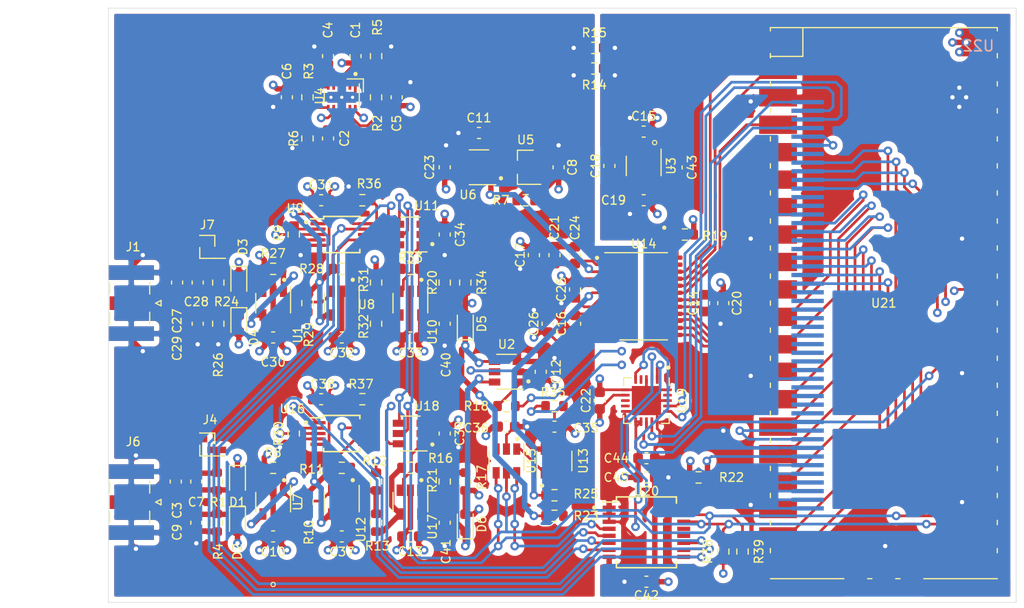
<source format=kicad_pcb>
(kicad_pcb (version 20171130) (host pcbnew "(5.1.10)-1")
  (layers (0 F.Cu signal) (1 In1.Cu signal hide) (2 In2.Cu signal hide) (31 B.Cu signal) (34 B.Paste user hide) (35 F.Paste user hide) (36 B.SilkS user hide) (37 F.SilkS user) (38 B.Mask user hide) (39 F.Mask user hide) (44 Edge.Cuts user))
  (net 0 "")
  (net 1 "Net-(C2-Pad2)")
  (net 2 "Net-(C2-Pad1)")
  (net 3 "Net-(C3-Pad2)")
  (net 4 "Net-(C3-Pad1)")
  (net 5 "Net-(C4-Pad1)")
  (net 6 GNDA)
  (net 7 "Net-(R2-Pad2)")
  (net 8 "Net-(R3-Pad2)")
  (net 9 +5V)
  (net 10 +3.3VA)
  (net 11 -3V3)
  (net 12 "Net-(C11-Pad1)")
  (net 13 +3V3)
  (net 14 GND)
  (net 15 "Net-(C16-Pad2)")
  (net 16 VINA)
  (net 17 "Net-(R10-Pad1)")
  (net 18 VREF)
  (net 19 TRIG)
  (net 20 CLK)
  (net 21 VIN)
  (net 22 VINB)
  (net 23 SEL)
  (net 24 "Net-(C18-Pad2)")
  (net 25 "Net-(R18-Pad2)")
  (net 26 "Net-(R19-Pad2)")
  (net 27 "Net-(C27-Pad2)")
  (net 28 "Net-(C27-Pad1)")
  (net 29 "Net-(C28-Pad2)")
  (net 30 "Net-(R27-Pad2)")
  (net 31 "Net-(R28-Pad2)")
  (net 32 "Net-(R28-Pad1)")
  (net 33 "Net-(R30-Pad1)")
  (net 34 "Net-(R32-Pad2)")
  (net 35 "Net-(U10-Pad3)")
  (net 36 "Net-(U13-Pad1)")
  (net 37 "Net-(C7-Pad2)")
  (net 38 "Net-(R8-Pad2)")
  (net 39 "Net-(R9-Pad1)")
  (net 40 "Net-(R13-Pad2)")
  (net 41 "Net-(R16-Pad1)")
  (net 42 "Net-(R20-Pad1)")
  (net 43 "Net-(U17-Pad3)")
  (net 44 "Net-(U19-Pad9)")
  (net 45 "Net-(U19-Pad8)")
  (net 46 "Net-(R22-Pad2)")
  (net 47 D0)
  (net 48 D1)
  (net 49 D2)
  (net 50 D3)
  (net 51 D4)
  (net 52 D5)
  (net 53 D6)
  (net 54 D7)
  (net 55 SDA)
  (net 56 SCL)
  (net 57 XR)
  (net 58 YU)
  (net 59 XL)
  (net 60 YD)
  (net 61 "Net-(U20-Pad13)")
  (net 62 "Net-(U20-Pad12)")
  (net 63 "Net-(R23-Pad1)")
  (net 64 "Net-(R35-Pad2)")
  (net 65 "Net-(R11-Pad2)")
  (net 66 "Net-(R36-Pad1)")
  (net 67 "Net-(R37-Pad1)")
  (net 68 SEL0)
  (net 69 "Net-(U9-Pad6)")
  (net 70 SEL1)
  (net 71 A00)
  (net 72 A02)
  (net 73 SEL2)
  (net 74 "Net-(U16-Pad6)")
  (net 75 SEL3)
  (net 76 A01)
  (net 77 "Net-(U21-Pad43)")
  (net 78 "Net-(U21-Pad41)")
  (net 79 CS)
  (net 80 RS)
  (net 81 WR)
  (net 82 RD)
  (net 83 RST)
  (net 84 "Net-(U21-Pad30)")
  (net 85 "Net-(U21-Pad35)")
  (net 86 "Net-(U21-Pad36)")
  (net 87 "Net-(U21-Pad37)")
  (net 88 "Net-(U21-Pad39)")
  (net 89 DB7)
  (net 90 DB6)
  (net 91 DB5)
  (net 92 DB4)
  (net 93 DB3)
  (net 94 DB2)
  (net 95 DB1)
  (net 96 DB0)
  (net 97 "Net-(U22-Pad23)")
  (net 98 "Net-(U22-Pad24)")
  (net 99 "Net-(U19-Pad19)")
  (net 100 "Net-(U19-Pad4)")
  (net 101 "Net-(U22-Pad31)")
  (net 102 "Net-(U22-Pad32)")
  (net 103 "Net-(U22-Pad35)")
  (net 104 "Net-(U22-Pad34)")
  (net 105 "Net-(U22-Pad36)")
  (net 106 "Net-(U22-Pad37)")
  (net 107 "Net-(U22-Pad25)")
  (net 108 "Net-(U22-Pad28)")
  (net 109 "Net-(U22-Pad26)")
  (net 110 "Net-(U22-Pad27)")
  (net 111 "Net-(U22-Pad29)")
  (net 112 "Net-(U22-Pad30)")
  (net 113 "Net-(U22-Pad12)")
  (net 114 "Net-(U22-Pad13)")
  (net 115 "Net-(U22-Pad7)")
  (module Resistor_SMD:R_0603_1608Metric (layer F.Cu) (at 179.324 120.142 90)
    (fp_text reference R39 (at 0 1.524 90) (layer F.SilkS) (effects (font (size 0.8 0.8) (thickness 0.125))))
    (fp_text value 4.7k)
    (pad 2 smd roundrect (at 0.825 0 90) (size 0.8 0.95) (layers F.Cu F.Paste F.Mask) (net 56 SCL))
    (pad 1 smd roundrect (at -0.825 0 90) (size 0.8 0.95) (layers F.Cu F.Paste F.Mask) (net 13 +3V3))
  )
  (module Resistor_SMD:R_0603_1608Metric (layer F.Cu) (at 177.546 120.142 90)
    (fp_text reference R38 (at 0 -1.43 90) (layer F.SilkS) (effects (font (size 0.8 0.8) (thickness 0.125))))
    (fp_text value 4.7k)
    (pad 2 smd roundrect (at 0.825 0 90) (size 0.8 0.95) (layers F.Cu F.Paste F.Mask) (net 55 SDA))
    (pad 1 smd roundrect (at -0.825 0 90) (size 0.8 0.95) (layers F.Cu F.Paste F.Mask) (net 13 +3V3))
  )
  (module RPi_Pico:QD3503 (layer B.Cu) (at 205.15 69.35 180)
    (fp_text reference U22 (at 4 -4) (layer B.SilkS) (effects (justify mirror)))
    (fp_text value QD3503)
    (pad 41 smd rect (at 19.8 -41.2 180) (size 3 0.4) (layers B.Cu B.Paste B.Mask) (net 14 GND))
    (pad 42 smd rect (at 19.8 -42 180) (size 3 0.4) (layers B.Cu B.Paste B.Mask) (net 46 "Net-(R22-Pad2)"))
    (pad 43 smd rect (at 19.8 -42.8 180) (size 3 0.4) (layers B.Cu B.Paste B.Mask) (net 14 GND))
    (pad 45 smd rect (at 19.8 -44.4 180) (size 3 0.4) (layers B.Cu B.Paste B.Mask) (net 14 GND))
    (pad 48 smd rect (at 19.8 -46.8 180) (size 3 0.4) (layers B.Cu B.Paste B.Mask) (net 14 GND))
    (pad 44 smd rect (at 19.8 -43.6 180) (size 3 0.4) (layers B.Cu B.Paste B.Mask) (net 14 GND))
    (pad 46 smd rect (at 19.8 -45.2 180) (size 3 0.4) (layers B.Cu B.Paste B.Mask) (net 14 GND))
    (pad 47 smd rect (at 19.8 -46 180) (size 3 0.4) (layers B.Cu B.Paste B.Mask) (net 14 GND))
    (pad 31 smd rect (at 19.8 -33.2 180) (size 3 0.4) (layers B.Cu B.Paste B.Mask) (net 101 "Net-(U22-Pad31)"))
    (pad 32 smd rect (at 19.8 -34 180) (size 3 0.4) (layers B.Cu B.Paste B.Mask) (net 102 "Net-(U22-Pad32)"))
    (pad 33 smd rect (at 19.8 -34.8 180) (size 3 0.4) (layers B.Cu B.Paste B.Mask) (net 14 GND))
    (pad 35 smd rect (at 19.8 -36.4 180) (size 3 0.4) (layers B.Cu B.Paste B.Mask) (net 103 "Net-(U22-Pad35)"))
    (pad 38 smd rect (at 19.8 -38.8 180) (size 3 0.4) (layers B.Cu B.Paste B.Mask) (net 83 RST))
    (pad 34 smd rect (at 19.8 -35.6 180) (size 3 0.4) (layers B.Cu B.Paste B.Mask) (net 104 "Net-(U22-Pad34)"))
    (pad 36 smd rect (at 19.8 -37.2 180) (size 3 0.4) (layers B.Cu B.Paste B.Mask) (net 105 "Net-(U22-Pad36)"))
    (pad 37 smd rect (at 19.8 -38 180) (size 3 0.4) (layers B.Cu B.Paste B.Mask) (net 106 "Net-(U22-Pad37)"))
    (pad 39 smd rect (at 19.8 -39.6 180) (size 3 0.4) (layers B.Cu B.Paste B.Mask) (net 13 +3V3))
    (pad 40 smd rect (at 19.8 -40.4 180) (size 3 0.4) (layers B.Cu B.Paste B.Mask) (net 13 +3V3))
    (pad 21 smd rect (at 19.8 -25.2 180) (size 3 0.4) (layers B.Cu B.Paste B.Mask) (net 90 DB6))
    (pad 22 smd rect (at 19.8 -26 180) (size 3 0.4) (layers B.Cu B.Paste B.Mask) (net 89 DB7))
    (pad 23 smd rect (at 19.8 -26.8 180) (size 3 0.4) (layers B.Cu B.Paste B.Mask) (net 97 "Net-(U22-Pad23)"))
    (pad 25 smd rect (at 19.8 -28.4 180) (size 3 0.4) (layers B.Cu B.Paste B.Mask) (net 107 "Net-(U22-Pad25)"))
    (pad 28 smd rect (at 19.8 -30.8 180) (size 3 0.4) (layers B.Cu B.Paste B.Mask) (net 108 "Net-(U22-Pad28)"))
    (pad 24 smd rect (at 19.8 -27.6 180) (size 3 0.4) (layers B.Cu B.Paste B.Mask) (net 98 "Net-(U22-Pad24)"))
    (pad 26 smd rect (at 19.8 -29.2 180) (size 3 0.4) (layers B.Cu B.Paste B.Mask) (net 109 "Net-(U22-Pad26)"))
    (pad 27 smd rect (at 19.8 -30 180) (size 3 0.4) (layers B.Cu B.Paste B.Mask) (net 110 "Net-(U22-Pad27)"))
    (pad 29 smd rect (at 19.8 -31.6 180) (size 3 0.4) (layers B.Cu B.Paste B.Mask) (net 111 "Net-(U22-Pad29)"))
    (pad 30 smd rect (at 19.8 -32.4 180) (size 3 0.4) (layers B.Cu B.Paste B.Mask) (net 112 "Net-(U22-Pad30)"))
    (pad 11 smd rect (at 19.8 -17.2 180) (size 3 0.4) (layers B.Cu B.Paste B.Mask) (net 82 RD))
    (pad 12 smd rect (at 19.8 -18 180) (size 3 0.4) (layers B.Cu B.Paste B.Mask) (net 113 "Net-(U22-Pad12)"))
    (pad 13 smd rect (at 19.8 -18.8 180) (size 3 0.4) (layers B.Cu B.Paste B.Mask) (net 114 "Net-(U22-Pad13)"))
    (pad 15 smd rect (at 19.8 -20.4 180) (size 3 0.4) (layers B.Cu B.Paste B.Mask) (net 96 DB0))
    (pad 18 smd rect (at 19.8 -22.8 180) (size 3 0.4) (layers B.Cu B.Paste B.Mask) (net 93 DB3))
    (pad 14 smd rect (at 19.8 -19.6 180) (size 3 0.4) (layers B.Cu B.Paste B.Mask) (net 14 GND))
    (pad 16 smd rect (at 19.8 -21.2 180) (size 3 0.4) (layers B.Cu B.Paste B.Mask) (net 95 DB1))
    (pad 17 smd rect (at 19.8 -22 180) (size 3 0.4) (layers B.Cu B.Paste B.Mask) (net 94 DB2))
    (pad 19 smd rect (at 19.8 -23.6 180) (size 3 0.4) (layers B.Cu B.Paste B.Mask) (net 92 DB4))
    (pad 20 smd rect (at 19.8 -24.4 180) (size 3 0.4) (layers B.Cu B.Paste B.Mask) (net 91 DB5))
    (pad 10 smd rect (at 19.8 -16.4 180) (size 3 0.4) (layers B.Cu B.Paste B.Mask) (net 81 WR))
    (pad 9 smd rect (at 19.8 -15.6 180) (size 3 0.4) (layers B.Cu B.Paste B.Mask) (net 80 RS))
    (pad 7 smd rect (at 19.8 -14 180) (size 3 0.4) (layers B.Cu B.Paste B.Mask) (net 115 "Net-(U22-Pad7)"))
    (pad 8 smd rect (at 19.8 -14.8 180) (size 3 0.4) (layers B.Cu B.Paste B.Mask) (net 79 CS))
    (pad 6 smd rect (at 19.8 -13.2 180) (size 3 0.4) (layers B.Cu B.Paste B.Mask) (net 13 +3V3))
    (pad 5 smd rect (at 19.8 -12.4 180) (size 3 0.4) (layers B.Cu B.Paste B.Mask) (net 13 +3V3))
    (pad 4 smd rect (at 19.8 -11.6 180) (size 3 0.4) (layers B.Cu B.Paste B.Mask) (net 57 XR))
    (pad 3 smd rect (at 19.8 -10.8 180) (size 3 0.4) (layers B.Cu B.Paste B.Mask) (net 60 YD))
    (pad 2 smd rect (at 19.8 -10 180) (size 3 0.4) (layers B.Cu B.Paste B.Mask) (net 59 XL))
    (pad 1 smd rect (at 19.8 -9.2 180) (size 3 0.4) (layers B.Cu B.Paste B.Mask) (net 58 YU))
  )
  (module RPi_Pico:RPi_Pico_SMD_TH (layer F.Cu) (at 192.405 97.155)
    (fp_text reference U21 (at 0 0) (layer F.SilkS) (effects (font (size 0.8 0.8) (thickness 0.125))))
    (fp_text value Raspberry_Pi_Pico)
    (pad 43 smd rect (at 2.54 23.9 90) (size 3.5 1.7) (drill (offset -0.9 0)) (layers F.Cu F.Mask) (net 77 "Net-(U21-Pad43)"))
    (pad 42 smd rect (at 0 23.9 90) (size 3.5 1.7) (drill (offset -0.9 0)) (layers F.Cu F.Mask) (net 14 GND))
    (pad 41 smd rect (at -2.54 23.9 90) (size 3.5 1.7) (drill (offset -0.9 0)) (layers F.Cu F.Mask) (net 78 "Net-(U21-Pad41)"))
    (pad 21 smd rect (at 8.89 24.13) (size 3.5 1.7) (drill (offset 0.9 0)) (layers F.Cu F.Mask) (net 55 SDA))
    (pad 22 smd rect (at 8.89 21.59) (size 3.5 1.7) (drill (offset 0.9 0)) (layers F.Cu F.Mask) (net 56 SCL))
    (pad 23 smd rect (at 8.89 19.05) (size 3.5 1.7) (drill (offset 0.9 0)) (layers F.Cu F.Mask) (net 14 GND))
    (pad 24 smd rect (at 8.89 16.51) (size 3.5 1.7) (drill (offset 0.9 0)) (layers F.Cu F.Mask) (net 79 CS))
    (pad 25 smd rect (at 8.89 13.97) (size 3.5 1.7) (drill (offset 0.9 0)) (layers F.Cu F.Mask) (net 80 RS))
    (pad 26 smd rect (at 8.89 11.43) (size 3.5 1.7) (drill (offset 0.9 0)) (layers F.Cu F.Mask) (net 81 WR))
    (pad 27 smd rect (at 8.89 8.89) (size 3.5 1.7) (drill (offset 0.9 0)) (layers F.Cu F.Mask) (net 82 RD))
    (pad 28 smd rect (at 8.89 6.35) (size 3.5 1.7) (drill (offset 0.9 0)) (layers F.Cu F.Mask) (net 14 GND))
    (pad 29 smd rect (at 8.89 3.81) (size 3.5 1.7) (drill (offset 0.9 0)) (layers F.Cu F.Mask) (net 83 RST))
    (pad 30 smd rect (at 8.89 1.27) (size 3.5 1.7) (drill (offset 0.9 0)) (layers F.Cu F.Mask) (net 84 "Net-(U21-Pad30)"))
    (pad 31 smd rect (at 8.89 -1.27) (size 3.5 1.7) (drill (offset 0.9 0)) (layers F.Cu F.Mask) (net 20 CLK))
    (pad 32 smd rect (at 8.89 -3.81) (size 3.5 1.7) (drill (offset 0.9 0)) (layers F.Cu F.Mask) (net 23 SEL))
    (pad 33 smd rect (at 8.89 -6.35) (size 3.5 1.7) (drill (offset 0.9 0)) (layers F.Cu F.Mask) (net 14 GND))
    (pad 34 smd rect (at 8.89 -8.89) (size 3.5 1.7) (drill (offset 0.9 0)) (layers F.Cu F.Mask) (net 19 TRIG))
    (pad 35 smd rect (at 8.89 -11.43) (size 3.5 1.7) (drill (offset 0.9 0)) (layers F.Cu F.Mask) (net 85 "Net-(U21-Pad35)"))
    (pad 36 smd rect (at 8.89 -13.97) (size 3.5 1.7) (drill (offset 0.9 0)) (layers F.Cu F.Mask) (net 86 "Net-(U21-Pad36)"))
    (pad 37 smd rect (at 8.89 -16.51) (size 3.5 1.7) (drill (offset 0.9 0)) (layers F.Cu F.Mask) (net 87 "Net-(U21-Pad37)"))
    (pad 38 smd rect (at 8.89 -19.05) (size 3.5 1.7) (drill (offset 0.9 0)) (layers F.Cu F.Mask) (net 14 GND))
    (pad 39 smd rect (at 8.89 -21.59) (size 3.5 1.7) (drill (offset 0.9 0)) (layers F.Cu F.Mask) (net 88 "Net-(U21-Pad39)"))
    (pad 40 smd rect (at 8.89 -24.13) (size 3.5 1.7) (drill (offset 0.9 0)) (layers F.Cu F.Mask) (net 9 +5V))
    (pad 20 smd rect (at -8.89 24.13) (size 3.5 1.7) (drill (offset -0.9 0)) (layers F.Cu F.Mask) (net 89 DB7))
    (pad 19 smd rect (at -8.89 21.59) (size 3.5 1.7) (drill (offset -0.9 0)) (layers F.Cu F.Mask) (net 90 DB6))
    (pad 18 smd rect (at -8.89 19.05) (size 3.5 1.7) (drill (offset -0.9 0)) (layers F.Cu F.Mask) (net 14 GND))
    (pad 17 smd rect (at -8.89 16.51) (size 3.5 1.7) (drill (offset -0.9 0)) (layers F.Cu F.Mask) (net 91 DB5))
    (pad 16 smd rect (at -8.89 13.97) (size 3.5 1.7) (drill (offset -0.9 0)) (layers F.Cu F.Mask) (net 92 DB4))
    (pad 15 smd rect (at -8.89 11.43) (size 3.5 1.7) (drill (offset -0.9 0)) (layers F.Cu F.Mask) (net 93 DB3))
    (pad 14 smd rect (at -8.89 8.89) (size 3.5 1.7) (drill (offset -0.9 0)) (layers F.Cu F.Mask) (net 94 DB2))
    (pad 13 smd rect (at -8.89 6.35) (size 3.5 1.7) (drill (offset -0.9 0)) (layers F.Cu F.Mask) (net 14 GND))
    (pad 12 smd rect (at -8.89 3.81) (size 3.5 1.7) (drill (offset -0.9 0)) (layers F.Cu F.Mask) (net 95 DB1))
    (pad 11 smd rect (at -8.89 1.27) (size 3.5 1.7) (drill (offset -0.9 0)) (layers F.Cu F.Mask) (net 96 DB0))
    (pad 10 smd rect (at -8.89 -1.27) (size 3.5 1.7) (drill (offset -0.9 0)) (layers F.Cu F.Mask) (net 54 D7))
    (pad 9 smd rect (at -8.89 -3.81) (size 3.5 1.7) (drill (offset -0.9 0)) (layers F.Cu F.Mask) (net 53 D6))
    (pad 8 smd rect (at -8.89 -6.35) (size 3.5 1.7) (drill (offset -0.9 0)) (layers F.Cu F.Mask) (net 14 GND))
    (pad 7 smd rect (at -8.89 -8.89) (size 3.5 1.7) (drill (offset -0.9 0)) (layers F.Cu F.Mask) (net 52 D5))
    (pad 6 smd rect (at -8.89 -11.43) (size 3.5 1.7) (drill (offset -0.9 0)) (layers F.Cu F.Mask) (net 51 D4))
    (pad 5 smd rect (at -8.89 -13.97) (size 3.5 1.7) (drill (offset -0.9 0)) (layers F.Cu F.Mask) (net 50 D3))
    (pad 4 smd rect (at -8.89 -16.51) (size 3.5 1.7) (drill (offset -0.9 0)) (layers F.Cu F.Mask) (net 49 D2))
    (pad 3 smd rect (at -8.89 -19.05) (size 3.5 1.7) (drill (offset -0.9 0)) (layers F.Cu F.Mask) (net 14 GND))
    (pad 2 smd rect (at -8.89 -21.59) (size 3.5 1.7) (drill (offset -0.9 0)) (layers F.Cu F.Mask) (net 48 D1))
    (pad 1 smd rect (at -8.89 -24.13) (size 3.5 1.7) (drill (offset -0.9 0)) (layers F.Cu F.Mask) (net 47 D0))
  )
  (module Connector_PinHeader_1.00mm:PinHeader_1x02_P1.00mm_Vertical_SMD_Pin1Left (layer F.Cu) (at 129.794 91.948 180)
    (fp_text reference J7 (at 0 2.032) (layer F.SilkS) (effects (font (size 0.8 0.8) (thickness 0.125))))
    (fp_text value Conn_01x02_Male)
    (pad 2 smd rect (at 0.875 0.5 180) (size 1.75 0.6) (layers F.Cu F.Paste F.Mask) (net 28 "Net-(C27-Pad1)"))
    (pad 1 smd rect (at -0.875 -0.5 180) (size 1.75 0.6) (layers F.Cu F.Paste F.Mask) (net 27 "Net-(C27-Pad2)"))
  )
  (module Connector_PinHeader_1.00mm:PinHeader_1x02_P1.00mm_Vertical_SMD_Pin1Left (layer F.Cu) (at 129.794 110.236 180)
    (fp_text reference J4 (at -0.254 2.286) (layer F.SilkS) (effects (font (size 0.8 0.8) (thickness 0.125))))
    (fp_text value Conn_01x02_Male)
    (pad 2 smd rect (at 0.875 0.5 180) (size 1.75 0.6) (layers F.Cu F.Paste F.Mask) (net 4 "Net-(C3-Pad1)"))
    (pad 1 smd rect (at -0.875 -0.5 180) (size 1.75 0.6) (layers F.Cu F.Paste F.Mask) (net 3 "Net-(C3-Pad2)"))
  )
  (module Capacitor_SMD:C_0603_1608Metric (layer F.Cu) (at 170.434 113.284 180)
    (fp_text reference C45 (at 2.794 0) (layer F.SilkS) (effects (font (size 0.8 0.8) (thickness 0.125))))
    (fp_text value 100n)
    (pad 2 smd roundrect (at 0.775 0 180) (size 0.9 0.95) (layers F.Cu F.Paste F.Mask) (net 13 +3V3))
    (pad 1 smd roundrect (at -0.775 0 180) (size 0.9 0.95) (layers F.Cu F.Paste F.Mask) (net 14 GND))
  )
  (module Capacitor_SMD:C_0603_1608Metric (layer F.Cu) (at 170.434 111.506 180)
    (fp_text reference C44 (at 2.794 0) (layer F.SilkS) (effects (font (size 0.8 0.8) (thickness 0.125))))
    (fp_text value 100n)
    (pad 2 smd roundrect (at 0.775 0 180) (size 0.9 0.95) (layers F.Cu F.Paste F.Mask) (net 13 +3V3))
    (pad 1 smd roundrect (at -0.775 0 180) (size 0.9 0.95) (layers F.Cu F.Paste F.Mask) (net 14 GND))
  )
  (module Package_DFN_QFN:QFN-20-1EP_4x4mm_P0.5mm_EP2.7x2.7mm (layer F.Cu) (at 170.434 106.172 270)
    (fp_text reference U19 (at 0 -3.3 90) (layer F.SilkS) (effects (font (size 0.8 0.8) (thickness 0.125))))
    (fp_text value TSC2004)
    (pad 21 smd rect (at 0 0 270) (size 2.7 2.7) (layers F.Cu F.Mask) (net 14 GND))
    (pad 20 smd roundrect (at -1 -1.95 270) (size 0.25 0.8) (layers F.Cu F.Paste F.Mask) (net 14 GND))
    (pad 19 smd roundrect (at -0.5 -1.95 270) (size 0.25 0.8) (layers F.Cu F.Paste F.Mask) (net 99 "Net-(U19-Pad19)"))
    (pad 18 smd roundrect (at 0 -1.95 270) (size 0.25 0.8) (layers F.Cu F.Paste F.Mask) (net 14 GND))
    (pad 17 smd roundrect (at 0.5 -1.95 270) (size 0.25 0.8) (layers F.Cu F.Paste F.Mask) (net 60 YD))
    (pad 16 smd roundrect (at 1 -1.95 270) (size 0.25 0.8) (layers F.Cu F.Paste F.Mask) (net 59 XL))
    (pad 15 smd roundrect (at 1.95 -1 270) (size 0.8 0.25) (layers F.Cu F.Paste F.Mask) (net 14 GND))
    (pad 14 smd roundrect (at 1.95 -0.5 270) (size 0.8 0.25) (layers F.Cu F.Paste F.Mask) (net 58 YU))
    (pad 13 smd roundrect (at 1.95 0 270) (size 0.8 0.25) (layers F.Cu F.Paste F.Mask) (net 57 XR))
    (pad 12 smd roundrect (at 1.95 0.5 270) (size 0.8 0.25) (layers F.Cu F.Paste F.Mask) (net 13 +3V3))
    (pad 11 smd roundrect (at 1.95 1 270) (size 0.8 0.25) (layers F.Cu F.Paste F.Mask) (net 13 +3V3))
    (pad 10 smd roundrect (at 1 1.95 270) (size 0.25 0.8) (layers F.Cu F.Paste F.Mask) (net 14 GND))
    (pad 9 smd roundrect (at 0.5 1.95 270) (size 0.25 0.8) (layers F.Cu F.Paste F.Mask) (net 44 "Net-(U19-Pad9)"))
    (pad 8 smd roundrect (at 0 1.95 270) (size 0.25 0.8) (layers F.Cu F.Paste F.Mask) (net 45 "Net-(U19-Pad8)"))
    (pad 7 smd roundrect (at -0.5 1.95 270) (size 0.25 0.8) (layers F.Cu F.Paste F.Mask) (net 13 +3V3))
    (pad 6 smd roundrect (at -1 1.95 270) (size 0.25 0.8) (layers F.Cu F.Paste F.Mask) (net 14 GND))
    (pad 5 smd roundrect (at -1.95 1 270) (size 0.8 0.25) (layers F.Cu F.Paste F.Mask) (net 83 RST))
    (pad 4 smd roundrect (at -1.95 0.5 270) (size 0.8 0.25) (layers F.Cu F.Paste F.Mask) (net 100 "Net-(U19-Pad4)"))
    (pad 3 smd roundrect (at -1.95 0 270) (size 0.8 0.25) (layers F.Cu F.Paste F.Mask) (net 14 GND))
    (pad 2 smd roundrect (at -1.95 -0.5 270) (size 0.8 0.25) (layers F.Cu F.Paste F.Mask) (net 56 SCL))
    (pad 1 smd roundrect (at -1.95 -1 270) (size 0.8 0.25) (layers F.Cu F.Paste F.Mask) (net 55 SDA))
  )
  (module Package_SO:MSOP-10_3x3mm_P0.5mm (layer F.Cu) (at 142.24 109.22)
    (fp_text reference U16 (at -4.572 -2.286) (layer F.SilkS) (effects (font (size 0.8 0.8) (thickness 0.125))))
    (fp_text value ADG621)
    (pad 10 smd rect (at 2.2 -1) (size 1.4 0.3) (layers F.Cu F.Paste F.Mask) (net 10 +3.3VA))
    (pad 9 smd rect (at 2.2 -0.5) (size 1.4 0.3) (layers F.Cu F.Paste F.Mask) (net 73 SEL2))
    (pad 8 smd rect (at 2.2 0) (size 1.4 0.3) (layers F.Cu F.Paste F.Mask) (net 67 "Net-(R37-Pad1)"))
    (pad 7 smd rect (at 2.2 0.5) (size 1.4 0.3) (layers F.Cu F.Paste F.Mask) (net 17 "Net-(R10-Pad1)"))
    (pad 6 smd rect (at 2.2 1) (size 1.4 0.3) (layers F.Cu F.Paste F.Mask) (net 74 "Net-(U16-Pad6)"))
    (pad 5 smd rect (at -2.2 1) (size 1.4 0.3) (layers F.Cu F.Paste F.Mask) (net 11 -3V3))
    (pad 4 smd rect (at -2.2 0.5) (size 1.4 0.3) (layers F.Cu F.Paste F.Mask) (net 6 GNDA))
    (pad 3 smd rect (at -2.2 0) (size 1.4 0.3) (layers F.Cu F.Paste F.Mask) (net 75 SEL3))
    (pad 2 smd rect (at -2.2 -0.5) (size 1.4 0.3) (layers F.Cu F.Paste F.Mask) (net 33 "Net-(R30-Pad1)"))
    (pad 1 smd rect (at -2.2 -1) (size 1.4 0.3) (layers F.Cu F.Paste F.Mask) (net 17 "Net-(R10-Pad1)"))
  )
  (module Package_SO:MSOP-10_3x3mm_P0.5mm (layer F.Cu) (at 142.24 90.805)
    (fp_text reference U9 (at -4.318 -2.413) (layer F.SilkS) (effects (font (size 0.8 0.8) (thickness 0.125))))
    (fp_text value ADG621)
    (pad 10 smd rect (at 2.2 -1) (size 1.4 0.3) (layers F.Cu F.Paste F.Mask) (net 10 +3.3VA))
    (pad 9 smd rect (at 2.2 -0.5) (size 1.4 0.3) (layers F.Cu F.Paste F.Mask) (net 68 SEL0))
    (pad 8 smd rect (at 2.2 0) (size 1.4 0.3) (layers F.Cu F.Paste F.Mask) (net 66 "Net-(R36-Pad1)"))
    (pad 7 smd rect (at 2.2 0.5) (size 1.4 0.3) (layers F.Cu F.Paste F.Mask) (net 32 "Net-(R28-Pad1)"))
    (pad 6 smd rect (at 2.2 1) (size 1.4 0.3) (layers F.Cu F.Paste F.Mask) (net 69 "Net-(U9-Pad6)"))
    (pad 5 smd rect (at -2.2 1) (size 1.4 0.3) (layers F.Cu F.Paste F.Mask) (net 11 -3V3))
    (pad 4 smd rect (at -2.2 0.5) (size 1.4 0.3) (layers F.Cu F.Paste F.Mask) (net 6 GNDA))
    (pad 3 smd rect (at -2.2 0) (size 1.4 0.3) (layers F.Cu F.Paste F.Mask) (net 70 SEL1))
    (pad 2 smd rect (at -2.2 -0.5) (size 1.4 0.3) (layers F.Cu F.Paste F.Mask) (net 39 "Net-(R9-Pad1)"))
    (pad 1 smd rect (at -2.2 -1) (size 1.4 0.3) (layers F.Cu F.Paste F.Mask) (net 32 "Net-(R28-Pad1)"))
  )
  (module Resistor_SMD:R_0603_1608Metric (layer F.Cu) (at 144.145 106.045 180)
    (fp_text reference R37 (at 0.127 1.397) (layer F.SilkS) (effects (font (size 0.8 0.8) (thickness 0.125))))
    (fp_text value 100)
    (pad 2 smd roundrect (at 0.825 0 180) (size 0.8 0.95) (layers F.Cu F.Paste F.Mask) (net 6 GNDA))
    (pad 1 smd roundrect (at -0.825 0 180) (size 0.8 0.95) (layers F.Cu F.Paste F.Mask) (net 67 "Net-(R37-Pad1)"))
  )
  (module Resistor_SMD:R_0603_1608Metric (layer F.Cu) (at 144.145 87.63 180)
    (fp_text reference R36 (at -0.635 1.524) (layer F.SilkS) (effects (font (size 0.8 0.8) (thickness 0.125))))
    (fp_text value 100)
    (pad 2 smd roundrect (at 0.825 0 180) (size 0.8 0.95) (layers F.Cu F.Paste F.Mask) (net 6 GNDA))
    (pad 1 smd roundrect (at -0.825 0 180) (size 0.8 0.95) (layers F.Cu F.Paste F.Mask) (net 66 "Net-(R36-Pad1)"))
  )
  (module Resistor_SMD:R_0603_1608Metric (layer F.Cu) (at 137.795 109.22 270)
    (fp_text reference R30 (at 0 1.397 90) (layer F.SilkS) (effects (font (size 0.8 0.8) (thickness 0.125))))
    (fp_text value 47)
    (pad 2 smd roundrect (at 0.825 0 270) (size 0.8 0.95) (layers F.Cu F.Paste F.Mask) (net 6 GNDA))
    (pad 1 smd roundrect (at -0.825 0 270) (size 0.8 0.95) (layers F.Cu F.Paste F.Mask) (net 33 "Net-(R30-Pad1)"))
  )
  (module Resistor_SMD:R_0603_1608Metric (layer F.Cu) (at 137.795 90.805 270)
    (fp_text reference R9 (at -0.127 1.397 90) (layer F.SilkS) (effects (font (size 0.8 0.8) (thickness 0.125))))
    (fp_text value 47)
    (pad 2 smd roundrect (at 0.825 0 270) (size 0.8 0.95) (layers F.Cu F.Paste F.Mask) (net 6 GNDA))
    (pad 1 smd roundrect (at -0.825 0 270) (size 0.8 0.95) (layers F.Cu F.Paste F.Mask) (net 39 "Net-(R9-Pad1)"))
  )
  (module Resistor_SMD:R_0603_1608Metric (layer F.Cu) (at 161.925 106.68)
    (fp_text reference R35 (at -0.127 -1.27) (layer F.SilkS) (effects (font (size 0.8 0.8) (thickness 0.125))))
    (fp_text value 22)
    (pad 2 smd roundrect (at 0.825 0) (size 0.8 0.95) (layers F.Cu F.Paste F.Mask) (net 64 "Net-(R35-Pad2)"))
    (pad 1 smd roundrect (at -0.825 0) (size 0.8 0.95) (layers F.Cu F.Paste F.Mask) (net 19 TRIG))
  )
  (module Resistor_SMD:R_0603_1608Metric (layer F.Cu) (at 161.925 114.935 180)
    (fp_text reference R25 (at -2.921 0.127) (layer F.SilkS) (effects (font (size 0.8 0.8) (thickness 0.125))))
    (fp_text value 1MEG)
    (pad 2 smd roundrect (at 0.825 0 180) (size 0.8 0.95) (layers F.Cu F.Paste F.Mask) (net 21 VIN))
    (pad 1 smd roundrect (at -0.825 0 180) (size 0.8 0.95) (layers F.Cu F.Paste F.Mask) (net 63 "Net-(R23-Pad1)"))
  )
  (module Resistor_SMD:R_0603_1608Metric (layer F.Cu) (at 161.925 116.84 180)
    (fp_text reference R23 (at -2.921 0) (layer F.SilkS) (effects (font (size 0.8 0.8) (thickness 0.125))))
    (fp_text value 0)
    (pad 2 smd roundrect (at 0.825 0 180) (size 0.8 0.95) (layers F.Cu F.Paste F.Mask) (net 16 VINA))
    (pad 1 smd roundrect (at -0.825 0 180) (size 0.8 0.95) (layers F.Cu F.Paste F.Mask) (net 63 "Net-(R23-Pad1)"))
  )
  (module Connector_Coaxial:SMA_Samtec_SMA-J-P-X-ST-EM1_EdgeMount (layer F.Cu) (at 122.755 115.57 270)
    (fp_text reference J6 (at -5.588 -0.181 180) (layer F.SilkS) (effects (font (size 0.8 0.8) (thickness 0.125))))
    (fp_text value Conn_01x02)
    (pad 1 smd rect (at 0 0.2 270) (size 1.27 3.6) (layers F.Cu F.Paste F.Mask) (net 4 "Net-(C3-Pad1)"))
    (pad 2 smd rect (at 2.825 0 270) (size 1.35 4.2) (layers F.Cu F.Paste F.Mask) (net 6 GNDA))
    (pad 2 smd rect (at -2.825 0 270) (size 1.35 4.2) (layers F.Cu F.Paste F.Mask) (net 6 GNDA))
    (pad 2 smd rect (at 2.825 0 270) (size 1.35 4.2) (layers B.Cu B.Paste B.Mask) (net 6 GNDA))
    (pad 2 smd rect (at -2.825 0 270) (size 1.35 4.2) (layers B.Cu B.Paste B.Mask) (net 6 GNDA))
  )
  (module Connector_Coaxial:SMA_Samtec_SMA-J-P-X-ST-EM1_EdgeMount (layer F.Cu) (at 122.755 97.155 270)
    (fp_text reference J1 (at -5.207 -0.181 180) (layer F.SilkS) (effects (font (size 0.8 0.8) (thickness 0.125))))
    (fp_text value Conn_01x02)
    (pad 1 smd rect (at 0 0.2 270) (size 1.27 3.6) (layers F.Cu F.Paste F.Mask) (net 28 "Net-(C27-Pad1)"))
    (pad 2 smd rect (at 2.825 0 270) (size 1.35 4.2) (layers F.Cu F.Paste F.Mask) (net 6 GNDA))
    (pad 2 smd rect (at -2.825 0 270) (size 1.35 4.2) (layers F.Cu F.Paste F.Mask) (net 6 GNDA))
    (pad 2 smd rect (at 2.825 0 270) (size 1.35 4.2) (layers B.Cu B.Paste B.Mask) (net 6 GNDA))
    (pad 2 smd rect (at -2.825 0 270) (size 1.35 4.2) (layers B.Cu B.Paste B.Mask) (net 6 GNDA))
  )
  (module Package_SO:SSOP-16_5.3x6.2mm_P0.65mm (layer F.Cu) (at 170.434 118.364)
    (fp_text reference U20 (at 0 -3.81) (layer F.SilkS) (effects (font (size 0.8 0.8) (thickness 0.125))))
    (fp_text value TCA9554DB)
    (pad 1 smd rect (at -3.45 -2.275) (size 1.2 0.4) (layers F.Cu F.Paste F.Mask) (net 14 GND))
    (pad 2 smd rect (at -3.45 -1.625) (size 1.2 0.4) (layers F.Cu F.Paste F.Mask) (net 14 GND))
    (pad 3 smd rect (at -3.45 -0.975) (size 1.2 0.4) (layers F.Cu F.Paste F.Mask) (net 14 GND))
    (pad 4 smd rect (at -3.45 -0.325) (size 1.2 0.4) (layers F.Cu F.Paste F.Mask) (net 72 A02))
    (pad 5 smd rect (at -3.45 0.325) (size 1.2 0.4) (layers F.Cu F.Paste F.Mask) (net 76 A01))
    (pad 6 smd rect (at -3.45 0.975) (size 1.2 0.4) (layers F.Cu F.Paste F.Mask) (net 73 SEL2))
    (pad 7 smd rect (at -3.45 1.625) (size 1.2 0.4) (layers F.Cu F.Paste F.Mask) (net 75 SEL3))
    (pad 8 smd rect (at -3.45 2.275) (size 1.2 0.4) (layers F.Cu F.Paste F.Mask) (net 14 GND))
    (pad 9 smd rect (at 3.45 2.275) (size 1.2 0.4) (layers F.Cu F.Paste F.Mask) (net 70 SEL1))
    (pad 10 smd rect (at 3.45 1.625) (size 1.2 0.4) (layers F.Cu F.Paste F.Mask) (net 68 SEL0))
    (pad 11 smd rect (at 3.45 0.975) (size 1.2 0.4) (layers F.Cu F.Paste F.Mask) (net 71 A00))
    (pad 12 smd rect (at 3.45 0.325) (size 1.2 0.4) (layers F.Cu F.Paste F.Mask) (net 62 "Net-(U20-Pad12)"))
    (pad 13 smd rect (at 3.45 -0.325) (size 1.2 0.4) (layers F.Cu F.Paste F.Mask) (net 61 "Net-(U20-Pad13)"))
    (pad 14 smd rect (at 3.45 -0.975) (size 1.2 0.4) (layers F.Cu F.Paste F.Mask) (net 55 SDA))
    (pad 15 smd rect (at 3.45 -1.625) (size 1.2 0.4) (layers F.Cu F.Paste F.Mask) (net 56 SCL))
    (pad 16 smd rect (at 3.45 -2.275) (size 1.2 0.4) (layers F.Cu F.Paste F.Mask) (net 13 +3V3))
  )
  (module Resistor_SMD:R_0603_1608Metric (layer F.Cu) (at 175.26 113.284)
    (fp_text reference R22 (at 3.048 0) (layer F.SilkS) (effects (font (size 0.8 0.8) (thickness 0.125))))
    (fp_text value 22)
    (pad 1 smd roundrect (at -0.825 0) (size 0.8 0.95) (layers F.Cu F.Paste F.Mask) (net 9 +5V))
    (pad 2 smd roundrect (at 0.825 0) (size 0.8 0.95) (layers F.Cu F.Paste F.Mask) (net 46 "Net-(R22-Pad2)"))
  )
  (module Capacitor_SMD:C_0603_1608Metric (layer F.Cu) (at 173.228 84.595 270)
    (fp_text reference C43 (at 0 -1.43 90) (layer F.SilkS) (effects (font (size 0.8 0.8) (thickness 0.125))))
    (fp_text value 100n)
    (pad 1 smd roundrect (at -0.775 0 270) (size 0.9 0.95) (layers F.Cu F.Paste F.Mask) (net 14 GND))
    (pad 2 smd roundrect (at 0.775 0 270) (size 0.9 0.95) (layers F.Cu F.Paste F.Mask) (net 13 +3V3))
  )
  (module Capacitor_SMD:C_0603_1608Metric (layer F.Cu) (at 170.434 122.936)
    (fp_text reference C42 (at 0 1.27) (layer F.SilkS) (effects (font (size 0.8 0.8) (thickness 0.125))))
    (fp_text value 100n)
    (pad 1 smd roundrect (at -0.775 0) (size 0.9 0.95) (layers F.Cu F.Paste F.Mask) (net 14 GND))
    (pad 2 smd roundrect (at 0.775 0) (size 0.9 0.95) (layers F.Cu F.Paste F.Mask) (net 13 +3V3))
  )
  (module Capacitor_SMD:C_0603_1608Metric (layer F.Cu) (at 166.116 106.172 270)
    (fp_text reference C22 (at 0 1.27 90) (layer F.SilkS) (effects (font (size 0.8 0.8) (thickness 0.125))))
    (fp_text value 1u)
    (pad 1 smd roundrect (at -0.775 0 270) (size 0.9 0.95) (layers F.Cu F.Paste F.Mask) (net 14 GND))
    (pad 2 smd roundrect (at 0.775 0 270) (size 0.9 0.95) (layers F.Cu F.Paste F.Mask) (net 13 +3V3))
  )
  (module Package_TO_SOT_SMD:SOT-23-6 (layer F.Cu) (at 148.59 109.22 180)
    (fp_text reference U18 (at -1.524 2.54) (layer F.SilkS) (effects (font (size 0.8 0.8) (thickness 0.125))))
    (fp_text value DAC5571)
    (pad 5 smd rect (at 1.1 0 180) (size 1.06 0.65) (layers F.Cu F.Paste F.Mask) (net 55 SDA))
    (pad 6 smd rect (at 1.1 -0.95 180) (size 1.06 0.65) (layers F.Cu F.Paste F.Mask) (net 76 A01))
    (pad 4 smd rect (at 1.1 0.95 180) (size 1.06 0.65) (layers F.Cu F.Paste F.Mask) (net 56 SCL))
    (pad 3 smd rect (at -1.1 0.95 180) (size 1.06 0.65) (layers F.Cu F.Paste F.Mask) (net 10 +3.3VA))
    (pad 2 smd rect (at -1.1 0 180) (size 1.06 0.65) (layers F.Cu F.Paste F.Mask) (net 6 GNDA))
    (pad 1 smd rect (at -1.1 -0.95 180) (size 1.06 0.65) (layers F.Cu F.Paste F.Mask) (net 43 "Net-(U17-Pad3)"))
  )
  (module Package_TO_SOT_SMD:SOT-23-5 (layer F.Cu) (at 148.59 115.57 270)
    (fp_text reference U17 (at 2.286 -2.032 90) (layer F.SilkS) (effects (font (size 0.8 0.8) (thickness 0.125))))
    (fp_text value OPA830)
    (pad 5 smd rect (at 1.1 -0.95 270) (size 1.06 0.65) (layers F.Cu F.Paste F.Mask) (net 10 +3.3VA))
    (pad 4 smd rect (at 1.1 0.95 270) (size 1.06 0.65) (layers F.Cu F.Paste F.Mask) (net 40 "Net-(R13-Pad2)"))
    (pad 3 smd rect (at -1.1 0.95 270) (size 1.06 0.65) (layers F.Cu F.Paste F.Mask) (net 43 "Net-(U17-Pad3)"))
    (pad 2 smd rect (at -1.1 0 270) (size 1.06 0.65) (layers F.Cu F.Paste F.Mask) (net 11 -3V3))
    (pad 1 smd rect (at -1.1 -0.95 270) (size 1.06 0.65) (layers F.Cu F.Paste F.Mask) (net 41 "Net-(R16-Pad1)"))
  )
  (module Package_TO_SOT_SMD:SOT-23-5 (layer F.Cu) (at 142.24 115.57 270)
    (fp_text reference U12 (at 2.54 -1.778 90) (layer F.SilkS) (effects (font (size 0.8 0.8) (thickness 0.125))))
    (fp_text value LMH6629)
    (pad 5 smd rect (at 1.1 -0.95 270) (size 1.06 0.65) (layers F.Cu F.Paste F.Mask) (net 10 +3.3VA))
    (pad 4 smd rect (at 1.1 0.95 270) (size 1.06 0.65) (layers F.Cu F.Paste F.Mask) (net 17 "Net-(R10-Pad1)"))
    (pad 3 smd rect (at -1.1 0.95 270) (size 1.06 0.65) (layers F.Cu F.Paste F.Mask) (net 38 "Net-(R8-Pad2)"))
    (pad 2 smd rect (at -1.1 0 270) (size 1.06 0.65) (layers F.Cu F.Paste F.Mask) (net 11 -3V3))
    (pad 1 smd rect (at -1.1 -0.95 270) (size 1.06 0.65) (layers F.Cu F.Paste F.Mask) (net 65 "Net-(R11-Pad2)"))
  )
  (module Package_TO_SOT_SMD:SOT-23-5 (layer F.Cu) (at 135.89 115.57 270)
    (fp_text reference U7 (at 0 -2.286 90) (layer F.SilkS) (effects (font (size 0.8 0.8) (thickness 0.125))))
    (fp_text value TPH2501)
    (pad 5 smd rect (at 1.1 -0.95 270) (size 1.06 0.65) (layers F.Cu F.Paste F.Mask) (net 10 +3.3VA))
    (pad 4 smd rect (at 1.1 0.95 270) (size 1.06 0.65) (layers F.Cu F.Paste F.Mask) (net 38 "Net-(R8-Pad2)"))
    (pad 3 smd rect (at -1.1 0.95 270) (size 1.06 0.65) (layers F.Cu F.Paste F.Mask) (net 37 "Net-(C7-Pad2)"))
    (pad 2 smd rect (at -1.1 0 270) (size 1.06 0.65) (layers F.Cu F.Paste F.Mask) (net 11 -3V3))
    (pad 1 smd rect (at -1.1 -0.95 270) (size 1.06 0.65) (layers F.Cu F.Paste F.Mask) (net 38 "Net-(R8-Pad2)"))
  )
  (module Package_TO_SOT_SMD:SOT-23-5 (layer F.Cu) (at 154.94 84.582 180)
    (fp_text reference U6 (at 1.016 -2.54) (layer F.SilkS) (effects (font (size 0.8 0.8) (thickness 0.125))))
    (fp_text value TLV271)
    (pad 5 smd rect (at 1.1 -0.95 180) (size 1.06 0.65) (layers F.Cu F.Paste F.Mask) (net 10 +3.3VA))
    (pad 4 smd rect (at 1.1 0.95 180) (size 1.06 0.65) (layers F.Cu F.Paste F.Mask) (net 18 VREF))
    (pad 3 smd rect (at -1.1 0.95 180) (size 1.06 0.65) (layers F.Cu F.Paste F.Mask) (net 12 "Net-(C11-Pad1)"))
    (pad 2 smd rect (at -1.1 0 180) (size 1.06 0.65) (layers F.Cu F.Paste F.Mask) (net 6 GNDA))
    (pad 1 smd rect (at -1.1 -0.95 180) (size 1.06 0.65) (layers F.Cu F.Paste F.Mask) (net 18 VREF))
  )
  (module Resistor_SMD:R_0603_1608Metric (layer F.Cu) (at 151.765 113.665 270)
    (fp_text reference R21 (at -0.127 1.143 90) (layer F.SilkS) (effects (font (size 0.8 0.8) (thickness 0.125))))
    (fp_text value 100)
    (pad 2 smd roundrect (at 0.825 0 270) (size 0.8 0.95) (layers F.Cu F.Paste F.Mask) (net 22 VINB))
    (pad 1 smd roundrect (at -0.825 0 270) (size 0.8 0.95) (layers F.Cu F.Paste F.Mask) (net 41 "Net-(R16-Pad1)"))
  )
  (module Resistor_SMD:R_0603_1608Metric (layer F.Cu) (at 151.765 95.25 270)
    (fp_text reference R20 (at 0 1.143 90) (layer F.SilkS) (effects (font (size 0.8 0.8) (thickness 0.125))))
    (fp_text value 100)
    (pad 2 smd roundrect (at 0.825 0 270) (size 0.8 0.95) (layers F.Cu F.Paste F.Mask) (net 16 VINA))
    (pad 1 smd roundrect (at -0.825 0 270) (size 0.8 0.95) (layers F.Cu F.Paste F.Mask) (net 42 "Net-(R20-Pad1)"))
  )
  (module Resistor_SMD:R_0603_1608Metric (layer F.Cu) (at 153.67 113.665 90)
    (fp_text reference R17 (at 0.381 1.524 90) (layer F.SilkS) (effects (font (size 0.8 0.8) (thickness 0.125))))
    (fp_text value 1k)
    (pad 2 smd roundrect (at 0.825 0 90) (size 0.8 0.95) (layers F.Cu F.Paste F.Mask) (net 41 "Net-(R16-Pad1)"))
    (pad 1 smd roundrect (at -0.825 0 90) (size 0.8 0.95) (layers F.Cu F.Paste F.Mask) (net 11 -3V3))
  )
  (module Resistor_SMD:R_0603_1608Metric (layer F.Cu) (at 148.59 112.395 180)
    (fp_text reference R16 (at -2.794 0.889) (layer F.SilkS) (effects (font (size 0.8 0.8) (thickness 0.125))))
    (fp_text value 100)
    (pad 2 smd roundrect (at 0.825 0 180) (size 0.8 0.95) (layers F.Cu F.Paste F.Mask) (net 40 "Net-(R13-Pad2)"))
    (pad 1 smd roundrect (at -0.825 0 180) (size 0.8 0.95) (layers F.Cu F.Paste F.Mask) (net 41 "Net-(R16-Pad1)"))
  )
  (module Resistor_SMD:R_0603_1608Metric (layer F.Cu) (at 145.415 117.475 270)
    (fp_text reference R13 (at 2.159 -0.127 180) (layer F.SilkS) (effects (font (size 0.8 0.8) (thickness 0.125))))
    (fp_text value 100)
    (pad 2 smd roundrect (at 0.825 0 270) (size 0.8 0.95) (layers F.Cu F.Paste F.Mask) (net 40 "Net-(R13-Pad2)"))
    (pad 1 smd roundrect (at -0.825 0 270) (size 0.8 0.95) (layers F.Cu F.Paste F.Mask) (net 65 "Net-(R11-Pad2)"))
  )
  (module Resistor_SMD:R_0603_1608Metric (layer F.Cu) (at 145.415 113.665 270)
    (fp_text reference R12 (at -1.905 0.127 180) (layer F.SilkS) (effects (font (size 0.8 0.8) (thickness 0.125))))
    (fp_text value 1k)
    (pad 2 smd roundrect (at 0.825 0 270) (size 0.8 0.95) (layers F.Cu F.Paste F.Mask) (net 65 "Net-(R11-Pad2)"))
    (pad 1 smd roundrect (at -0.825 0 270) (size 0.8 0.95) (layers F.Cu F.Paste F.Mask) (net 11 -3V3))
  )
  (module Resistor_SMD:R_0603_1608Metric (layer F.Cu) (at 142.24 112.395)
    (fp_text reference R11 (at -2.794 0.127) (layer F.SilkS) (effects (font (size 0.8 0.8) (thickness 0.125))))
    (fp_text value 680)
    (pad 2 smd roundrect (at 0.825 0) (size 0.8 0.95) (layers F.Cu F.Paste F.Mask) (net 65 "Net-(R11-Pad2)"))
    (pad 1 smd roundrect (at -0.825 0) (size 0.8 0.95) (layers F.Cu F.Paste F.Mask) (net 17 "Net-(R10-Pad1)"))
  )
  (module Resistor_SMD:R_0603_1608Metric (layer F.Cu) (at 139.065 115.57 270)
    (fp_text reference R10 (at 2.794 -0.127 90) (layer F.SilkS) (effects (font (size 0.8 0.8) (thickness 0.125))))
    (fp_text value 100)
    (pad 2 smd roundrect (at 0.825 0 270) (size 0.8 0.95) (layers F.Cu F.Paste F.Mask) (net 6 GNDA))
    (pad 1 smd roundrect (at -0.825 0 270) (size 0.8 0.95) (layers F.Cu F.Paste F.Mask) (net 17 "Net-(R10-Pad1)"))
  )
  (module Resistor_SMD:R_0603_1608Metric (layer F.Cu) (at 135.89 112.395)
    (fp_text reference R8 (at 0 -1.397) (layer F.SilkS) (effects (font (size 0.8 0.8) (thickness 0.125))))
    (fp_text value 1k)
    (pad 2 smd roundrect (at 0.825 0) (size 0.8 0.95) (layers F.Cu F.Paste F.Mask) (net 38 "Net-(R8-Pad2)"))
    (pad 1 smd roundrect (at -0.825 0) (size 0.8 0.95) (layers F.Cu F.Paste F.Mask) (net 11 -3V3))
  )
  (module Resistor_SMD:R_0603_1608Metric (layer F.Cu) (at 130.683 117.475 90)
    (fp_text reference R4 (at -2.667 0.127 90) (layer F.SilkS) (effects (font (size 0.8 0.8) (thickness 0.125))))
    (fp_text value 100k)
    (pad 2 smd roundrect (at 0.825 0 90) (size 0.8 0.95) (layers F.Cu F.Paste F.Mask) (net 37 "Net-(C7-Pad2)"))
    (pad 1 smd roundrect (at -0.825 0 90) (size 0.8 0.95) (layers F.Cu F.Paste F.Mask) (net 6 GNDA))
  )
  (module Resistor_SMD:R_0603_1608Metric (layer F.Cu) (at 130.683 113.665 270)
    (fp_text reference R1 (at 1.905 -0.127 180) (layer F.SilkS) (effects (font (size 0.8 0.8) (thickness 0.125))))
    (fp_text value 680k)
    (pad 2 smd roundrect (at 0.825 0 270) (size 0.8 0.95) (layers F.Cu F.Paste F.Mask) (net 37 "Net-(C7-Pad2)"))
    (pad 1 smd roundrect (at -0.825 0 270) (size 0.8 0.95) (layers F.Cu F.Paste F.Mask) (net 3 "Net-(C3-Pad2)"))
  )
  (module Diode_SMD:D_0603_1608Metric (layer F.Cu) (at 153.67 117.475 90)
    (fp_text reference D6 (at -0.127 1.524 90) (layer F.SilkS) (effects (font (size 0.8 0.8) (thickness 0.125))))
    (fp_text value D)
    (pad 2 smd roundrect (at 0.7875 0 90) (size 0.875 0.95) (layers F.Cu F.Paste F.Mask) (net 11 -3V3))
    (pad 1 smd roundrect (at -0.7875 0 90) (size 0.875 0.95) (layers F.Cu F.Paste F.Mask) (net 22 VINB))
  )
  (module Diode_SMD:D_0603_1608Metric (layer F.Cu) (at 153.67 99.06 90)
    (fp_text reference D5 (at 0 1.524 90) (layer F.SilkS) (effects (font (size 0.8 0.8) (thickness 0.125))))
    (fp_text value D)
    (pad 2 smd roundrect (at 0.7875 0 90) (size 0.875 0.95) (layers F.Cu F.Paste F.Mask) (net 11 -3V3))
    (pad 1 smd roundrect (at -0.7875 0 90) (size 0.875 0.95) (layers F.Cu F.Paste F.Mask) (net 16 VINA))
  )
  (module Diode_SMD:D_0603_1608Metric (layer F.Cu) (at 132.588 117.475 270)
    (fp_text reference D2 (at 2.667 0 90) (layer F.SilkS) (effects (font (size 0.8 0.8) (thickness 0.125))))
    (fp_text value D)
    (pad 2 smd roundrect (at 0.7875 0 270) (size 0.875 0.95) (layers F.Cu F.Paste F.Mask) (net 11 -3V3))
    (pad 1 smd roundrect (at -0.7875 0 270) (size 0.875 0.95) (layers F.Cu F.Paste F.Mask) (net 37 "Net-(C7-Pad2)"))
  )
  (module Diode_SMD:D_0603_1608Metric (layer F.Cu) (at 132.588 113.665 270)
    (fp_text reference D1 (at 1.905 0 180) (layer F.SilkS) (effects (font (size 0.8 0.8) (thickness 0.125))))
    (fp_text value D)
    (pad 2 smd roundrect (at 0.7875 0 270) (size 0.875 0.95) (layers F.Cu F.Paste F.Mask) (net 37 "Net-(C7-Pad2)"))
    (pad 1 smd roundrect (at -0.7875 0 270) (size 0.875 0.95) (layers F.Cu F.Paste F.Mask) (net 10 +3.3VA))
  )
  (module Capacitor_SMD:C_0603_1608Metric (layer F.Cu) (at 151.765 117.475 270)
    (fp_text reference C41 (at 2.667 -0.127 90) (layer F.SilkS) (effects (font (size 0.8 0.8) (thickness 0.125))))
    (fp_text value 160p)
    (pad 2 smd roundrect (at 0.775 0 270) (size 0.9 0.95) (layers F.Cu F.Paste F.Mask) (net 6 GNDA))
    (pad 1 smd roundrect (at -0.775 0 270) (size 0.9 0.95) (layers F.Cu F.Paste F.Mask) (net 22 VINB))
  )
  (module Capacitor_SMD:C_0603_1608Metric (layer F.Cu) (at 151.765 99.06 270)
    (fp_text reference C40 (at 3.81 -0.127 90) (layer F.SilkS) (effects (font (size 0.8 0.8) (thickness 0.125))))
    (fp_text value 160p)
    (pad 2 smd roundrect (at 0.775 0 270) (size 0.9 0.95) (layers F.Cu F.Paste F.Mask) (net 6 GNDA))
    (pad 1 smd roundrect (at -0.775 0 270) (size 0.9 0.95) (layers F.Cu F.Paste F.Mask) (net 16 VINA))
  )
  (module Capacitor_SMD:C_0603_1608Metric (layer F.Cu) (at 151.765 109.22 270)
    (fp_text reference C39 (at 0 -1.397 90) (layer F.SilkS) (effects (font (size 0.8 0.8) (thickness 0.125))))
    (fp_text value 100n)
    (pad 2 smd roundrect (at 0.775 0 270) (size 0.9 0.95) (layers F.Cu F.Paste F.Mask) (net 6 GNDA))
    (pad 1 smd roundrect (at -0.775 0 270) (size 0.9 0.95) (layers F.Cu F.Paste F.Mask) (net 10 +3.3VA))
  )
  (module Capacitor_SMD:C_0603_1608Metric (layer F.Cu) (at 140.335 106.045 180)
    (fp_text reference C38 (at -0.127 1.397) (layer F.SilkS) (effects (font (size 0.8 0.8) (thickness 0.125))))
    (fp_text value 100n)
    (pad 2 smd roundrect (at 0.775 0 180) (size 0.9 0.95) (layers F.Cu F.Paste F.Mask) (net 11 -3V3))
    (pad 1 smd roundrect (at -0.775 0 180) (size 0.9 0.95) (layers F.Cu F.Paste F.Mask) (net 10 +3.3VA))
  )
  (module Capacitor_SMD:C_0603_1608Metric (layer F.Cu) (at 142.24 118.745 180)
    (fp_text reference C37 (at 0 -1.43) (layer F.SilkS) (effects (font (size 0.8 0.8) (thickness 0.125))))
    (fp_text value 100n)
    (pad 2 smd roundrect (at 0.775 0 180) (size 0.9 0.95) (layers F.Cu F.Paste F.Mask) (net 11 -3V3))
    (pad 1 smd roundrect (at -0.775 0 180) (size 0.9 0.95) (layers F.Cu F.Paste F.Mask) (net 10 +3.3VA))
  )
  (module Capacitor_SMD:C_0603_1608Metric (layer F.Cu) (at 148.59 118.745)
    (fp_text reference C13 (at 0 1.397) (layer F.SilkS) (effects (font (size 0.8 0.8) (thickness 0.125))))
    (fp_text value 100n)
    (pad 2 smd roundrect (at 0.775 0) (size 0.9 0.95) (layers F.Cu F.Paste F.Mask) (net 10 +3.3VA))
    (pad 1 smd roundrect (at -0.775 0) (size 0.9 0.95) (layers F.Cu F.Paste F.Mask) (net 11 -3V3))
  )
  (module Capacitor_SMD:C_0603_1608Metric (layer F.Cu) (at 135.89 118.745 180)
    (fp_text reference C10 (at 0 -1.43) (layer F.SilkS) (effects (font (size 0.8 0.8) (thickness 0.125))))
    (fp_text value 100n)
    (pad 2 smd roundrect (at 0.775 0 180) (size 0.9 0.95) (layers F.Cu F.Paste F.Mask) (net 11 -3V3))
    (pad 1 smd roundrect (at -0.775 0 180) (size 0.9 0.95) (layers F.Cu F.Paste F.Mask) (net 10 +3.3VA))
  )
  (module Capacitor_SMD:C_0603_1608Metric (layer F.Cu) (at 128.778 117.475 270)
    (fp_text reference C9 (at 0.889 1.778 90) (layer F.SilkS) (effects (font (size 0.8 0.8) (thickness 0.125))))
    (fp_text value 6.8p)
    (pad 2 smd roundrect (at 0.775 0 270) (size 0.9 0.95) (layers F.Cu F.Paste F.Mask) (net 6 GNDA))
    (pad 1 smd roundrect (at -0.775 0 270) (size 0.9 0.95) (layers F.Cu F.Paste F.Mask) (net 37 "Net-(C7-Pad2)"))
  )
  (module Capacitor_SMD:C_0603_1608Metric (layer F.Cu) (at 128.778 113.665 270)
    (fp_text reference C7 (at 1.905 0 180) (layer F.SilkS) (effects (font (size 0.8 0.8) (thickness 0.125))))
    (fp_text value 1p)
    (pad 2 smd roundrect (at 0.775 0 270) (size 0.9 0.95) (layers F.Cu F.Paste F.Mask) (net 37 "Net-(C7-Pad2)"))
    (pad 1 smd roundrect (at -0.775 0 270) (size 0.9 0.95) (layers F.Cu F.Paste F.Mask) (net 3 "Net-(C3-Pad2)"))
  )
  (module Capacitor_SMD:C_0603_1608Metric (layer F.Cu) (at 126.873 113.665 270)
    (fp_text reference C3 (at 2.667 -0.127 90) (layer F.SilkS) (effects (font (size 0.8 0.8) (thickness 0.125))))
    (fp_text value 10n)
    (pad 2 smd roundrect (at 0.775 0 270) (size 0.9 0.95) (layers F.Cu F.Paste F.Mask) (net 3 "Net-(C3-Pad2)"))
    (pad 1 smd roundrect (at -0.775 0 270) (size 0.9 0.95) (layers F.Cu F.Paste F.Mask) (net 4 "Net-(C3-Pad1)"))
  )
  (module Package_TO_SOT_SMD:SOT-23-6 (layer F.Cu) (at 157.48 111.76 270)
    (fp_text reference U15 (at 0 -2.286 90) (layer F.SilkS) (effects (font (size 0.8 0.8) (thickness 0.125))))
    (fp_text value DAC5571)
    (pad 5 smd rect (at 1.1 0 270) (size 1.06 0.65) (layers F.Cu F.Paste F.Mask) (net 55 SDA))
    (pad 6 smd rect (at 1.1 -0.95 270) (size 1.06 0.65) (layers F.Cu F.Paste F.Mask) (net 72 A02))
    (pad 4 smd rect (at 1.1 0.95 270) (size 1.06 0.65) (layers F.Cu F.Paste F.Mask) (net 56 SCL))
    (pad 3 smd rect (at -1.1 0.95 270) (size 1.06 0.65) (layers F.Cu F.Paste F.Mask) (net 10 +3.3VA))
    (pad 2 smd rect (at -1.1 0 270) (size 1.06 0.65) (layers F.Cu F.Paste F.Mask) (net 6 GNDA))
    (pad 1 smd rect (at -1.1 -0.95 270) (size 1.06 0.65) (layers F.Cu F.Paste F.Mask) (net 36 "Net-(U13-Pad1)"))
  )
  (module Package_TO_SOT_SMD:SOT-23-6 (layer F.Cu) (at 161.925 111.76 90)
    (fp_text reference U13 (at 0 2.667 90) (layer F.SilkS) (effects (font (size 0.8 0.8) (thickness 0.125))))
    (fp_text value TLV3501)
    (pad 5 smd rect (at 1.1 0 90) (size 1.06 0.65) (layers F.Cu F.Paste F.Mask) (net 64 "Net-(R35-Pad2)"))
    (pad 6 smd rect (at 1.1 -0.95 90) (size 1.06 0.65) (layers F.Cu F.Paste F.Mask) (net 6 GNDA))
    (pad 4 smd rect (at 1.1 0.95 90) (size 1.06 0.65) (layers F.Cu F.Paste F.Mask) (net 10 +3.3VA))
    (pad 3 smd rect (at -1.1 0.95 90) (size 1.06 0.65) (layers F.Cu F.Paste F.Mask) (net 63 "Net-(R23-Pad1)"))
    (pad 2 smd rect (at -1.1 0 90) (size 1.06 0.65) (layers F.Cu F.Paste F.Mask) (net 6 GNDA))
    (pad 1 smd rect (at -1.1 -0.95 90) (size 1.06 0.65) (layers F.Cu F.Paste F.Mask) (net 36 "Net-(U13-Pad1)"))
  )
  (module Package_TO_SOT_SMD:SOT-23-6 (layer F.Cu) (at 148.59 90.805 180)
    (fp_text reference U11 (at -1.524 2.667) (layer F.SilkS) (effects (font (size 0.8 0.8) (thickness 0.125))))
    (fp_text value DAC5571)
    (pad 5 smd rect (at 1.1 0 180) (size 1.06 0.65) (layers F.Cu F.Paste F.Mask) (net 55 SDA))
    (pad 6 smd rect (at 1.1 -0.95 180) (size 1.06 0.65) (layers F.Cu F.Paste F.Mask) (net 71 A00))
    (pad 4 smd rect (at 1.1 0.95 180) (size 1.06 0.65) (layers F.Cu F.Paste F.Mask) (net 56 SCL))
    (pad 3 smd rect (at -1.1 0.95 180) (size 1.06 0.65) (layers F.Cu F.Paste F.Mask) (net 10 +3.3VA))
    (pad 2 smd rect (at -1.1 0 180) (size 1.06 0.65) (layers F.Cu F.Paste F.Mask) (net 6 GNDA))
    (pad 1 smd rect (at -1.1 -0.95 180) (size 1.06 0.65) (layers F.Cu F.Paste F.Mask) (net 35 "Net-(U10-Pad3)"))
  )
  (module Package_TO_SOT_SMD:SOT-23-5 (layer F.Cu) (at 148.59 97.155 270)
    (fp_text reference U10 (at 2.667 -2.032 90) (layer F.SilkS) (effects (font (size 0.8 0.8) (thickness 0.125))))
    (fp_text value OPA830)
    (pad 5 smd rect (at 1.1 -0.95 270) (size 1.06 0.65) (layers F.Cu F.Paste F.Mask) (net 10 +3.3VA))
    (pad 4 smd rect (at 1.1 0.95 270) (size 1.06 0.65) (layers F.Cu F.Paste F.Mask) (net 34 "Net-(R32-Pad2)"))
    (pad 3 smd rect (at -1.1 0.95 270) (size 1.06 0.65) (layers F.Cu F.Paste F.Mask) (net 35 "Net-(U10-Pad3)"))
    (pad 2 smd rect (at -1.1 0 270) (size 1.06 0.65) (layers F.Cu F.Paste F.Mask) (net 11 -3V3))
    (pad 1 smd rect (at -1.1 -0.95 270) (size 1.06 0.65) (layers F.Cu F.Paste F.Mask) (net 42 "Net-(R20-Pad1)"))
  )
  (module Package_TO_SOT_SMD:SOT-23-5 (layer F.Cu) (at 142.24 97.155 270)
    (fp_text reference U8 (at 0.127 -2.286 180) (layer F.SilkS) (effects (font (size 0.8 0.8) (thickness 0.125))))
    (fp_text value LMH6629)
    (pad 5 smd rect (at 1.1 -0.95 270) (size 1.06 0.65) (layers F.Cu F.Paste F.Mask) (net 10 +3.3VA))
    (pad 4 smd rect (at 1.1 0.95 270) (size 1.06 0.65) (layers F.Cu F.Paste F.Mask) (net 32 "Net-(R28-Pad1)"))
    (pad 3 smd rect (at -1.1 0.95 270) (size 1.06 0.65) (layers F.Cu F.Paste F.Mask) (net 30 "Net-(R27-Pad2)"))
    (pad 2 smd rect (at -1.1 0 270) (size 1.06 0.65) (layers F.Cu F.Paste F.Mask) (net 11 -3V3))
    (pad 1 smd rect (at -1.1 -0.95 270) (size 1.06 0.65) (layers F.Cu F.Paste F.Mask) (net 31 "Net-(R28-Pad2)"))
  )
  (module Package_TO_SOT_SMD:SOT-23-5 (layer F.Cu) (at 135.89 97.155 270)
    (fp_text reference U1 (at 2.921 -2.286 270) (layer F.SilkS) (effects (font (size 0.8 0.8) (thickness 0.125))))
    (fp_text value TPH2501)
    (pad 5 smd rect (at 1.1 -0.95 270) (size 1.06 0.65) (layers F.Cu F.Paste F.Mask) (net 10 +3.3VA))
    (pad 4 smd rect (at 1.1 0.95 270) (size 1.06 0.65) (layers F.Cu F.Paste F.Mask) (net 30 "Net-(R27-Pad2)"))
    (pad 3 smd rect (at -1.1 0.95 270) (size 1.06 0.65) (layers F.Cu F.Paste F.Mask) (net 29 "Net-(C28-Pad2)"))
    (pad 2 smd rect (at -1.1 0 270) (size 1.06 0.65) (layers F.Cu F.Paste F.Mask) (net 11 -3V3))
    (pad 1 smd rect (at -1.1 -0.95 270) (size 1.06 0.65) (layers F.Cu F.Paste F.Mask) (net 30 "Net-(R27-Pad2)"))
  )
  (module Resistor_SMD:R_0603_1608Metric (layer F.Cu) (at 153.67 95.25 90)
    (fp_text reference R34 (at 0 1.524 90) (layer F.SilkS) (effects (font (size 0.8 0.8) (thickness 0.125))))
    (fp_text value 1k)
    (pad 2 smd roundrect (at 0.825 0 90) (size 0.8 0.95) (layers F.Cu F.Paste F.Mask) (net 42 "Net-(R20-Pad1)"))
    (pad 1 smd roundrect (at -0.825 0 90) (size 0.8 0.95) (layers F.Cu F.Paste F.Mask) (net 11 -3V3))
  )
  (module Resistor_SMD:R_0603_1608Metric (layer F.Cu) (at 148.59 93.98 180)
    (fp_text reference R33 (at 0 1.016) (layer F.SilkS) (effects (font (size 0.8 0.8) (thickness 0.125))))
    (fp_text value 100)
    (pad 2 smd roundrect (at 0.825 0 180) (size 0.8 0.95) (layers F.Cu F.Paste F.Mask) (net 34 "Net-(R32-Pad2)"))
    (pad 1 smd roundrect (at -0.825 0 180) (size 0.8 0.95) (layers F.Cu F.Paste F.Mask) (net 42 "Net-(R20-Pad1)"))
  )
  (module Resistor_SMD:R_0603_1608Metric (layer F.Cu) (at 145.415 99.06 270)
    (fp_text reference R32 (at 0.254 1.143 90) (layer F.SilkS) (effects (font (size 0.8 0.8) (thickness 0.125))))
    (fp_text value 100)
    (pad 2 smd roundrect (at 0.825 0 270) (size 0.8 0.95) (layers F.Cu F.Paste F.Mask) (net 34 "Net-(R32-Pad2)"))
    (pad 1 smd roundrect (at -0.825 0 270) (size 0.8 0.95) (layers F.Cu F.Paste F.Mask) (net 31 "Net-(R28-Pad2)"))
  )
  (module Resistor_SMD:R_0603_1608Metric (layer F.Cu) (at 145.415 95.25 270)
    (fp_text reference R31 (at -0.254 1.143 90) (layer F.SilkS) (effects (font (size 0.8 0.8) (thickness 0.125))))
    (fp_text value 1k)
    (pad 2 smd roundrect (at 0.825 0 270) (size 0.8 0.95) (layers F.Cu F.Paste F.Mask) (net 31 "Net-(R28-Pad2)"))
    (pad 1 smd roundrect (at -0.825 0 270) (size 0.8 0.95) (layers F.Cu F.Paste F.Mask) (net 11 -3V3))
  )
  (module Resistor_SMD:R_0603_1608Metric (layer F.Cu) (at 139.065 97.155 270)
    (fp_text reference R29 (at 2.921 -0.127 90) (layer F.SilkS) (effects (font (size 0.8 0.8) (thickness 0.125))))
    (fp_text value 100)
    (pad 2 smd roundrect (at 0.825 0 270) (size 0.8 0.95) (layers F.Cu F.Paste F.Mask) (net 6 GNDA))
    (pad 1 smd roundrect (at -0.825 0 270) (size 0.8 0.95) (layers F.Cu F.Paste F.Mask) (net 32 "Net-(R28-Pad1)"))
  )
  (module Resistor_SMD:R_0603_1608Metric (layer F.Cu) (at 142.24 93.98)
    (fp_text reference R28 (at -2.794 0) (layer F.SilkS) (effects (font (size 0.8 0.8) (thickness 0.125))))
    (fp_text value 680)
    (pad 2 smd roundrect (at 0.825 0) (size 0.8 0.95) (layers F.Cu F.Paste F.Mask) (net 31 "Net-(R28-Pad2)"))
    (pad 1 smd roundrect (at -0.825 0) (size 0.8 0.95) (layers F.Cu F.Paste F.Mask) (net 32 "Net-(R28-Pad1)"))
  )
  (module Resistor_SMD:R_0603_1608Metric (layer F.Cu) (at 135.89 93.98)
    (fp_text reference R27 (at 0 -1.43) (layer F.SilkS) (effects (font (size 0.8 0.8) (thickness 0.125))))
    (fp_text value 1k)
    (pad 2 smd roundrect (at 0.825 0) (size 0.8 0.95) (layers F.Cu F.Paste F.Mask) (net 30 "Net-(R27-Pad2)"))
    (pad 1 smd roundrect (at -0.825 0) (size 0.8 0.95) (layers F.Cu F.Paste F.Mask) (net 11 -3V3))
  )
  (module Resistor_SMD:R_0603_1608Metric (layer F.Cu) (at 130.81 99.06 90)
    (fp_text reference R26 (at -3.81 0 90) (layer F.SilkS) (effects (font (size 0.8 0.8) (thickness 0.125))))
    (fp_text value 100k)
    (pad 2 smd roundrect (at 0.825 0 90) (size 0.8 0.95) (layers F.Cu F.Paste F.Mask) (net 29 "Net-(C28-Pad2)"))
    (pad 1 smd roundrect (at -0.825 0 90) (size 0.8 0.95) (layers F.Cu F.Paste F.Mask) (net 6 GNDA))
  )
  (module Resistor_SMD:R_0603_1608Metric (layer F.Cu) (at 130.81 95.25 270)
    (fp_text reference R24 (at 1.778 -0.762 180) (layer F.SilkS) (effects (font (size 0.8 0.8) (thickness 0.125))))
    (fp_text value 680k)
    (pad 2 smd roundrect (at 0.825 0 270) (size 0.8 0.95) (layers F.Cu F.Paste F.Mask) (net 29 "Net-(C28-Pad2)"))
    (pad 1 smd roundrect (at -0.825 0 270) (size 0.8 0.95) (layers F.Cu F.Paste F.Mask) (net 27 "Net-(C27-Pad2)"))
  )
  (module Diode_SMD:D_0603_1608Metric (layer F.Cu) (at 132.715 99.06 270)
    (fp_text reference D4 (at 1.27 -1.397 90) (layer F.SilkS) (effects (font (size 0.8 0.8) (thickness 0.125))))
    (fp_text value D)
    (pad 2 smd roundrect (at 0.7875 0 270) (size 0.875 0.95) (layers F.Cu F.Paste F.Mask) (net 11 -3V3))
    (pad 1 smd roundrect (at -0.7875 0 270) (size 0.875 0.95) (layers F.Cu F.Paste F.Mask) (net 29 "Net-(C28-Pad2)"))
  )
  (module Diode_SMD:D_0603_1608Metric (layer F.Cu) (at 132.715 95.25 270)
    (fp_text reference D3 (at -3.302 -0.381 90) (layer F.SilkS) (effects (font (size 0.8 0.8) (thickness 0.125))))
    (fp_text value D)
    (pad 2 smd roundrect (at 0.7875 0 270) (size 0.875 0.95) (layers F.Cu F.Paste F.Mask) (net 29 "Net-(C28-Pad2)"))
    (pad 1 smd roundrect (at -0.7875 0 270) (size 0.875 0.95) (layers F.Cu F.Paste F.Mask) (net 10 +3.3VA))
  )
  (module Capacitor_SMD:C_0603_1608Metric (layer F.Cu) (at 157.48 108.585)
    (fp_text reference C36 (at -2.794 0.127) (layer F.SilkS) (effects (font (size 0.8 0.8) (thickness 0.125))))
    (fp_text value 100n)
    (pad 2 smd roundrect (at 0.775 0) (size 0.9 0.95) (layers F.Cu F.Paste F.Mask) (net 6 GNDA))
    (pad 1 smd roundrect (at -0.775 0) (size 0.9 0.95) (layers F.Cu F.Paste F.Mask) (net 10 +3.3VA))
  )
  (module Capacitor_SMD:C_0603_1608Metric (layer F.Cu) (at 161.925 108.585)
    (fp_text reference C35 (at 2.921 0.127) (layer F.SilkS) (effects (font (size 0.8 0.8) (thickness 0.125))))
    (fp_text value 100n)
    (pad 2 smd roundrect (at 0.775 0) (size 0.9 0.95) (layers F.Cu F.Paste F.Mask) (net 10 +3.3VA))
    (pad 1 smd roundrect (at -0.775 0) (size 0.9 0.95) (layers F.Cu F.Paste F.Mask) (net 6 GNDA))
  )
  (module Capacitor_SMD:C_0603_1608Metric (layer F.Cu) (at 151.765 90.805 270)
    (fp_text reference C34 (at 0 -1.43 90) (layer F.SilkS) (effects (font (size 0.8 0.8) (thickness 0.125))))
    (fp_text value 100n)
    (pad 2 smd roundrect (at 0.775 0 270) (size 0.9 0.95) (layers F.Cu F.Paste F.Mask) (net 6 GNDA))
    (pad 1 smd roundrect (at -0.775 0 270) (size 0.9 0.95) (layers F.Cu F.Paste F.Mask) (net 10 +3.3VA))
  )
  (module Capacitor_SMD:C_0603_1608Metric (layer F.Cu) (at 148.59 100.33 180)
    (fp_text reference C33 (at 0 -1.43) (layer F.SilkS) (effects (font (size 0.8 0.8) (thickness 0.125))))
    (fp_text value 100n)
    (pad 2 smd roundrect (at 0.775 0 180) (size 0.9 0.95) (layers F.Cu F.Paste F.Mask) (net 11 -3V3))
    (pad 1 smd roundrect (at -0.775 0 180) (size 0.9 0.95) (layers F.Cu F.Paste F.Mask) (net 10 +3.3VA))
  )
  (module Capacitor_SMD:C_0603_1608Metric (layer F.Cu) (at 142.24 100.33 180)
    (fp_text reference C32 (at 0 -1.43) (layer F.SilkS) (effects (font (size 0.8 0.8) (thickness 0.125))))
    (fp_text value 100n)
    (pad 2 smd roundrect (at 0.775 0 180) (size 0.9 0.95) (layers F.Cu F.Paste F.Mask) (net 11 -3V3))
    (pad 1 smd roundrect (at -0.775 0 180) (size 0.9 0.95) (layers F.Cu F.Paste F.Mask) (net 10 +3.3VA))
  )
  (module Capacitor_SMD:C_0603_1608Metric (layer F.Cu) (at 140.335 87.63)
    (fp_text reference C31 (at 0 -1.43) (layer F.SilkS) (effects (font (size 0.8 0.8) (thickness 0.125))))
    (fp_text value 100n)
    (pad 2 smd roundrect (at 0.775 0) (size 0.9 0.95) (layers F.Cu F.Paste F.Mask) (net 10 +3.3VA))
    (pad 1 smd roundrect (at -0.775 0) (size 0.9 0.95) (layers F.Cu F.Paste F.Mask) (net 11 -3V3))
  )
  (module Capacitor_SMD:C_0603_1608Metric (layer F.Cu) (at 135.89 100.33 180)
    (fp_text reference C30 (at 0 -2.286) (layer F.SilkS) (effects (font (size 0.8 0.8) (thickness 0.125))))
    (fp_text value 100n)
    (pad 2 smd roundrect (at 0.775 0 180) (size 0.9 0.95) (layers F.Cu F.Paste F.Mask) (net 11 -3V3))
    (pad 1 smd roundrect (at -0.775 0 180) (size 0.9 0.95) (layers F.Cu F.Paste F.Mask) (net 10 +3.3VA))
  )
  (module Capacitor_SMD:C_0603_1608Metric (layer F.Cu) (at 128.905 99.06 270)
    (fp_text reference C29 (at 2.286 1.905 90) (layer F.SilkS) (effects (font (size 0.8 0.8) (thickness 0.125))))
    (fp_text value 6.8p)
    (pad 2 smd roundrect (at 0.775 0 270) (size 0.9 0.95) (layers F.Cu F.Paste F.Mask) (net 6 GNDA))
    (pad 1 smd roundrect (at -0.775 0 270) (size 0.9 0.95) (layers F.Cu F.Paste F.Mask) (net 29 "Net-(C28-Pad2)"))
  )
  (module Capacitor_SMD:C_0603_1608Metric (layer F.Cu) (at 128.905 95.25 270)
    (fp_text reference C28 (at 1.778 0.127 180) (layer F.SilkS) (effects (font (size 0.8 0.8) (thickness 0.125))))
    (fp_text value 1p)
    (pad 2 smd roundrect (at 0.775 0 270) (size 0.9 0.95) (layers F.Cu F.Paste F.Mask) (net 29 "Net-(C28-Pad2)"))
    (pad 1 smd roundrect (at -0.775 0 270) (size 0.9 0.95) (layers F.Cu F.Paste F.Mask) (net 27 "Net-(C27-Pad2)"))
  )
  (module Capacitor_SMD:C_0603_1608Metric (layer F.Cu) (at 127 95.25 270)
    (fp_text reference C27 (at 3.556 0 90) (layer F.SilkS) (effects (font (size 0.8 0.8) (thickness 0.125))))
    (fp_text value 10n)
    (pad 2 smd roundrect (at 0.775 0 270) (size 0.9 0.95) (layers F.Cu F.Paste F.Mask) (net 27 "Net-(C27-Pad2)"))
    (pad 1 smd roundrect (at -0.775 0 270) (size 0.9 0.95) (layers F.Cu F.Paste F.Mask) (net 28 "Net-(C27-Pad1)"))
  )
  (module Capacitor_SMD:C_0603_1608Metric (layer F.Cu) (at 137.16 78.105 270)
    (fp_text reference C6 (at -2.413 0 90) (layer F.SilkS) (effects (font (size 0.8 0.8) (thickness 0.125))))
    (fp_text value 2.2u)
    (pad 2 smd roundrect (at 0.775 0 270) (size 0.9 0.95) (layers F.Cu F.Paste F.Mask) (net 6 GNDA))
    (pad 1 smd roundrect (at -0.775 0 270) (size 0.9 0.95) (layers F.Cu F.Paste F.Mask) (net 11 -3V3))
  )
  (module Capacitor_SMD:C_0603_1608Metric (layer F.Cu) (at 160.655 103.505 270)
    (fp_text reference C12 (at 0 -1.43 90) (layer F.SilkS) (effects (font (size 0.8 0.8) (thickness 0.125))))
    (fp_text value 100n)
    (pad 2 smd roundrect (at 0.775 0 270) (size 0.9 0.95) (layers F.Cu F.Paste F.Mask) (net 10 +3.3VA))
    (pad 1 smd roundrect (at -0.775 0 270) (size 0.9 0.95) (layers F.Cu F.Paste F.Mask) (net 6 GNDA))
  )
  (module Package_SO:TSSOP-24_4.4x7.8mm_P0.65mm (layer F.Cu) (at 170.18 96.52)
    (fp_text reference U14 (at 0 -4.85) (layer F.SilkS) (effects (font (size 0.8 0.8) (thickness 0.125))))
    (fp_text value ADC08100)
    (pad 1 smd roundrect (at -2.8625 -3.575) (size 1.475 0.4) (layers F.Cu F.Paste F.Mask) (net 10 +3.3VA))
    (pad 2 smd roundrect (at -2.8625 -2.925) (size 1.475 0.4) (layers F.Cu F.Paste F.Mask) (net 6 GNDA))
    (pad 3 smd roundrect (at -2.8625 -2.275) (size 1.475 0.4) (layers F.Cu F.Paste F.Mask) (net 18 VREF))
    (pad 4 smd roundrect (at -2.8625 -1.625) (size 1.475 0.4) (layers F.Cu F.Paste F.Mask) (net 10 +3.3VA))
    (pad 5 smd roundrect (at -2.8625 -0.975) (size 1.475 0.4) (layers F.Cu F.Paste F.Mask) (net 6 GNDA))
    (pad 6 smd roundrect (at -2.8625 -0.325) (size 1.475 0.4) (layers F.Cu F.Paste F.Mask) (net 21 VIN))
    (pad 7 smd roundrect (at -2.8625 0.325) (size 1.475 0.4) (layers F.Cu F.Paste F.Mask) (net 6 GNDA))
    (pad 8 smd roundrect (at -2.8625 0.975) (size 1.475 0.4) (layers F.Cu F.Paste F.Mask) (net 6 GNDA))
    (pad 9 smd roundrect (at -2.8625 1.625) (size 1.475 0.4) (layers F.Cu F.Paste F.Mask) (net 15 "Net-(C16-Pad2)"))
    (pad 10 smd roundrect (at -2.8625 2.275) (size 1.475 0.4) (layers F.Cu F.Paste F.Mask) (net 6 GNDA))
    (pad 11 smd roundrect (at -2.8625 2.925) (size 1.475 0.4) (layers F.Cu F.Paste F.Mask) (net 6 GNDA))
    (pad 12 smd roundrect (at -2.8625 3.575) (size 1.475 0.4) (layers F.Cu F.Paste F.Mask) (net 10 +3.3VA))
    (pad 13 smd roundrect (at 2.8625 3.575) (size 1.475 0.4) (layers F.Cu F.Paste F.Mask) (net 54 D7))
    (pad 14 smd roundrect (at 2.8625 2.925) (size 1.475 0.4) (layers F.Cu F.Paste F.Mask) (net 53 D6))
    (pad 15 smd roundrect (at 2.8625 2.275) (size 1.475 0.4) (layers F.Cu F.Paste F.Mask) (net 52 D5))
    (pad 16 smd roundrect (at 2.8625 1.625) (size 1.475 0.4) (layers F.Cu F.Paste F.Mask) (net 51 D4))
    (pad 17 smd roundrect (at 2.8625 0.975) (size 1.475 0.4) (layers F.Cu F.Paste F.Mask) (net 14 GND))
    (pad 18 smd roundrect (at 2.8625 0.325) (size 1.475 0.4) (layers F.Cu F.Paste F.Mask) (net 13 +3V3))
    (pad 19 smd roundrect (at 2.8625 -0.325) (size 1.475 0.4) (layers F.Cu F.Paste F.Mask) (net 50 D3))
    (pad 20 smd roundrect (at 2.8625 -0.975) (size 1.475 0.4) (layers F.Cu F.Paste F.Mask) (net 49 D2))
    (pad 21 smd roundrect (at 2.8625 -1.625) (size 1.475 0.4) (layers F.Cu F.Paste F.Mask) (net 48 D1))
    (pad 22 smd roundrect (at 2.8625 -2.275) (size 1.475 0.4) (layers F.Cu F.Paste F.Mask) (net 47 D0))
    (pad 23 smd roundrect (at 2.8625 -2.925) (size 1.475 0.4) (layers F.Cu F.Paste F.Mask) (net 14 GND))
    (pad 24 smd roundrect (at 2.8625 -3.575) (size 1.475 0.4) (layers F.Cu F.Paste F.Mask) (net 26 "Net-(R19-Pad2)"))
  )
  (module Resistor_SMD:R_0603_1608Metric (layer F.Cu) (at 173.99 90.805 180)
    (fp_text reference R19 (at -2.794 -0.127) (layer F.SilkS) (effects (font (size 0.8 0.8) (thickness 0.125))))
    (fp_text value 22)
    (pad 1 smd roundrect (at -0.825 0 180) (size 0.8 0.95) (layers F.Cu F.Paste F.Mask) (net 20 CLK))
    (pad 2 smd roundrect (at 0.825 0 180) (size 0.8 0.95) (layers F.Cu F.Paste F.Mask) (net 26 "Net-(R19-Pad2)"))
  )
  (module Resistor_SMD:R_0603_1608Metric (layer F.Cu) (at 157.48 106.68 180)
    (fp_text reference R18 (at 2.794 0) (layer F.SilkS) (effects (font (size 0.8 0.8) (thickness 0.125))))
    (fp_text value 22)
    (pad 2 smd roundrect (at 0.825 0 180) (size 0.8 0.95) (layers F.Cu F.Paste F.Mask) (net 25 "Net-(R18-Pad2)"))
    (pad 1 smd roundrect (at -0.825 0 180) (size 0.8 0.95) (layers F.Cu F.Paste F.Mask) (net 23 SEL))
  )
  (module Capacitor_SMD:C_0603_1608Metric (layer F.Cu) (at 161.29 99.06 270)
    (fp_text reference C26 (at 0 1.27 90) (layer F.SilkS) (effects (font (size 0.8 0.8) (thickness 0.125))))
    (fp_text value 100n)
    (pad 1 smd roundrect (at -0.775 0 270) (size 0.9 0.95) (layers F.Cu F.Paste F.Mask) (net 6 GNDA))
    (pad 2 smd roundrect (at 0.775 0 270) (size 0.9 0.95) (layers F.Cu F.Paste F.Mask) (net 10 +3.3VA))
  )
  (module Capacitor_SMD:C_0603_1608Metric (layer F.Cu) (at 163.83 95.885 90)
    (fp_text reference C25 (at 0 -1.27 90) (layer F.SilkS) (effects (font (size 0.8 0.8) (thickness 0.125))))
    (fp_text value 100n)
    (pad 1 smd roundrect (at -0.775 0 90) (size 0.9 0.95) (layers F.Cu F.Paste F.Mask) (net 6 GNDA))
    (pad 2 smd roundrect (at 0.775 0 90) (size 0.9 0.95) (layers F.Cu F.Paste F.Mask) (net 10 +3.3VA))
  )
  (module Capacitor_SMD:C_0603_1608Metric (layer F.Cu) (at 163.83 92.71 90)
    (fp_text reference C24 (at 2.54 0 90) (layer F.SilkS) (effects (font (size 0.8 0.8) (thickness 0.125))))
    (fp_text value 100n)
    (pad 1 smd roundrect (at -0.775 0 90) (size 0.9 0.95) (layers F.Cu F.Paste F.Mask) (net 6 GNDA))
    (pad 2 smd roundrect (at 0.775 0 90) (size 0.9 0.95) (layers F.Cu F.Paste F.Mask) (net 10 +3.3VA))
  )
  (module Capacitor_SMD:C_0603_1608Metric (layer F.Cu) (at 161.925 92.71 90)
    (fp_text reference C21 (at 2.54 0 90) (layer F.SilkS) (effects (font (size 0.8 0.8) (thickness 0.125))))
    (fp_text value 22u)
    (pad 1 smd roundrect (at -0.775 0 90) (size 0.9 0.95) (layers F.Cu F.Paste F.Mask) (net 6 GNDA))
    (pad 2 smd roundrect (at 0.775 0 90) (size 0.9 0.95) (layers F.Cu F.Paste F.Mask) (net 10 +3.3VA))
  )
  (module Capacitor_SMD:C_0603_1608Metric (layer F.Cu) (at 177.546 97.155 90)
    (fp_text reference C20 (at 0 1.27 90) (layer F.SilkS) (effects (font (size 0.8 0.8) (thickness 0.125))))
    (fp_text value 22u)
    (pad 1 smd roundrect (at -0.775 0 90) (size 0.9 0.95) (layers F.Cu F.Paste F.Mask) (net 14 GND))
    (pad 2 smd roundrect (at 0.775 0 90) (size 0.9 0.95) (layers F.Cu F.Paste F.Mask) (net 13 +3V3))
  )
  (module Resistor_SMD:R_0603_1608Metric (layer F.Cu) (at 165.608 73.533 180)
    (fp_text reference R15 (at 0 1.397) (layer F.SilkS) (effects (font (size 0.8 0.8) (thickness 0.125))))
    (fp_text value 0)
    (pad 2 smd roundrect (at 0.825 0 180) (size 0.8 0.95) (layers F.Cu F.Paste F.Mask) (net 6 GNDA))
    (pad 1 smd roundrect (at -0.825 0 180) (size 0.8 0.95) (layers F.Cu F.Paste F.Mask) (net 14 GND))
  )
  (module Resistor_SMD:R_0603_1608Metric (layer F.Cu) (at 165.608 75.438 180)
    (fp_text reference R14 (at 0 -1.524) (layer F.SilkS) (effects (font (size 0.8 0.8) (thickness 0.125))))
    (fp_text value 0)
    (pad 2 smd roundrect (at 0.825 0 180) (size 0.8 0.95) (layers F.Cu F.Paste F.Mask) (net 6 GNDA))
    (pad 1 smd roundrect (at -0.825 0 180) (size 0.8 0.95) (layers F.Cu F.Paste F.Mask) (net 14 GND))
  )
  (module Package_TO_SOT_SMD:SOT-23-5 (layer F.Cu) (at 170.18 84.455 270)
    (fp_text reference U3 (at 0 -2.54 90) (layer F.SilkS) (effects (font (size 0.8 0.8) (thickness 0.125))))
    (fp_text value LP2985-3.3)
    (pad 5 smd rect (at 1.1 -0.95 270) (size 1.06 0.65) (layers F.Cu F.Paste F.Mask) (net 13 +3V3))
    (pad 4 smd rect (at 1.1 0.95 270) (size 1.06 0.65) (layers F.Cu F.Paste F.Mask) (net 24 "Net-(C18-Pad2)"))
    (pad 3 smd rect (at -1.1 0.95 270) (size 1.06 0.65) (layers F.Cu F.Paste F.Mask) (net 9 +5V))
    (pad 2 smd rect (at -1.1 0 270) (size 1.06 0.65) (layers F.Cu F.Paste F.Mask) (net 14 GND))
    (pad 1 smd rect (at -1.1 -0.95 270) (size 1.06 0.65) (layers F.Cu F.Paste F.Mask) (net 9 +5V))
  )
  (module Capacitor_SMD:C_0603_1608Metric (layer F.Cu) (at 170.18 87.63)
    (fp_text reference C19 (at -2.794 0) (layer F.SilkS) (effects (font (size 0.8 0.8) (thickness 0.125))))
    (fp_text value 2.2u)
    (pad 2 smd roundrect (at 0.775 0) (size 0.9 0.95) (layers F.Cu F.Paste F.Mask) (net 13 +3V3))
    (pad 1 smd roundrect (at -0.775 0) (size 0.9 0.95) (layers F.Cu F.Paste F.Mask) (net 14 GND))
  )
  (module Capacitor_SMD:C_0603_1608Metric (layer F.Cu) (at 167.005 84.455 270)
    (fp_text reference C18 (at 0 1.27 90) (layer F.SilkS) (effects (font (size 0.8 0.8) (thickness 0.125))))
    (fp_text value 10n)
    (pad 2 smd roundrect (at 0.775 0 270) (size 0.9 0.95) (layers F.Cu F.Paste F.Mask) (net 24 "Net-(C18-Pad2)"))
    (pad 1 smd roundrect (at -0.775 0 270) (size 0.9 0.95) (layers F.Cu F.Paste F.Mask) (net 14 GND))
  )
  (module Capacitor_SMD:C_0603_1608Metric (layer F.Cu) (at 170.18 81.28)
    (fp_text reference C15 (at 0 -1.43) (layer F.SilkS) (effects (font (size 0.8 0.8) (thickness 0.125))))
    (fp_text value 1u)
    (pad 2 smd roundrect (at 0.775 0) (size 0.9 0.95) (layers F.Cu F.Paste F.Mask) (net 9 +5V))
    (pad 1 smd roundrect (at -0.775 0) (size 0.9 0.95) (layers F.Cu F.Paste F.Mask) (net 14 GND))
  )
  (module Package_TO_SOT_SMD:SOT-23-6 (layer F.Cu) (at 157.48 103.505 180)
    (fp_text reference U2 (at -0.015 2.54) (layer F.SilkS) (effects (font (size 0.8 0.8) (thickness 0.125))))
    (fp_text value TMUX1119)
    (pad 5 smd rect (at 1.1 0 180) (size 1.06 0.65) (layers F.Cu F.Paste F.Mask) (net 21 VIN))
    (pad 6 smd rect (at 1.1 -0.95 180) (size 1.06 0.65) (layers F.Cu F.Paste F.Mask) (net 22 VINB))
    (pad 4 smd rect (at 1.1 0.95 180) (size 1.06 0.65) (layers F.Cu F.Paste F.Mask) (net 16 VINA))
    (pad 3 smd rect (at -1.1 0.95 180) (size 1.06 0.65) (layers F.Cu F.Paste F.Mask) (net 6 GNDA))
    (pad 2 smd rect (at -1.1 0 180) (size 1.06 0.65) (layers F.Cu F.Paste F.Mask) (net 10 +3.3VA))
    (pad 1 smd rect (at -1.1 -0.95 180) (size 1.06 0.65) (layers F.Cu F.Paste F.Mask) (net 25 "Net-(R18-Pad2)"))
  )
  (module Package_TO_SOT_SMD:SOT-23 (layer F.Cu) (at 159.258 84.582 180)
    (fp_text reference U5 (at 0 2.54) (layer F.SilkS) (effects (font (size 0.8 0.8) (thickness 0.125))))
    (fp_text value LM4040DBZ-2.0)
    (pad 3 smd rect (at 1 0 180) (size 0.9 0.8) (layers F.Cu F.Paste F.Mask))
    (pad 2 smd rect (at -1 0.95 180) (size 0.9 0.8) (layers F.Cu F.Paste F.Mask) (net 6 GNDA))
    (pad 1 smd rect (at -1 -0.95 180) (size 0.9 0.8) (layers F.Cu F.Paste F.Mask) (net 12 "Net-(C11-Pad1)"))
  )
  (module Package_SON:WSON-12-1EP_3x2mm_P0.5mm_EP1x2.65_ThermalVias (layer F.Cu) (at 142.24 78.105 270)
    (fp_text reference U4 (at -0.127 2.032 90) (layer F.SilkS) (effects (font (size 0.8 0.8) (thickness 0.125))))
    (fp_text value LM27762)
    (pad 13 smd rect (at 0 0 270) (size 1 2.65) (layers F.Cu F.Mask) (net 6 GNDA))
    (pad 13 smd rect (at 0 0 270) (size 1 2.65) (layers B.Cu) (net 6 GNDA))
    (pad 13 thru_hole circle (at 0 1 270) (size 0.6 0.6) (drill 0.3) (layers *.Cu) (net 6 GNDA))
    (pad 13 thru_hole circle (at 0 -1) (size 0.6 0.6) (drill 0.3) (layers *.Cu) (net 6 GNDA))
    (pad 13 thru_hole circle (at 0 0 270) (size 0.6 0.6) (drill 0.3) (layers *.Cu) (net 6 GNDA))
    (pad 12 smd rect (at 0.95 -1.25 270) (size 0.5 0.25) (layers F.Cu F.Paste F.Mask) (net 9 +5V))
    (pad 11 smd rect (at 0.95 -0.75 270) (size 0.5 0.25) (layers F.Cu F.Paste F.Mask) (net 10 +3.3VA))
    (pad 10 smd rect (at 0.95 -0.25 270) (size 0.5 0.25) (layers F.Cu F.Paste F.Mask) (net 2 "Net-(C2-Pad1)"))
    (pad 9 smd rect (at 0.95 0.25 270) (size 0.5 0.25) (layers F.Cu F.Paste F.Mask) (net 1 "Net-(C2-Pad2)"))
    (pad 8 smd rect (at 0.95 0.75 270) (size 0.5 0.25) (layers F.Cu F.Paste F.Mask) (net 9 +5V))
    (pad 7 smd rect (at 0.95 1.25 270) (size 0.5 0.25) (layers F.Cu F.Paste F.Mask) (net 8 "Net-(R3-Pad2)"))
    (pad 6 smd rect (at -0.95 1.25 270) (size 0.5 0.25) (layers F.Cu F.Paste F.Mask) (net 11 -3V3))
    (pad 5 smd rect (at -0.95 0.75 270) (size 0.5 0.25) (layers F.Cu F.Paste F.Mask) (net 5 "Net-(C4-Pad1)"))
    (pad 4 smd rect (at -0.95 0.25 270) (size 0.5 0.25) (layers F.Cu F.Paste F.Mask) (net 6 GNDA))
    (pad 3 smd rect (at -0.95 -0.25 270) (size 0.5 0.25) (layers F.Cu F.Paste F.Mask) (net 9 +5V))
    (pad 2 smd rect (at -0.95 -0.75 270) (size 0.5 0.25) (layers F.Cu F.Paste F.Mask) (net 7 "Net-(R2-Pad2)"))
    (pad 1 smd rect (at -0.95 -1.25 270) (size 0.5 0.25) (layers F.Cu F.Paste F.Mask) (net 6 GNDA))
  )
  (module Resistor_SMD:R_0603_1608Metric (layer F.Cu) (at 159.258 87.63)
    (fp_text reference R7 (at -2.286 0) (layer F.SilkS) (effects (font (size 0.8 0.8) (thickness 0.125))))
    (fp_text value 1k)
    (pad 2 smd roundrect (at 0.825 0) (size 0.8 0.95) (layers F.Cu F.Paste F.Mask) (net 10 +3.3VA))
    (pad 1 smd roundrect (at -0.825 0) (size 0.8 0.95) (layers F.Cu F.Paste F.Mask) (net 12 "Net-(C11-Pad1)"))
  )
  (module Resistor_SMD:R_0603_1608Metric (layer F.Cu) (at 139.065 81.915 90)
    (fp_text reference R6 (at 0 -1.27 90) (layer F.SilkS) (effects (font (size 0.8 0.8) (thickness 0.125))))
    (fp_text value 50k)
    (pad 2 smd roundrect (at 0.825 0 90) (size 0.8 0.95) (layers F.Cu F.Paste F.Mask) (net 8 "Net-(R3-Pad2)"))
    (pad 1 smd roundrect (at -0.825 0 90) (size 0.8 0.95) (layers F.Cu F.Paste F.Mask) (net 6 GNDA))
  )
  (module Resistor_SMD:R_0603_1608Metric (layer F.Cu) (at 145.415 74.295 270)
    (fp_text reference R5 (at -2.667 -0.127 90) (layer F.SilkS) (effects (font (size 0.8 0.8) (thickness 0.125))))
    (fp_text value 50k)
    (pad 2 smd roundrect (at 0.825 0 270) (size 0.8 0.95) (layers F.Cu F.Paste F.Mask) (net 7 "Net-(R2-Pad2)"))
    (pad 1 smd roundrect (at -0.825 0 270) (size 0.8 0.95) (layers F.Cu F.Paste F.Mask) (net 6 GNDA))
  )
  (module Resistor_SMD:R_0603_1608Metric (layer F.Cu) (at 139.065 78.105 270)
    (fp_text reference R3 (at -2.413 -0.127 90) (layer F.SilkS) (effects (font (size 0.8 0.8) (thickness 0.125))))
    (fp_text value 87k)
    (pad 2 smd roundrect (at 0.825 0 270) (size 0.8 0.95) (layers F.Cu F.Paste F.Mask) (net 8 "Net-(R3-Pad2)"))
    (pad 1 smd roundrect (at -0.825 0 270) (size 0.8 0.95) (layers F.Cu F.Paste F.Mask) (net 11 -3V3))
  )
  (module Resistor_SMD:R_0603_1608Metric (layer F.Cu) (at 145.415 78.105 90)
    (fp_text reference R2 (at -2.413 0.127 90) (layer F.SilkS) (effects (font (size 0.8 0.8) (thickness 0.125))))
    (fp_text value 87k)
    (pad 2 smd roundrect (at 0.825 0 90) (size 0.8 0.95) (layers F.Cu F.Paste F.Mask) (net 7 "Net-(R2-Pad2)"))
    (pad 1 smd roundrect (at -0.825 0 90) (size 0.8 0.95) (layers F.Cu F.Paste F.Mask) (net 10 +3.3VA))
  )
  (module Capacitor_SMD:C_0603_1608Metric (layer F.Cu) (at 151.765 84.582 90)
    (fp_text reference C23 (at 0 -1.397 90) (layer F.SilkS) (effects (font (size 0.8 0.8) (thickness 0.125))))
    (fp_text value 100n)
    (pad 2 smd roundrect (at 0.775 0 90) (size 0.9 0.95) (layers F.Cu F.Paste F.Mask) (net 6 GNDA))
    (pad 1 smd roundrect (at -0.775 0 90) (size 0.9 0.95) (layers F.Cu F.Paste F.Mask) (net 10 +3.3VA))
  )
  (module Capacitor_SMD:C_0603_1608Metric (layer F.Cu) (at 160.02 92.71 90)
    (fp_text reference C17 (at 0 -1.27 90) (layer F.SilkS) (effects (font (size 0.8 0.8) (thickness 0.125))))
    (fp_text value 22u)
    (pad 1 smd roundrect (at -0.775 0 90) (size 0.9 0.95) (layers F.Cu F.Paste F.Mask) (net 6 GNDA))
    (pad 2 smd roundrect (at 0.775 0 90) (size 0.9 0.95) (layers F.Cu F.Paste F.Mask) (net 10 +3.3VA))
  )
  (module Capacitor_SMD:C_0603_1608Metric (layer F.Cu) (at 163.83 99.06 90)
    (fp_text reference C16 (at 0 -1.27 90) (layer F.SilkS) (effects (font (size 0.8 0.8) (thickness 0.125))))
    (fp_text value 100n)
    (pad 1 smd roundrect (at -0.775 0 90) (size 0.9 0.95) (layers F.Cu F.Paste F.Mask) (net 6 GNDA))
    (pad 2 smd roundrect (at 0.775 0 90) (size 0.9 0.95) (layers F.Cu F.Paste F.Mask) (net 15 "Net-(C16-Pad2)"))
  )
  (module Capacitor_SMD:C_0603_1608Metric (layer F.Cu) (at 175.768 97.155 90)
    (fp_text reference C14 (at 0 -1.016 90) (layer F.SilkS) (effects (font (size 0.8 0.8) (thickness 0.125))))
    (fp_text value 100n)
    (pad 1 smd roundrect (at -0.775 0 90) (size 0.9 0.95) (layers F.Cu F.Paste F.Mask) (net 14 GND))
    (pad 2 smd roundrect (at 0.775 0 90) (size 0.9 0.95) (layers F.Cu F.Paste F.Mask) (net 13 +3V3))
  )
  (module Capacitor_SMD:C_0603_1608Metric (layer F.Cu) (at 154.94 81.407 180)
    (fp_text reference C11 (at 0 1.397) (layer F.SilkS) (effects (font (size 0.8 0.8) (thickness 0.125))))
    (fp_text value 100n)
    (pad 2 smd roundrect (at 0.775 0 180) (size 0.9 0.95) (layers F.Cu F.Paste F.Mask) (net 6 GNDA))
    (pad 1 smd roundrect (at -0.775 0 180) (size 0.9 0.95) (layers F.Cu F.Paste F.Mask) (net 12 "Net-(C11-Pad1)"))
  )
  (module Capacitor_SMD:C_0603_1608Metric (layer F.Cu) (at 162.306 84.582 90)
    (fp_text reference C8 (at 0 1.27 90) (layer F.SilkS) (effects (font (size 0.8 0.8) (thickness 0.125))))
    (fp_text value 1u)
    (pad 2 smd roundrect (at 0.775 0 90) (size 0.9 0.95) (layers F.Cu F.Paste F.Mask) (net 6 GNDA))
    (pad 1 smd roundrect (at -0.775 0 90) (size 0.9 0.95) (layers F.Cu F.Paste F.Mask) (net 10 +3.3VA))
  )
  (module Capacitor_SMD:C_0603_1608Metric (layer F.Cu) (at 147.32 78.105 90)
    (fp_text reference C5 (at -2.413 0 90) (layer F.SilkS) (effects (font (size 0.8 0.8) (thickness 0.125))))
    (fp_text value 2.2u)
    (pad 2 smd roundrect (at 0.775 0 90) (size 0.9 0.95) (layers F.Cu F.Paste F.Mask) (net 6 GNDA))
    (pad 1 smd roundrect (at -0.775 0 90) (size 0.9 0.95) (layers F.Cu F.Paste F.Mask) (net 10 +3.3VA))
  )
  (module Capacitor_SMD:C_0603_1608Metric (layer F.Cu) (at 140.97 74.295 90)
    (fp_text reference C4 (at 2.413 0 90) (layer F.SilkS) (effects (font (size 0.8 0.8) (thickness 0.125))))
    (fp_text value 4.7u)
    (pad 2 smd roundrect (at 0.775 0 90) (size 0.9 0.95) (layers F.Cu F.Paste F.Mask) (net 6 GNDA))
    (pad 1 smd roundrect (at -0.775 0 90) (size 0.9 0.95) (layers F.Cu F.Paste F.Mask) (net 5 "Net-(C4-Pad1)"))
  )
  (module Capacitor_SMD:C_0603_1608Metric (layer F.Cu) (at 140.97 81.915 90)
    (fp_text reference C2 (at 0 1.524 90) (layer F.SilkS) (effects (font (size 0.8 0.8) (thickness 0.125))))
    (fp_text value 2.2u)
    (pad 2 smd roundrect (at 0.775 0 90) (size 0.9 0.95) (layers F.Cu F.Paste F.Mask) (net 1 "Net-(C2-Pad2)"))
    (pad 1 smd roundrect (at -0.775 0 90) (size 0.9 0.95) (layers F.Cu F.Paste F.Mask) (net 2 "Net-(C2-Pad1)"))
  )
  (module Capacitor_SMD:C_0603_1608Metric (layer F.Cu) (at 143.51 74.295 90)
    (fp_text reference C1 (at 2.413 0 90) (layer F.SilkS) (effects (font (size 0.8 0.8) (thickness 0.125))))
    (fp_text value 2.2u)
    (pad 2 smd roundrect (at 0.775 0 90) (size 0.9 0.95) (layers F.Cu F.Paste F.Mask) (net 6 GNDA))
    (pad 1 smd roundrect (at -0.775 0 90) (size 0.9 0.95) (layers F.Cu F.Paste F.Mask) (net 9 +5V))
  )
  (gr_circle (center 172.466 103.124) (end 172.566 103.124) (layer F.SilkS) (width 0.2))
  (gr_circle (center 160.782 114.046) (end 160.882 114.046) (layer F.SilkS) (width 0.2))
  (gr_circle (center 158.496 109.728) (end 158.596 109.728) (layer F.SilkS) (width 0.2))
  (gr_circle (center 159.512 104.394) (end 159.612 104.394) (layer F.SilkS) (width 0.2))
  (gr_circle (center 138.938 108.204) (end 139.038 108.204) (layer F.SilkS) (width 0.2))
  (gr_circle (center 150.622 110.236) (end 150.722 110.236) (layer F.SilkS) (width 0.2))
  (gr_circle (center 149.606 113.538) (end 149.706 113.538) (layer F.SilkS) (width 0.2))
  (gr_circle (center 143.256 113.538) (end 143.356 113.538) (layer F.SilkS) (width 0.2))
  (gr_circle (center 136.906 113.538) (end 137.006 113.538) (layer F.SilkS) (width 0.2))
  (gr_circle (center 143.256 94.996) (end 143.356 94.996) (layer F.SilkS) (width 0.2))
  (gr_circle (center 136.906 94.996) (end 137.006 94.996) (layer F.SilkS) (width 0.2))
  (gr_circle (center 149.606 94.996) (end 149.706 94.996) (layer F.SilkS) (width 0.2))
  (gr_circle (center 150.622 91.694) (end 150.722 91.694) (layer F.SilkS) (width 0.2))
  (gr_circle (center 138.938 89.662) (end 139.038 89.662) (layer F.SilkS) (width 0.2))
  (gr_circle (center 156.972 85.598) (end 157.072 85.598) (layer F.SilkS) (width 0.2))
  (gr_circle (center 171.196 82.296) (end 171.396 82.296) (layer F.SilkS) (width 0.1))
  (gr_circle (center 135.89 123.19) (end 136.09 123.19) (layer F.SilkS) (width 0.1))
  (gr_line (start 120.65 124.85) (end 120.65 69.85) (layer Edge.Cuts) (width 0.05))
  (gr_line (start 204.65 124.85) (end 120.65 124.85) (layer Edge.Cuts) (width 0.05))
  (gr_line (start 204.65 69.85) (end 204.65 124.85) (layer Edge.Cuts) (width 0.05))
  (gr_line (start 120.65 69.85) (end 204.65 69.85) (layer Edge.Cuts) (width 0.05))
  (gr_circle (center 172.085 90.17) (end 172.185 90.17) (layer F.SilkS) (width 0.2))
  (gr_circle (center 165.608 116.078) (end 165.708 116.078) (layer F.SilkS) (width 0.2))
  (gr_circle (center 143.51 75.946) (end 143.61 75.946) (layer F.SilkS) (width 0.2))
  (gr_circle (center 165.862 92.964) (end 165.962 92.964) (layer F.SilkS) (width 0.2))
  (segment (start 141.11 81.14) (end 141.99 80.26) (width 0.25) (layer F.Cu) (net 1))
  (segment (start 140.97 81.14) (end 141.11 81.14) (width 0.25) (layer F.Cu) (net 1))
  (segment (start 141.99 79.055) (end 141.99 80.26) (width 0.25) (layer F.Cu) (net 1))
  (segment (start 141.076 82.69) (end 142.49 81.276) (width 0.25) (layer F.Cu) (net 2))
  (segment (start 140.97 82.69) (end 141.076 82.69) (width 0.25) (layer F.Cu) (net 2))
  (segment (start 142.49 79.055) (end 142.49 81.276) (width 0.25) (layer F.Cu) (net 2))
  (segment (start 127.228 114.44) (end 128.778 112.89) (width 0.5) (layer F.Cu) (net 3))
  (segment (start 126.873 114.44) (end 127.228 114.44) (width 0.5) (layer F.Cu) (net 3))
  (segment (start 130.633 112.89) (end 130.683 112.84) (width 0.5) (layer F.Cu) (net 3))
  (segment (start 128.778 112.89) (end 130.633 112.89) (width 0.5) (layer F.Cu) (net 3))
  (segment (start 130.683 110.75) (end 130.669 110.736) (width 0.5) (layer F.Cu) (net 3))
  (segment (start 130.683 112.84) (end 130.683 110.75) (width 0.5) (layer F.Cu) (net 3))
  (segment (start 126.873 112.925) (end 126.873 112.89) (width 0.25) (layer F.Cu) (net 4))
  (segment (start 126.4 112.89) (end 126.873 112.89) (width 0.5) (layer F.Cu) (net 4))
  (segment (start 123.72 115.57) (end 126.4 112.89) (width 0.5) (layer F.Cu) (net 4))
  (segment (start 122.555 115.57) (end 123.72 115.57) (width 0.5) (layer F.Cu) (net 4))
  (segment (start 126.873 111.782) (end 128.919 109.736) (width 0.5) (layer F.Cu) (net 4))
  (segment (start 126.873 112.89) (end 126.873 111.782) (width 0.5) (layer F.Cu) (net 4))
  (segment (start 141.49 75.59) (end 140.97 75.07) (width 0.25) (layer F.Cu) (net 5))
  (segment (start 141.49 77.155) (end 141.49 75.59) (width 0.25) (layer F.Cu) (net 5))
  (via (at 130.81 100.965) (size 0.8) (drill 0.4) (layers F.Cu B.Cu) (net 6))
  (via (at 151.765 92.71) (size 0.8) (drill 0.4) (layers F.Cu B.Cu) (net 6))
  (via (at 138.684 99.314) (size 0.8) (drill 0.4) (layers F.Cu B.Cu) (net 6))
  (via (at 151.765 101.092) (size 0.8) (drill 0.4) (layers F.Cu B.Cu) (net 6))
  (via (at 128.905 100.965) (size 0.8) (drill 0.4) (layers F.Cu B.Cu) (net 6))
  (via (at 146.812 73.406) (size 0.8) (drill 0.4) (layers F.Cu B.Cu) (net 6))
  (segment (start 141.99 77.855) (end 141.99 77.155) (width 0.25) (layer F.Cu) (net 6))
  (segment (start 142.24 78.105) (end 141.99 77.855) (width 0.25) (layer F.Cu) (net 6))
  (segment (start 143.04 78.105) (end 142.24 78.105) (width 0.25) (layer F.Cu) (net 6))
  (segment (start 143.49 77.655) (end 143.04 78.105) (width 0.25) (layer F.Cu) (net 6))
  (segment (start 143.49 77.155) (end 143.49 77.655) (width 0.25) (layer F.Cu) (net 6))
  (segment (start 167.3175 93.595) (end 167.3175 93.6575) (width 0.25) (layer F.Cu) (net 6))
  (segment (start 167.3175 98.795) (end 167.3175 99.445) (width 0.25) (layer F.Cu) (net 6))
  (segment (start 167.3175 97.495) (end 167.3175 96.845) (width 0.25) (layer F.Cu) (net 6))
  (segment (start 167.3175 95.545) (end 167.345 95.545) (width 0.25) (layer F.Cu) (net 6))
  (via (at 163.703 76.073) (size 0.8) (drill 0.4) (layers F.Cu B.Cu) (net 6))
  (via (at 163.703 73.533) (size 0.8) (drill 0.4) (layers F.Cu B.Cu) (net 6))
  (via (at 135.89 78.994) (size 0.8) (drill 0.4) (layers F.Cu B.Cu) (net 6))
  (segment (start 164.665 97.495) (end 163.83 96.66) (width 0.25) (layer F.Cu) (net 6))
  (segment (start 165.788002 93.595) (end 165.448001 93.254999) (width 0.25) (layer F.Cu) (net 6))
  (segment (start 167.3175 93.595) (end 165.788002 93.595) (width 0.25) (layer F.Cu) (net 6))
  (segment (start 163.83 96.362834) (end 163.83 96.66) (width 0.25) (layer F.Cu) (net 6))
  (segment (start 164.647834 95.545) (end 163.83 96.362834) (width 0.25) (layer F.Cu) (net 6))
  (segment (start 163.83 96.66) (end 163.69 96.66) (width 0.25) (layer F.Cu) (net 6))
  (segment (start 163.69 96.66) (end 163.66499 96.68501) (width 0.25) (layer F.Cu) (net 6))
  (via (at 148.59 76.708) (size 0.8) (drill 0.4) (layers F.Cu B.Cu) (net 6))
  (via (at 137.668 82.804) (size 0.8) (drill 0.4) (layers F.Cu B.Cu) (net 6))
  (via (at 139.7 73.406) (size 0.8) (drill 0.4) (layers F.Cu B.Cu) (net 6))
  (segment (start 160.02 93.485) (end 163.83 93.485) (width 0.25) (layer F.Cu) (net 6))
  (segment (start 167.3175 98.795) (end 167.3175 98.7375) (width 0.25) (layer F.Cu) (net 6))
  (segment (start 164.87 98.795) (end 163.83 99.835) (width 0.25) (layer F.Cu) (net 6))
  (segment (start 160.02 93.485) (end 159.245 93.485) (width 0.25) (layer F.Cu) (net 6))
  (via (at 158.75 93.98) (size 0.8) (drill 0.4) (layers F.Cu B.Cu) (net 6))
  (via (at 162.56 97.155) (size 0.8) (drill 0.4) (layers F.Cu B.Cu) (net 6))
  (segment (start 161.29 98.285) (end 161.43 98.285) (width 0.25) (layer F.Cu) (net 6))
  (via (at 160.02 97.79) (size 0.8) (drill 0.4) (layers F.Cu B.Cu) (net 6))
  (segment (start 164.060001 93.254999) (end 163.83 93.485) (width 0.25) (layer F.Cu) (net 6))
  (segment (start 165.448001 93.254999) (end 164.060001 93.254999) (width 0.25) (layer F.Cu) (net 6))
  (segment (start 167.3175 95.545) (end 164.647834 95.545) (width 0.25) (layer F.Cu) (net 6))
  (segment (start 167.3175 96.845) (end 166.045 96.845) (width 0.25) (layer F.Cu) (net 6))
  (segment (start 165.395 97.495) (end 164.665 97.495) (width 0.25) (layer F.Cu) (net 6))
  (segment (start 166.045 96.845) (end 165.395 97.495) (width 0.25) (layer F.Cu) (net 6))
  (segment (start 167.3175 98.795) (end 164.87 98.795) (width 0.25) (layer F.Cu) (net 6))
  (segment (start 159.245 93.485) (end 158.75 93.98) (width 0.5) (layer F.Cu) (net 6))
  (segment (start 163.83 93.485) (end 159.245 93.485) (width 0.5) (layer F.Cu) (net 6))
  (segment (start 163.055 96.66) (end 162.56 97.155) (width 0.5) (layer F.Cu) (net 6))
  (segment (start 163.83 96.66) (end 163.055 96.66) (width 0.5) (layer F.Cu) (net 6))
  (segment (start 160.515 98.285) (end 160.02 97.79) (width 0.5) (layer F.Cu) (net 6))
  (segment (start 161.29 98.285) (end 160.515 98.285) (width 0.5) (layer F.Cu) (net 6))
  (segment (start 163.615 99.835) (end 162.065 98.285) (width 0.5) (layer F.Cu) (net 6))
  (segment (start 163.83 99.835) (end 163.615 99.835) (width 0.5) (layer F.Cu) (net 6))
  (segment (start 161.29 98.285) (end 162.065 98.285) (width 0.5) (layer F.Cu) (net 6))
  (segment (start 164.783 73.533) (end 163.703 73.533) (width 0.5) (layer F.Cu) (net 6))
  (segment (start 157.48 109.36) (end 158.255 108.585) (width 0.25) (layer F.Cu) (net 6))
  (segment (start 157.48 110.66) (end 157.48 109.36) (width 0.25) (layer F.Cu) (net 6))
  (segment (start 160.975 108.76) (end 161.15 108.585) (width 0.25) (layer F.Cu) (net 6))
  (segment (start 160.975 110.66) (end 160.975 108.76) (width 0.25) (layer F.Cu) (net 6))
  (segment (start 160.975 111.13) (end 160.975 110.66) (width 0.25) (layer F.Cu) (net 6))
  (segment (start 161.925 112.08) (end 160.975 111.13) (width 0.25) (layer F.Cu) (net 6))
  (segment (start 161.925 112.86) (end 161.925 112.08) (width 0.25) (layer F.Cu) (net 6))
  (segment (start 128.955 99.885) (end 128.905 99.835) (width 0.5) (layer F.Cu) (net 6))
  (segment (start 130.81 99.885) (end 128.955 99.885) (width 0.5) (layer F.Cu) (net 6))
  (segment (start 150.99 90.805) (end 151.765 91.58) (width 0.5) (layer F.Cu) (net 6))
  (segment (start 149.69 90.805) (end 150.99 90.805) (width 0.5) (layer F.Cu) (net 6))
  (via (at 138.43 92.71) (size 0.8) (drill 0.4) (layers F.Cu B.Cu) (net 6))
  (segment (start 128.905 99.835) (end 128.905 100.965) (width 0.5) (layer F.Cu) (net 6))
  (segment (start 130.81 99.885) (end 130.81 100.965) (width 0.5) (layer F.Cu) (net 6))
  (segment (start 151.765 99.835) (end 151.765 100.965) (width 0.5) (layer F.Cu) (net 6))
  (segment (start 151.765 92.71) (end 151.765 91.58) (width 0.5) (layer F.Cu) (net 6))
  (segment (start 122.770001 99.964999) (end 122.755 99.98) (width 0.5) (layer B.Cu) (net 6))
  (segment (start 140.195 91.3) (end 140.195 91.33) (width 0.25) (layer F.Cu) (net 6))
  (segment (start 138.12 91.305) (end 137.795 91.63) (width 0.25) (layer F.Cu) (net 6))
  (segment (start 140.04 91.305) (end 138.12 91.305) (width 0.25) (layer F.Cu) (net 6))
  (segment (start 138.12 109.72) (end 137.795 110.045) (width 0.25) (layer F.Cu) (net 6))
  (segment (start 140.04 109.72) (end 138.12 109.72) (width 0.25) (layer F.Cu) (net 6))
  (via (at 128.778 119.38) (size 0.8) (drill 0.4) (layers F.Cu B.Cu) (net 6))
  (segment (start 151.765 118.25) (end 151.765 119.38) (width 0.25) (layer F.Cu) (net 6))
  (via (at 151.765 119.634) (size 0.8) (drill 0.4) (layers F.Cu B.Cu) (net 6))
  (via (at 153.035 110.49) (size 0.8) (drill 0.4) (layers F.Cu B.Cu) (net 6))
  (segment (start 143.32 106.045) (end 143.32 105.22) (width 0.25) (layer F.Cu) (net 6))
  (via (at 142.875 104.775) (size 0.8) (drill 0.4) (layers F.Cu B.Cu) (net 6))
  (segment (start 143.32 105.22) (end 142.875 104.775) (width 0.25) (layer F.Cu) (net 6))
  (via (at 139.065 117.475) (size 0.8) (drill 0.4) (layers F.Cu B.Cu) (net 6))
  (segment (start 137.795 92.075) (end 138.43 92.71) (width 0.25) (layer F.Cu) (net 6))
  (segment (start 137.795 91.63) (end 137.795 92.075) (width 0.25) (layer F.Cu) (net 6))
  (segment (start 143.32 87.63) (end 143.32 87.185) (width 0.25) (layer F.Cu) (net 6))
  (via (at 142.875 86.36) (size 0.8) (drill 0.4) (layers F.Cu B.Cu) (net 6))
  (segment (start 143.32 86.805) (end 142.875 86.36) (width 0.25) (layer F.Cu) (net 6))
  (segment (start 143.32 87.63) (end 143.32 86.805) (width 0.25) (layer F.Cu) (net 6))
  (segment (start 155.549998 84.582) (end 156.04 84.582) (width 0.25) (layer F.Cu) (net 6))
  (segment (start 155.184999 83.556999) (end 155.184999 84.217001) (width 0.25) (layer F.Cu) (net 6))
  (segment (start 155.184999 84.217001) (end 155.549998 84.582) (width 0.25) (layer F.Cu) (net 6))
  (segment (start 154.609999 82.981999) (end 155.184999 83.556999) (width 0.25) (layer F.Cu) (net 6))
  (segment (start 151.765 83.807) (end 152.590001 82.981999) (width 0.25) (layer F.Cu) (net 6))
  (segment (start 153.974999 82.981999) (end 154.609999 82.981999) (width 0.25) (layer F.Cu) (net 6))
  (segment (start 152.590001 82.981999) (end 153.974999 82.981999) (width 0.25) (layer F.Cu) (net 6))
  (via (at 159.385 108.585) (size 0.8) (drill 0.4) (layers F.Cu B.Cu) (net 6))
  (segment (start 160.02 108.585) (end 159.385 108.585) (width 0.5) (layer F.Cu) (net 6))
  (segment (start 158.255 108.585) (end 160.02 108.585) (width 0.5) (layer F.Cu) (net 6))
  (segment (start 160.02 108.585) (end 161.15 108.585) (width 0.5) (layer F.Cu) (net 6))
  (segment (start 160.655 102.73) (end 161.43 102.73) (width 0.5) (layer F.Cu) (net 6))
  (via (at 161.925 102.235) (size 0.8) (drill 0.4) (layers F.Cu B.Cu) (net 6))
  (segment (start 161.43 102.73) (end 161.925 102.235) (width 0.5) (layer F.Cu) (net 6))
  (via (at 153.035 81.407) (size 0.8) (drill 0.4) (layers F.Cu B.Cu) (net 6))
  (segment (start 122.755 94.33) (end 122.755 93.78) (width 0.5) (layer F.Cu) (net 6))
  (via (at 123.825 92.71) (size 0.8) (drill 0.4) (layers F.Cu B.Cu) (net 6))
  (segment (start 122.755 93.78) (end 123.825 92.71) (width 0.5) (layer F.Cu) (net 6))
  (segment (start 122.755 99.98) (end 122.755 100.53) (width 0.5) (layer F.Cu) (net 6))
  (via (at 123.825 101.6) (size 0.8) (drill 0.4) (layers F.Cu B.Cu) (net 6))
  (segment (start 122.755 100.53) (end 123.825 101.6) (width 0.5) (layer F.Cu) (net 6))
  (segment (start 137.795 110.045) (end 136.97 110.045) (width 0.5) (layer F.Cu) (net 6))
  (via (at 136.525 110.49) (size 0.8) (drill 0.4) (layers F.Cu B.Cu) (net 6))
  (segment (start 136.97 110.045) (end 136.525 110.49) (width 0.5) (layer F.Cu) (net 6))
  (via (at 162.306 82.55) (size 0.8) (drill 0.4) (layers F.Cu B.Cu) (net 6))
  (segment (start 162.306 83.807) (end 162.306 82.296) (width 0.25) (layer F.Cu) (net 6))
  (via (at 151.892 82.55) (size 0.8) (drill 0.4) (layers F.Cu B.Cu) (net 6))
  (segment (start 139.065 98.933) (end 138.684 99.314) (width 0.25) (layer F.Cu) (net 6))
  (segment (start 139.065 97.98) (end 139.065 98.933) (width 0.25) (layer F.Cu) (net 6))
  (via (at 123.19 111.252) (size 0.8) (drill 0.4) (layers F.Cu B.Cu) (net 6))
  (via (at 123.19 119.888) (size 0.8) (drill 0.4) (layers F.Cu B.Cu) (net 6))
  (segment (start 137.935 78.105) (end 137.16 78.88) (width 0.25) (layer F.Cu) (net 6))
  (segment (start 142.24 78.105) (end 137.935 78.105) (width 0.25) (layer F.Cu) (net 6))
  (segment (start 143.37 73.66) (end 143.51 73.52) (width 0.5) (layer F.Cu) (net 6))
  (segment (start 151.765 83.807) (end 154.165 81.407) (width 0.5) (layer F.Cu) (net 6))
  (segment (start 151.892 83.68) (end 151.765 83.807) (width 0.5) (layer F.Cu) (net 6))
  (segment (start 151.892 82.55) (end 151.892 83.68) (width 0.5) (layer F.Cu) (net 6))
  (segment (start 153.035 81.407) (end 154.165 81.407) (width 0.5) (layer F.Cu) (net 6))
  (segment (start 162.131 83.632) (end 162.306 83.807) (width 0.5) (layer F.Cu) (net 6))
  (segment (start 160.258 83.632) (end 162.131 83.632) (width 0.5) (layer F.Cu) (net 6))
  (segment (start 162.306 82.55) (end 162.306 83.807) (width 0.5) (layer F.Cu) (net 6))
  (segment (start 130.633 118.25) (end 130.683 118.3) (width 0.5) (layer F.Cu) (net 6))
  (segment (start 128.778 118.25) (end 130.633 118.25) (width 0.5) (layer F.Cu) (net 6))
  (segment (start 122.755 119.453) (end 123.19 119.888) (width 0.5) (layer F.Cu) (net 6))
  (segment (start 122.755 118.395) (end 122.755 119.453) (width 0.5) (layer F.Cu) (net 6))
  (segment (start 122.755 111.687) (end 123.19 111.252) (width 0.5) (layer F.Cu) (net 6))
  (segment (start 122.755 112.745) (end 122.755 111.687) (width 0.5) (layer F.Cu) (net 6))
  (segment (start 128.778 119.38) (end 128.778 118.25) (width 0.5) (layer F.Cu) (net 6))
  (segment (start 139.065 116.395) (end 139.065 117.475) (width 0.5) (layer F.Cu) (net 6))
  (segment (start 151.765 118.25) (end 151.765 119.634) (width 0.5) (layer F.Cu) (net 6))
  (segment (start 150.99 109.22) (end 151.765 109.995) (width 0.5) (layer F.Cu) (net 6))
  (segment (start 149.69 109.22) (end 150.99 109.22) (width 0.5) (layer F.Cu) (net 6))
  (segment (start 152.54 109.995) (end 153.035 110.49) (width 0.5) (layer F.Cu) (net 6))
  (segment (start 151.765 109.995) (end 152.54 109.995) (width 0.5) (layer F.Cu) (net 6))
  (segment (start 147.206 77.33) (end 146.431 78.105) (width 0.25) (layer F.Cu) (net 6))
  (segment (start 147.32 77.33) (end 147.206 77.33) (width 0.25) (layer F.Cu) (net 6))
  (segment (start 142.24 78.105) (end 146.431 78.105) (width 0.25) (layer F.Cu) (net 6))
  (segment (start 145.365 73.52) (end 145.415 73.47) (width 0.5) (layer F.Cu) (net 6))
  (segment (start 143.51 73.52) (end 145.365 73.52) (width 0.5) (layer F.Cu) (net 6))
  (segment (start 142.24 78.105) (end 144.653 78.105) (width 0.8) (layer B.Cu) (net 6))
  (segment (start 142.24 78.105) (end 140.081 78.105) (width 0.8) (layer B.Cu) (net 6))
  (segment (start 142.24 78.105) (end 142.24 76.962) (width 0.8) (layer B.Cu) (net 6))
  (segment (start 142.24 78.105) (end 142.24 79.248) (width 0.8) (layer B.Cu) (net 6))
  (segment (start 140.97 73.52) (end 143.51 73.52) (width 0.5) (layer F.Cu) (net 6))
  (segment (start 140.856 73.406) (end 140.97 73.52) (width 0.5) (layer F.Cu) (net 6))
  (segment (start 145.479 73.406) (end 145.415 73.47) (width 0.5) (layer F.Cu) (net 6))
  (segment (start 136.004 78.88) (end 135.89 78.994) (width 0.5) (layer F.Cu) (net 6))
  (segment (start 137.16 78.88) (end 136.004 78.88) (width 0.5) (layer F.Cu) (net 6))
  (segment (start 137.732 82.74) (end 137.668 82.804) (width 0.5) (layer F.Cu) (net 6))
  (segment (start 139.065 82.74) (end 137.732 82.74) (width 0.5) (layer F.Cu) (net 6))
  (segment (start 148.222 77.33) (end 148.59 76.962) (width 0.5) (layer F.Cu) (net 6))
  (segment (start 147.32 77.33) (end 148.222 77.33) (width 0.5) (layer F.Cu) (net 6))
  (segment (start 146.748 73.47) (end 146.812 73.406) (width 0.5) (layer F.Cu) (net 6))
  (segment (start 145.415 73.47) (end 146.748 73.47) (width 0.5) (layer F.Cu) (net 6))
  (segment (start 139.814 73.52) (end 139.7 73.406) (width 0.5) (layer F.Cu) (net 6))
  (segment (start 140.97 73.52) (end 139.814 73.52) (width 0.5) (layer F.Cu) (net 6))
  (segment (start 164.783 73.533) (end 164.783 75.438) (width 0.5) (layer F.Cu) (net 6))
  (segment (start 164.338 75.438) (end 163.703 76.073) (width 0.5) (layer F.Cu) (net 6))
  (segment (start 164.783 75.438) (end 164.338 75.438) (width 0.5) (layer F.Cu) (net 6))
  (segment (start 160.48 102.555) (end 160.655 102.73) (width 0.5) (layer F.Cu) (net 6))
  (segment (start 158.58 102.555) (end 160.48 102.555) (width 0.5) (layer F.Cu) (net 6))
  (segment (start 142.99 76.72) (end 143.51 76.2) (width 0.25) (layer F.Cu) (net 7))
  (segment (start 142.99 77.155) (end 142.99 76.72) (width 0.25) (layer F.Cu) (net 7))
  (segment (start 145.288 76.2) (end 145.415 76.327) (width 0.25) (layer F.Cu) (net 7))
  (segment (start 143.51 76.2) (end 145.288 76.2) (width 0.25) (layer F.Cu) (net 7))
  (segment (start 145.415 76.327) (end 145.415 77.28) (width 0.25) (layer F.Cu) (net 7))
  (segment (start 145.415 75.12) (end 145.415 76.327) (width 0.25) (layer F.Cu) (net 7))
  (segment (start 145.415 75.12) (end 145.415 77.28) (width 0.5) (layer F.Cu) (net 7))
  (segment (start 139.19 79.055) (end 139.065 78.93) (width 0.25) (layer F.Cu) (net 8))
  (segment (start 140.99 79.055) (end 139.19 79.055) (width 0.25) (layer F.Cu) (net 8))
  (segment (start 139.065 78.93) (end 139.065 81.09) (width 0.5) (layer F.Cu) (net 8))
  (segment (start 141.49 79.055) (end 141.49 79.49) (width 0.25) (layer F.Cu) (net 9))
  (via (at 144.272 80.01) (size 0.8) (drill 0.4) (layers F.Cu B.Cu) (net 9))
  (via (at 140.335 80.01) (size 0.8) (drill 0.4) (layers F.Cu B.Cu) (net 9))
  (segment (start 170.985 83.355) (end 170.955 83.325) (width 0.25) (layer F.Cu) (net 9))
  (segment (start 171.13 83.355) (end 170.985 83.355) (width 0.25) (layer F.Cu) (net 9))
  (via (at 171.45 80.01) (size 0.8) (drill 0.4) (layers F.Cu B.Cu) (net 9))
  (segment (start 143.49 79.355) (end 143.49 79.055) (width 0.25) (layer F.Cu) (net 9))
  (segment (start 144.145 80.01) (end 143.49 79.355) (width 0.25) (layer F.Cu) (net 9))
  (segment (start 142.49 77.155) (end 142.49 75.95) (width 0.25) (layer F.Cu) (net 9))
  (segment (start 142.49 75.95) (end 142.49 75.95) (width 0.25) (layer F.Cu) (net 9))
  (via (at 142.24 74.93) (size 0.8) (drill 0.4) (layers F.Cu B.Cu) (net 9))
  (segment (start 143.51 74.93) (end 142.49 75.95) (width 0.25) (layer F.Cu) (net 9))
  (via (at 174.498 111.76) (size 0.8) (drill 0.4) (layers F.Cu B.Cu) (net 9))
  (via (at 199.39 73.914) (size 0.8) (drill 0.4) (layers F.Cu B.Cu) (net 9))
  (segment (start 140.335 80.01) (end 140.900685 80.01) (width 0.25) (layer F.Cu) (net 9))
  (segment (start 141.224 79.756) (end 140.97 80.01) (width 0.25) (layer F.Cu) (net 9))
  (segment (start 141.49 79.49) (end 141.224 79.756) (width 0.25) (layer F.Cu) (net 9))
  (segment (start 201.295 73.025) (end 200.025 73.025) (width 0.5) (layer F.Cu) (net 9))
  (segment (start 201.295 73.025) (end 198.755 73.025) (width 0.5) (layer F.Cu) (net 9))
  (via (at 199.39 72.136) (size 0.8) (drill 0.4) (layers F.Cu B.Cu) (net 9))
  (via (at 198.755 73.025) (size 0.8) (drill 0.4) (layers F.Cu B.Cu) (net 9))
  (segment (start 200.279 73.025) (end 199.39 72.136) (width 0.5) (layer F.Cu) (net 9))
  (segment (start 200.279 73.025) (end 199.39 73.914) (width 0.5) (layer F.Cu) (net 9))
  (segment (start 201.295 73.025) (end 200.279 73.025) (width 0.5) (layer F.Cu) (net 9))
  (segment (start 200.025 73.025) (end 199.517 73.025) (width 0.5) (layer F.Cu) (net 9))
  (via (at 200.025 73.025) (size 0.8) (drill 0.4) (layers F.Cu B.Cu) (net 9))
  (segment (start 143.37 74.93) (end 143.51 75.07) (width 0.5) (layer F.Cu) (net 9))
  (segment (start 142.24 74.93) (end 143.37 74.93) (width 0.5) (layer F.Cu) (net 9))
  (segment (start 174.435 111.823) (end 174.498 111.76) (width 0.5) (layer F.Cu) (net 9))
  (segment (start 174.435 113.284) (end 174.435 111.823) (width 0.5) (layer F.Cu) (net 9))
  (segment (start 200.787 73.025) (end 199.898 73.914) (width 0.5) (layer F.Cu) (net 9))
  (segment (start 199.39 73.914) (end 199.898 73.914) (width 0.5) (layer F.Cu) (net 9))
  (segment (start 200.787 73.025) (end 199.898 72.136) (width 0.5) (layer F.Cu) (net 9))
  (segment (start 201.295 73.025) (end 200.787 73.025) (width 0.5) (layer F.Cu) (net 9))
  (segment (start 199.898 72.136) (end 200.406 72.136) (width 0.5) (layer F.Cu) (net 9))
  (segment (start 199.39 72.136) (end 199.898 72.136) (width 0.5) (layer F.Cu) (net 9))
  (segment (start 200.406 72.136) (end 201.295 73.025) (width 0.8) (layer F.Cu) (net 9))
  (segment (start 199.39 72.136) (end 200.406 72.136) (width 0.8) (layer F.Cu) (net 9))
  (segment (start 200.406 73.914) (end 201.295 73.025) (width 0.8) (layer F.Cu) (net 9))
  (segment (start 199.39 73.914) (end 200.406 73.914) (width 0.8) (layer F.Cu) (net 9))
  (segment (start 143.49 79.055) (end 143.49 79.228) (width 0.25) (layer F.Cu) (net 9))
  (segment (start 170.955 80.505) (end 171.45 80.01) (width 0.5) (layer F.Cu) (net 9))
  (segment (start 170.955 81.28) (end 170.955 80.505) (width 0.5) (layer F.Cu) (net 9))
  (segment (start 170.599999 79.159999) (end 171.45 80.01) (width 0.5) (layer F.Cu) (net 9))
  (segment (start 168.501999 79.159999) (end 170.599999 79.159999) (width 0.5) (layer F.Cu) (net 9))
  (segment (start 168.059999 79.601999) (end 168.501999 79.159999) (width 0.5) (layer F.Cu) (net 9))
  (segment (start 168.059999 82.184999) (end 168.059999 79.601999) (width 0.5) (layer F.Cu) (net 9))
  (segment (start 171.13 81.455) (end 170.955 81.28) (width 0.5) (layer F.Cu) (net 9))
  (segment (start 171.13 83.355) (end 171.13 81.455) (width 0.5) (layer F.Cu) (net 9))
  (segment (start 169.23 83.355) (end 168.059999 82.184999) (width 0.5) (layer F.Cu) (net 9))
  (via (at 132.715 93.345) (size 0.8) (drill 0.4) (layers F.Cu B.Cu) (net 10))
  (via (at 143.51 101.6) (size 0.8) (drill 0.4) (layers F.Cu B.Cu) (net 10))
  (via (at 137.16 101.6) (size 0.8) (drill 0.4) (layers F.Cu B.Cu) (net 10))
  (via (at 149.86 101.6) (size 0.8) (drill 0.4) (layers F.Cu B.Cu) (net 10))
  (via (at 151.765 88.9) (size 0.8) (drill 0.4) (layers F.Cu B.Cu) (net 10))
  (segment (start 163.92001 95.01999) (end 163.83 95.11) (width 0.25) (layer F.Cu) (net 10))
  (segment (start 167.3175 94.895) (end 167.3175 94.9375) (width 0.25) (layer F.Cu) (net 10))
  (segment (start 167.3175 94.895) (end 167.3175 94.9275) (width 0.25) (layer F.Cu) (net 10))
  (segment (start 146.1 78.88) (end 146.05 78.93) (width 0.25) (layer F.Cu) (net 10))
  (segment (start 167.3175 92.945) (end 165.97 92.945) (width 0.25) (layer F.Cu) (net 10))
  (segment (start 165.97 92.945) (end 164.96 91.935) (width 0.25) (layer F.Cu) (net 10))
  (segment (start 167.3175 100.095) (end 167.3175 100.0075) (width 0.25) (layer F.Cu) (net 10))
  (via (at 158.75 91.44) (size 0.8) (drill 0.4) (layers F.Cu B.Cu) (net 10))
  (via (at 162.56 94.615) (size 0.8) (drill 0.4) (layers F.Cu B.Cu) (net 10))
  (via (at 160.02 100.33) (size 0.8) (drill 0.4) (layers F.Cu B.Cu) (net 10))
  (segment (start 164.96 91.935) (end 163.83 91.935) (width 0.25) (layer F.Cu) (net 10))
  (segment (start 164.446424 95.11) (end 163.83 95.11) (width 0.25) (layer F.Cu) (net 10))
  (segment (start 164.661424 94.895) (end 164.446424 95.11) (width 0.25) (layer F.Cu) (net 10))
  (segment (start 167.3175 94.895) (end 164.661424 94.895) (width 0.25) (layer F.Cu) (net 10))
  (segment (start 165.335 100.095) (end 167.3175 100.095) (width 0.25) (layer F.Cu) (net 10))
  (segment (start 164.81999 100.61001) (end 165.335 100.095) (width 0.25) (layer F.Cu) (net 10))
  (segment (start 162.06501 100.61001) (end 164.81999 100.61001) (width 0.25) (layer F.Cu) (net 10))
  (segment (start 161.29 99.835) (end 162.06501 100.61001) (width 0.25) (layer F.Cu) (net 10))
  (via (at 148.59 78.994) (size 0.8) (drill 0.4) (layers F.Cu B.Cu) (net 10))
  (segment (start 160.02 91.935) (end 163.83 91.935) (width 0.5) (layer F.Cu) (net 10))
  (segment (start 159.245 91.935) (end 158.75 91.44) (width 0.5) (layer F.Cu) (net 10))
  (segment (start 160.02 91.935) (end 159.245 91.935) (width 0.5) (layer F.Cu) (net 10))
  (segment (start 163.055 95.11) (end 162.56 94.615) (width 0.5) (layer F.Cu) (net 10))
  (segment (start 163.83 95.11) (end 163.055 95.11) (width 0.5) (layer F.Cu) (net 10))
  (segment (start 160.515 99.835) (end 160.02 100.33) (width 0.5) (layer F.Cu) (net 10))
  (segment (start 161.29 99.835) (end 160.515 99.835) (width 0.5) (layer F.Cu) (net 10))
  (segment (start 156.53 108.76) (end 156.705 108.585) (width 0.25) (layer F.Cu) (net 10))
  (segment (start 156.53 110.66) (end 156.53 108.76) (width 0.25) (layer F.Cu) (net 10))
  (segment (start 162.875 108.76) (end 162.7 108.585) (width 0.25) (layer F.Cu) (net 10))
  (segment (start 162.875 110.66) (end 162.875 108.76) (width 0.25) (layer F.Cu) (net 10))
  (segment (start 136.84 100.155) (end 136.665 100.33) (width 0.5) (layer F.Cu) (net 10))
  (segment (start 136.84 98.255) (end 136.84 100.155) (width 0.5) (layer F.Cu) (net 10))
  (segment (start 143.19 100.155) (end 143.015 100.33) (width 0.5) (layer F.Cu) (net 10))
  (segment (start 143.19 98.255) (end 143.19 100.155) (width 0.5) (layer F.Cu) (net 10))
  (segment (start 151.59 89.855) (end 151.765 90.03) (width 0.5) (layer F.Cu) (net 10))
  (segment (start 149.69 89.855) (end 151.59 89.855) (width 0.5) (layer F.Cu) (net 10))
  (segment (start 149.54 100.155) (end 149.365 100.33) (width 0.5) (layer F.Cu) (net 10))
  (segment (start 149.54 98.255) (end 149.54 100.155) (width 0.5) (layer F.Cu) (net 10))
  (via (at 141.605 86.36) (size 0.8) (drill 0.4) (layers F.Cu B.Cu) (net 10))
  (segment (start 136.665 101.105) (end 137.16 101.6) (width 0.5) (layer F.Cu) (net 10))
  (segment (start 136.665 100.33) (end 136.665 101.105) (width 0.5) (layer F.Cu) (net 10))
  (segment (start 149.365 101.105) (end 149.86 101.6) (width 0.5) (layer F.Cu) (net 10))
  (segment (start 149.365 100.33) (end 149.365 101.105) (width 0.5) (layer F.Cu) (net 10))
  (segment (start 143.015 101.105) (end 143.51 101.6) (width 0.5) (layer F.Cu) (net 10))
  (segment (start 143.015 100.33) (end 143.015 101.105) (width 0.5) (layer F.Cu) (net 10))
  (segment (start 151.765 88.9) (end 151.765 90.03) (width 0.5) (layer F.Cu) (net 10))
  (segment (start 132.715 94.4625) (end 132.715 93.345) (width 0.5) (layer F.Cu) (net 10))
  (segment (start 141.315 106.045) (end 141.11 106.045) (width 0.25) (layer F.Cu) (net 10))
  (segment (start 143.49 108.22) (end 141.315 106.045) (width 0.25) (layer F.Cu) (net 10))
  (segment (start 144.44 108.22) (end 143.49 108.22) (width 0.25) (layer F.Cu) (net 10))
  (via (at 137.16 120.015) (size 0.8) (drill 0.4) (layers F.Cu B.Cu) (net 10))
  (via (at 143.51 120.015) (size 0.8) (drill 0.4) (layers F.Cu B.Cu) (net 10))
  (via (at 149.86 120.015) (size 0.8) (drill 0.4) (layers F.Cu B.Cu) (net 10))
  (via (at 153.035 107.95) (size 0.8) (drill 0.4) (layers F.Cu B.Cu) (net 10))
  (segment (start 141.11 106.045) (end 141.11 105.27) (width 0.25) (layer F.Cu) (net 10))
  (via (at 141.605 104.775) (size 0.8) (drill 0.4) (layers F.Cu B.Cu) (net 10))
  (segment (start 141.11 105.27) (end 141.605 104.775) (width 0.25) (layer F.Cu) (net 10))
  (via (at 132.588 111.506) (size 0.8) (drill 0.4) (layers F.Cu B.Cu) (net 10))
  (segment (start 141.11 86.855) (end 141.605 86.36) (width 0.25) (layer F.Cu) (net 10))
  (segment (start 141.11 87.63) (end 141.11 86.855) (width 0.25) (layer F.Cu) (net 10))
  (segment (start 143.285 89.805) (end 144.44 89.805) (width 0.25) (layer F.Cu) (net 10))
  (segment (start 141.11 87.63) (end 143.285 89.805) (width 0.25) (layer F.Cu) (net 10))
  (segment (start 160.655 104.28) (end 161.43 104.28) (width 0.5) (layer F.Cu) (net 10))
  (via (at 161.925 104.775) (size 0.8) (drill 0.4) (layers F.Cu B.Cu) (net 10))
  (segment (start 161.43 104.28) (end 161.925 104.775) (width 0.5) (layer F.Cu) (net 10))
  (segment (start 162.7 108.585) (end 163.195 108.585) (width 0.5) (layer F.Cu) (net 10))
  (via (at 163.83 109.22) (size 0.8) (drill 0.4) (layers F.Cu B.Cu) (net 10))
  (segment (start 163.195 108.585) (end 163.83 109.22) (width 0.5) (layer F.Cu) (net 10))
  (segment (start 156.705 108.585) (end 156.21 108.585) (width 0.5) (layer F.Cu) (net 10))
  (via (at 155.575 109.435) (size 0.8) (drill 0.4) (layers F.Cu B.Cu) (net 10))
  (segment (start 155.575 109.22) (end 155.575 109.435) (width 0.5) (layer F.Cu) (net 10))
  (segment (start 156.21 108.585) (end 155.575 109.22) (width 0.5) (layer F.Cu) (net 10))
  (via (at 162.306 86.614) (size 0.8) (drill 0.4) (layers F.Cu B.Cu) (net 10))
  (via (at 151.892 86.614) (size 0.8) (drill 0.4) (layers F.Cu B.Cu) (net 10))
  (segment (start 145.415 78.93) (end 146.05 78.93) (width 0.25) (layer F.Cu) (net 10))
  (segment (start 147.27 78.93) (end 147.32 78.88) (width 0.5) (layer F.Cu) (net 10))
  (segment (start 145.415 78.93) (end 147.27 78.93) (width 0.5) (layer F.Cu) (net 10))
  (segment (start 151.94 85.532) (end 151.765 85.357) (width 0.5) (layer F.Cu) (net 10))
  (segment (start 153.84 85.532) (end 151.94 85.532) (width 0.5) (layer F.Cu) (net 10))
  (segment (start 151.765 86.487) (end 151.892 86.614) (width 0.5) (layer F.Cu) (net 10))
  (segment (start 151.765 85.357) (end 151.765 86.487) (width 0.5) (layer F.Cu) (net 10))
  (segment (start 162.306 85.357) (end 162.306 86.614) (width 0.5) (layer F.Cu) (net 10))
  (segment (start 160.083 87.58) (end 162.306 85.357) (width 0.5) (layer F.Cu) (net 10))
  (segment (start 160.083 87.63) (end 160.083 87.58) (width 0.5) (layer F.Cu) (net 10))
  (segment (start 132.588 111.506) (end 132.588 112.8775) (width 0.5) (layer F.Cu) (net 10))
  (segment (start 136.665 119.52) (end 137.16 120.015) (width 0.5) (layer F.Cu) (net 10))
  (segment (start 136.665 118.745) (end 136.665 119.52) (width 0.5) (layer F.Cu) (net 10))
  (segment (start 136.84 118.57) (end 136.665 118.745) (width 0.5) (layer F.Cu) (net 10))
  (segment (start 136.84 116.67) (end 136.84 118.57) (width 0.5) (layer F.Cu) (net 10))
  (segment (start 143.015 119.52) (end 143.51 120.015) (width 0.5) (layer F.Cu) (net 10))
  (segment (start 143.015 118.745) (end 143.015 119.52) (width 0.5) (layer F.Cu) (net 10))
  (segment (start 143.19 118.57) (end 143.015 118.745) (width 0.5) (layer F.Cu) (net 10))
  (segment (start 143.19 116.67) (end 143.19 118.57) (width 0.5) (layer F.Cu) (net 10))
  (segment (start 149.365 119.52) (end 149.86 120.015) (width 0.5) (layer F.Cu) (net 10))
  (segment (start 149.365 118.745) (end 149.365 119.52) (width 0.5) (layer F.Cu) (net 10))
  (segment (start 149.54 118.57) (end 149.365 118.745) (width 0.5) (layer F.Cu) (net 10))
  (segment (start 149.54 116.67) (end 149.54 118.57) (width 0.5) (layer F.Cu) (net 10))
  (segment (start 151.59 108.27) (end 151.765 108.445) (width 0.5) (layer F.Cu) (net 10))
  (segment (start 149.69 108.27) (end 151.59 108.27) (width 0.5) (layer F.Cu) (net 10))
  (segment (start 152.54 108.445) (end 153.035 107.95) (width 0.5) (layer F.Cu) (net 10))
  (segment (start 151.765 108.445) (end 152.54 108.445) (width 0.5) (layer F.Cu) (net 10))
  (segment (start 145.415 79.940002) (end 145.415 78.93) (width 0.25) (layer F.Cu) (net 10))
  (segment (start 144.620001 80.735001) (end 145.415 79.940002) (width 0.25) (layer F.Cu) (net 10))
  (segment (start 143.923999 80.735001) (end 144.620001 80.735001) (width 0.25) (layer F.Cu) (net 10))
  (segment (start 142.99 79.801002) (end 143.923999 80.735001) (width 0.25) (layer F.Cu) (net 10))
  (segment (start 142.99 79.055) (end 142.99 79.801002) (width 0.25) (layer F.Cu) (net 10))
  (segment (start 148.476 78.88) (end 148.59 78.994) (width 0.5) (layer F.Cu) (net 10))
  (segment (start 147.32 78.88) (end 148.476 78.88) (width 0.5) (layer F.Cu) (net 10))
  (segment (start 159.88 103.505) (end 160.655 104.28) (width 0.5) (layer F.Cu) (net 10))
  (segment (start 158.58 103.505) (end 159.88 103.505) (width 0.5) (layer F.Cu) (net 10))
  (via (at 134.62 92.71) (size 0.8) (drill 0.4) (layers F.Cu B.Cu) (net 11))
  (via (at 147.32 101.6) (size 0.8) (drill 0.4) (layers F.Cu B.Cu) (net 11))
  (via (at 140.97 101.6) (size 0.8) (drill 0.4) (layers F.Cu B.Cu) (net 11))
  (via (at 134.62 101.6) (size 0.8) (drill 0.4) (layers F.Cu B.Cu) (net 11))
  (via (at 135.89 76.962) (size 0.8) (drill 0.4) (layers F.Cu B.Cu) (net 11))
  (via (at 132.715 100.965) (size 0.8) (drill 0.4) (layers F.Cu B.Cu) (net 11))
  (segment (start 135.89 99.555) (end 135.115 100.33) (width 0.5) (layer F.Cu) (net 11))
  (segment (start 135.89 96.055) (end 135.89 99.555) (width 0.5) (layer F.Cu) (net 11))
  (segment (start 135.89 94.805) (end 135.065 93.98) (width 0.5) (layer F.Cu) (net 11))
  (segment (start 135.89 96.055) (end 135.89 94.805) (width 0.5) (layer F.Cu) (net 11))
  (segment (start 142.24 99.555) (end 141.465 100.33) (width 0.5) (layer F.Cu) (net 11))
  (segment (start 142.24 96.055) (end 142.24 99.555) (width 0.5) (layer F.Cu) (net 11))
  (segment (start 148.59 99.555) (end 148.59 96.055) (width 0.5) (layer F.Cu) (net 11))
  (segment (start 147.815 100.33) (end 148.59 99.555) (width 0.5) (layer F.Cu) (net 11))
  (via (at 139.065 86.36) (size 0.8) (drill 0.4) (layers F.Cu B.Cu) (net 11))
  (segment (start 132.715 99.8475) (end 132.715 100.965) (width 0.5) (layer F.Cu) (net 11))
  (segment (start 135.115 101.105) (end 134.62 101.6) (width 0.5) (layer F.Cu) (net 11))
  (segment (start 135.115 100.33) (end 135.115 101.105) (width 0.5) (layer F.Cu) (net 11))
  (segment (start 147.815 101.105) (end 147.32 101.6) (width 0.5) (layer F.Cu) (net 11))
  (segment (start 147.815 100.33) (end 147.815 101.105) (width 0.5) (layer F.Cu) (net 11))
  (segment (start 141.465 101.105) (end 140.97 101.6) (width 0.5) (layer F.Cu) (net 11))
  (segment (start 141.465 100.33) (end 141.465 101.105) (width 0.5) (layer F.Cu) (net 11))
  (segment (start 153.67 98.2725) (end 153.67 98.2725) (width 0.5) (layer F.Cu) (net 11))
  (via (at 154.305 97.155) (size 0.8) (drill 0.4) (layers F.Cu B.Cu) (net 11))
  (segment (start 154.305 97.155) (end 153.67 97.155) (width 0.5) (layer F.Cu) (net 11))
  (segment (start 153.67 97.155) (end 153.67 98.2725) (width 0.5) (layer F.Cu) (net 11))
  (segment (start 153.67 96.075) (end 153.67 97.155) (width 0.5) (layer F.Cu) (net 11))
  (segment (start 135.065 93.155) (end 134.62 92.71) (width 0.5) (layer F.Cu) (net 11))
  (segment (start 135.065 93.98) (end 135.065 93.155) (width 0.5) (layer F.Cu) (net 11))
  (segment (start 141.065001 107.550001) (end 139.56 106.045) (width 0.25) (layer F.Cu) (net 11))
  (segment (start 141.065001 110.144999) (end 141.065001 107.550001) (width 0.25) (layer F.Cu) (net 11))
  (segment (start 140.99 110.22) (end 141.065001 110.144999) (width 0.25) (layer F.Cu) (net 11))
  (segment (start 140.04 110.22) (end 140.99 110.22) (width 0.25) (layer F.Cu) (net 11))
  (via (at 132.588 119.38) (size 0.8) (drill 0.4) (layers F.Cu B.Cu) (net 11))
  (via (at 134.62 120.015) (size 0.8) (drill 0.4) (layers F.Cu B.Cu) (net 11))
  (via (at 140.97 120.015) (size 0.8) (drill 0.4) (layers F.Cu B.Cu) (net 11))
  (via (at 147.32 120.015) (size 0.8) (drill 0.4) (layers F.Cu B.Cu) (net 11))
  (via (at 154.94 114.935) (size 0.8) (drill 0.4) (layers F.Cu B.Cu) (net 11))
  (via (at 154.94 116.205) (size 0.8) (drill 0.4) (layers F.Cu B.Cu) (net 11))
  (segment (start 139.56 106.045) (end 139.56 105.27) (width 0.25) (layer F.Cu) (net 11))
  (segment (start 139.56 105.27) (end 139.065 104.775) (width 0.25) (layer F.Cu) (net 11))
  (via (at 139.065 104.775) (size 0.8) (drill 0.4) (layers F.Cu B.Cu) (net 11))
  (segment (start 135.065 112.395) (end 135.065 111.57) (width 0.25) (layer F.Cu) (net 11))
  (via (at 135.382 111.125) (size 0.8) (drill 0.4) (layers F.Cu B.Cu) (net 11))
  (segment (start 145.415 112.84) (end 145.415 111.76) (width 0.25) (layer F.Cu) (net 11))
  (via (at 145.415 111.76) (size 0.8) (drill 0.4) (layers F.Cu B.Cu) (net 11))
  (segment (start 139.56 86.855) (end 139.065 86.36) (width 0.25) (layer F.Cu) (net 11))
  (segment (start 139.56 87.63) (end 139.56 86.855) (width 0.25) (layer F.Cu) (net 11))
  (segment (start 140.975002 91.805) (end 140.04 91.805) (width 0.25) (layer F.Cu) (net 11))
  (segment (start 141.065001 91.715001) (end 140.975002 91.805) (width 0.25) (layer F.Cu) (net 11))
  (segment (start 141.065001 89.135001) (end 141.065001 91.715001) (width 0.25) (layer F.Cu) (net 11))
  (segment (start 139.56 87.63) (end 141.065001 89.135001) (width 0.25) (layer F.Cu) (net 11))
  (via (at 145.288 93.13) (size 0.8) (drill 0.4) (layers F.Cu B.Cu) (net 11))
  (segment (start 145.415 93.257) (end 145.288 93.13) (width 0.5) (layer F.Cu) (net 11))
  (segment (start 145.415 94.425) (end 145.415 93.257) (width 0.5) (layer F.Cu) (net 11))
  (segment (start 132.588 119.38) (end 132.588 118.2625) (width 0.5) (layer F.Cu) (net 11))
  (segment (start 135.065 111.442) (end 135.382 111.125) (width 0.5) (layer F.Cu) (net 11))
  (segment (start 135.065 112.395) (end 135.065 111.442) (width 0.5) (layer F.Cu) (net 11))
  (segment (start 135.115 119.52) (end 134.62 120.015) (width 0.5) (layer F.Cu) (net 11))
  (segment (start 135.115 118.745) (end 135.115 119.52) (width 0.5) (layer F.Cu) (net 11))
  (segment (start 135.89 117.97) (end 135.115 118.745) (width 0.5) (layer F.Cu) (net 11))
  (segment (start 135.89 114.47) (end 135.89 117.97) (width 0.5) (layer F.Cu) (net 11))
  (segment (start 135.89 113.22) (end 135.065 112.395) (width 0.5) (layer F.Cu) (net 11))
  (segment (start 135.89 114.47) (end 135.89 113.22) (width 0.5) (layer F.Cu) (net 11))
  (segment (start 142.24 117.97) (end 141.465 118.745) (width 0.5) (layer F.Cu) (net 11))
  (segment (start 142.24 114.47) (end 142.24 117.97) (width 0.5) (layer F.Cu) (net 11))
  (segment (start 141.465 119.52) (end 140.97 120.015) (width 0.5) (layer F.Cu) (net 11))
  (segment (start 141.465 118.745) (end 141.465 119.52) (width 0.5) (layer F.Cu) (net 11))
  (segment (start 148.59 117.97) (end 147.815 118.745) (width 0.5) (layer F.Cu) (net 11))
  (segment (start 148.59 114.47) (end 148.59 117.97) (width 0.5) (layer F.Cu) (net 11))
  (segment (start 147.815 119.52) (end 147.32 120.015) (width 0.5) (layer F.Cu) (net 11))
  (segment (start 147.815 118.745) (end 147.815 119.52) (width 0.5) (layer F.Cu) (net 11))
  (segment (start 153.67 114.49) (end 153.67 116.6875) (width 0.5) (layer F.Cu) (net 11))
  (segment (start 154.4575 116.6875) (end 154.94 116.205) (width 0.5) (layer F.Cu) (net 11))
  (segment (start 153.67 116.6875) (end 154.4575 116.6875) (width 0.5) (layer F.Cu) (net 11))
  (segment (start 154.495 114.49) (end 154.94 114.935) (width 0.5) (layer F.Cu) (net 11))
  (segment (start 153.67 114.49) (end 154.495 114.49) (width 0.5) (layer F.Cu) (net 11))
  (segment (start 139.19 77.155) (end 139.065 77.28) (width 0.25) (layer F.Cu) (net 11))
  (segment (start 140.99 77.155) (end 139.19 77.155) (width 0.25) (layer F.Cu) (net 11))
  (segment (start 136.258 77.33) (end 135.89 76.962) (width 0.5) (layer F.Cu) (net 11))
  (segment (start 137.16 77.33) (end 136.258 77.33) (width 0.5) (layer F.Cu) (net 11))
  (segment (start 139.015 77.33) (end 139.065 77.28) (width 0.5) (layer F.Cu) (net 11))
  (segment (start 137.16 77.33) (end 139.015 77.33) (width 0.5) (layer F.Cu) (net 11))
  (segment (start 156.04 81.732) (end 155.715 81.407) (width 0.5) (layer F.Cu) (net 12))
  (segment (start 156.04 83.632) (end 156.04 81.732) (width 0.5) (layer F.Cu) (net 12))
  (segment (start 159.357999 84.631999) (end 160.258 85.532) (width 0.5) (layer F.Cu) (net 12))
  (segment (start 159.357999 84.021997) (end 159.357999 84.631999) (width 0.5) (layer F.Cu) (net 12))
  (segment (start 158.968002 83.632) (end 159.357999 84.021997) (width 0.5) (layer F.Cu) (net 12))
  (segment (start 156.04 83.632) (end 158.968002 83.632) (width 0.5) (layer F.Cu) (net 12))
  (segment (start 160.258 85.805) (end 158.433 87.63) (width 0.5) (layer F.Cu) (net 12))
  (segment (start 160.258 85.532) (end 160.258 85.805) (width 0.5) (layer F.Cu) (net 12))
  (segment (start 173.0425 96.845) (end 173.045 96.845) (width 0.25) (layer F.Cu) (net 13))
  (via (at 177.292 95.25) (size 0.8) (drill 0.4) (layers F.Cu B.Cu) (net 13))
  (via (at 171.45 88.9) (size 0.8) (drill 0.4) (layers F.Cu B.Cu) (net 13))
  (segment (start 169.913 113.284) (end 169.418 113.284) (width 0.25) (layer F.Cu) (net 13))
  (via (at 168.402 113.284) (size 0.8) (drill 0.4) (layers F.Cu B.Cu) (net 13))
  (segment (start 166.116 106.947) (end 166.116 107.442) (width 0.25) (layer F.Cu) (net 13))
  (via (at 166.116 108.204) (size 0.8) (drill 0.4) (layers F.Cu B.Cu) (net 13))
  (segment (start 169.934 108.122) (end 169.434 108.122) (width 0.25) (layer F.Cu) (net 13))
  (segment (start 169.672 111.506) (end 169.672 113.284) (width 0.25) (layer F.Cu) (net 13))
  (via (at 172.466 122.936) (size 0.8) (drill 0.4) (layers F.Cu B.Cu) (net 13))
  (segment (start 167.391 105.672) (end 166.116 106.947) (width 0.25) (layer F.Cu) (net 13))
  (segment (start 168.484 105.672) (end 167.391 105.672) (width 0.25) (layer F.Cu) (net 13))
  (segment (start 169.454999 108.601001) (end 169.934 108.122) (width 0.25) (layer F.Cu) (net 13))
  (segment (start 169.454999 110.584001) (end 169.454999 108.601001) (width 0.25) (layer F.Cu) (net 13))
  (segment (start 169.659 110.788002) (end 169.454999 110.584001) (width 0.25) (layer F.Cu) (net 13))
  (segment (start 169.659 111.506) (end 169.659 110.788002) (width 0.25) (layer F.Cu) (net 13))
  (segment (start 175.303 96.845) (end 175.768 96.38) (width 0.25) (layer F.Cu) (net 13))
  (segment (start 173.0425 96.845) (end 175.303 96.845) (width 0.25) (layer F.Cu) (net 13))
  (segment (start 172.466 122.936) (end 171.209 122.936) (width 0.5) (layer F.Cu) (net 13))
  (segment (start 173.884 116.089) (end 171.947 116.089) (width 0.25) (layer F.Cu) (net 13))
  (segment (start 171.209 116.827) (end 171.947 116.089) (width 0.5) (layer F.Cu) (net 13))
  (segment (start 171.209 122.936) (end 171.209 116.827) (width 0.5) (layer F.Cu) (net 13))
  (segment (start 171.13 87.455) (end 170.955 87.63) (width 0.5) (layer F.Cu) (net 13))
  (segment (start 171.13 85.555) (end 171.13 87.455) (width 0.5) (layer F.Cu) (net 13))
  (segment (start 177.546 95.504) (end 177.292 95.25) (width 0.5) (layer F.Cu) (net 13))
  (segment (start 177.546 96.38) (end 177.546 95.504) (width 0.5) (layer F.Cu) (net 13))
  (segment (start 175.768 96.38) (end 177.546 96.38) (width 0.5) (layer F.Cu) (net 13))
  (segment (start 166.116 108.204) (end 166.116 106.947) (width 0.5) (layer F.Cu) (net 13))
  (segment (start 168.402 113.284) (end 169.659 113.284) (width 0.5) (layer F.Cu) (net 13))
  (segment (start 169.659 113.284) (end 169.659 111.506) (width 0.5) (layer F.Cu) (net 13))
  (segment (start 170.955 88.405) (end 171.45 88.9) (width 0.5) (layer F.Cu) (net 13))
  (segment (start 170.955 87.63) (end 170.955 88.405) (width 0.5) (layer F.Cu) (net 13))
  (segment (start 171.315 85.37) (end 171.13 85.555) (width 0.25) (layer F.Cu) (net 13))
  (segment (start 173.228 85.37) (end 171.315 85.37) (width 0.25) (layer F.Cu) (net 13))
  (via (at 187.706 82.55) (size 0.8) (drill 0.4) (layers F.Cu B.Cu) (net 13))
  (segment (start 185.35 82.55) (end 187.706 82.55) (width 0.25) (layer B.Cu) (net 13))
  (segment (start 177.546 120.967) (end 179.324 120.967) (width 0.25) (layer F.Cu) (net 13))
  (via (at 177.546 122.174) (size 0.8) (drill 0.4) (layers F.Cu B.Cu) (net 13))
  (segment (start 177.546 120.967) (end 177.546 122.174) (width 0.25) (layer F.Cu) (net 13))
  (segment (start 185.35 108.95) (end 179.086 108.95) (width 0.25) (layer B.Cu) (net 13))
  (via (at 179.07 108.966) (size 0.8) (drill 0.4) (layers F.Cu B.Cu) (net 13))
  (segment (start 179.086 108.95) (end 179.07 108.966) (width 0.25) (layer B.Cu) (net 13))
  (segment (start 179.854 109.75) (end 179.07 108.966) (width 0.25) (layer B.Cu) (net 13))
  (segment (start 185.35 109.75) (end 179.854 109.75) (width 0.25) (layer B.Cu) (net 13))
  (segment (start 186.906 81.75) (end 187.706 82.55) (width 0.25) (layer B.Cu) (net 13))
  (segment (start 185.35 81.75) (end 186.906 81.75) (width 0.25) (layer B.Cu) (net 13))
  (via (at 199.39 78.994) (size 0.8) (drill 0.4) (layers F.Cu B.Cu) (net 14))
  (via (at 200.025 78.105) (size 0.8) (drill 0.4) (layers F.Cu B.Cu) (net 14))
  (via (at 199.39 77.216) (size 0.8) (drill 0.4) (layers F.Cu B.Cu) (net 14))
  (via (at 198.755 78.105) (size 0.8) (drill 0.4) (layers F.Cu B.Cu) (net 14))
  (segment (start 173.0425 97.495) (end 173.06 97.495) (width 0.25) (layer F.Cu) (net 14))
  (via (at 177.292 99.06) (size 0.8) (drill 0.4) (layers F.Cu B.Cu) (net 14))
  (via (at 167.513 73.533) (size 0.8) (drill 0.4) (layers F.Cu B.Cu) (net 14))
  (via (at 167.513 76.073) (size 0.8) (drill 0.4) (layers F.Cu B.Cu) (net 14))
  (segment (start 170.18 83.355) (end 170.18 84.455) (width 0.25) (layer F.Cu) (net 14))
  (via (at 168.91 80.01) (size 0.8) (drill 0.4) (layers F.Cu B.Cu) (net 14))
  (via (at 168.91 88.9) (size 0.8) (drill 0.4) (layers F.Cu B.Cu) (net 14))
  (segment (start 170.18 83.355) (end 170.18 86.270002) (width 0.5) (layer F.Cu) (net 14))
  (segment (start 172.353942 97.495) (end 171.378942 96.52) (width 0.25) (layer F.Cu) (net 14))
  (segment (start 173.0425 97.495) (end 172.353942 97.495) (width 0.25) (layer F.Cu) (net 14))
  (segment (start 172.305 93.595) (end 173.0425 93.595) (width 0.25) (layer F.Cu) (net 14))
  (segment (start 171.378942 94.521058) (end 172.305 93.595) (width 0.25) (layer F.Cu) (net 14))
  (segment (start 171.378942 96.52) (end 171.378942 94.521058) (width 0.25) (layer F.Cu) (net 14))
  (segment (start 166.433 73.533) (end 167.513 73.533) (width 0.5) (layer F.Cu) (net 14))
  (segment (start 171.463 113.284) (end 171.958 113.284) (width 0.25) (layer F.Cu) (net 14))
  (via (at 172.466 113.284) (size 0.8) (drill 0.4) (layers F.Cu B.Cu) (net 14))
  (segment (start 166.116 105.397) (end 166.116 104.648) (width 0.25) (layer F.Cu) (net 14))
  (via (at 166.116 104.14) (size 0.8) (drill 0.4) (layers F.Cu B.Cu) (net 14))
  (segment (start 169.434 105.172) (end 170.434 106.172) (width 0.25) (layer F.Cu) (net 14))
  (segment (start 168.484 105.172) (end 169.434 105.172) (width 0.25) (layer F.Cu) (net 14))
  (segment (start 172.384 106.172) (end 170.434 106.172) (width 0.25) (layer F.Cu) (net 14))
  (segment (start 171.434 107.172) (end 170.434 106.172) (width 0.25) (layer F.Cu) (net 14))
  (segment (start 171.434 108.122) (end 171.434 107.172) (width 0.25) (layer F.Cu) (net 14))
  (segment (start 169.434 107.172) (end 170.434 106.172) (width 0.25) (layer F.Cu) (net 14))
  (segment (start 168.484 107.172) (end 169.434 107.172) (width 0.25) (layer F.Cu) (net 14))
  (segment (start 171.196 111.506) (end 171.196 113.284) (width 0.25) (layer F.Cu) (net 14))
  (segment (start 171.667001 110.018999) (end 171.463 110.223) (width 0.25) (layer F.Cu) (net 14))
  (segment (start 171.434 108.769998) (end 171.667001 109.002999) (width 0.25) (layer F.Cu) (net 14))
  (segment (start 171.434 108.122) (end 171.434 108.769998) (width 0.25) (layer F.Cu) (net 14))
  (segment (start 171.667001 109.002999) (end 171.667001 110.018999) (width 0.25) (layer F.Cu) (net 14))
  (via (at 168.402 122.936) (size 0.8) (drill 0.4) (layers F.Cu B.Cu) (net 14))
  (segment (start 171.958 113.284) (end 172.466 113.284) (width 0.25) (layer F.Cu) (net 14))
  (segment (start 166.341 105.172) (end 166.116 105.397) (width 0.25) (layer F.Cu) (net 14))
  (segment (start 168.484 105.172) (end 166.341 105.172) (width 0.25) (layer F.Cu) (net 14))
  (segment (start 171.209 110.477) (end 171.667001 110.018999) (width 0.25) (layer F.Cu) (net 14))
  (segment (start 171.209 111.506) (end 171.209 110.477) (width 0.25) (layer F.Cu) (net 14))
  (segment (start 167.935 117.389) (end 169.659 119.113) (width 0.25) (layer F.Cu) (net 14))
  (segment (start 166.984 117.389) (end 167.935 117.389) (width 0.25) (layer F.Cu) (net 14))
  (segment (start 169.659 119.113) (end 169.659 121.145) (width 0.25) (layer F.Cu) (net 14))
  (segment (start 175.333 97.495) (end 175.768 97.93) (width 0.25) (layer F.Cu) (net 14))
  (segment (start 173.0425 97.495) (end 175.333 97.495) (width 0.25) (layer F.Cu) (net 14))
  (via (at 199.644 91.186) (size 0.8) (drill 0.4) (layers F.Cu B.Cu) (net 14))
  (via (at 199.644 103.632) (size 0.8) (drill 0.4) (layers F.Cu B.Cu) (net 14))
  (via (at 199.644 115.57) (size 0.8) (drill 0.4) (layers F.Cu B.Cu) (net 14))
  (via (at 192.532 119.634) (size 0.8) (drill 0.4) (layers F.Cu B.Cu) (net 14))
  (segment (start 171.434 105.172) (end 170.434 106.172) (width 0.25) (layer F.Cu) (net 14))
  (segment (start 172.384 105.172) (end 171.434 105.172) (width 0.25) (layer F.Cu) (net 14))
  (segment (start 170.434 104.222) (end 170.434 106.172) (width 0.25) (layer F.Cu) (net 14))
  (segment (start 200.025 90.805) (end 199.644 91.186) (width 0.5) (layer F.Cu) (net 14))
  (segment (start 201.295 90.805) (end 200.025 90.805) (width 0.5) (layer F.Cu) (net 14))
  (segment (start 192.405 119.761) (end 192.532 119.634) (width 0.5) (layer F.Cu) (net 14))
  (segment (start 192.405 121.055) (end 192.405 119.761) (width 0.5) (layer F.Cu) (net 14))
  (segment (start 200.279 116.205) (end 199.644 115.57) (width 0.5) (layer F.Cu) (net 14))
  (segment (start 201.295 116.205) (end 200.279 116.205) (width 0.5) (layer F.Cu) (net 14))
  (segment (start 199.771 103.505) (end 199.644 103.632) (width 0.5) (layer F.Cu) (net 14))
  (segment (start 201.295 103.505) (end 199.771 103.505) (width 0.5) (layer F.Cu) (net 14))
  (segment (start 168.402 122.936) (end 169.659 122.936) (width 0.5) (layer F.Cu) (net 14))
  (segment (start 166.984 120.639) (end 169.153 120.639) (width 0.25) (layer F.Cu) (net 14))
  (segment (start 169.659 122.936) (end 169.659 119.113) (width 0.5) (layer F.Cu) (net 14))
  (segment (start 169.659 121.145) (end 169.153 120.639) (width 0.5) (layer F.Cu) (net 14))
  (segment (start 169.659 121.399) (end 169.659 121.145) (width 0.5) (layer F.Cu) (net 14))
  (segment (start 169.659 121.399) (end 169.659 122.936) (width 0.25) (layer F.Cu) (net 14))
  (segment (start 169.153 120.639) (end 168.159 120.639) (width 0.5) (layer F.Cu) (net 14))
  (segment (start 166.984 116.089) (end 166.984 117.389) (width 0.25) (layer F.Cu) (net 14))
  (segment (start 169.405 87.045002) (end 170.18 86.270002) (width 0.5) (layer F.Cu) (net 14))
  (segment (start 169.405 87.63) (end 169.405 87.045002) (width 0.5) (layer F.Cu) (net 14))
  (segment (start 177.546 98.806) (end 177.292 99.06) (width 0.5) (layer F.Cu) (net 14))
  (segment (start 177.546 97.93) (end 177.546 98.806) (width 0.5) (layer F.Cu) (net 14))
  (segment (start 177.546 97.93) (end 175.768 97.93) (width 0.5) (layer F.Cu) (net 14))
  (segment (start 166.116 104.14) (end 166.116 105.397) (width 0.5) (layer F.Cu) (net 14))
  (segment (start 172.466 113.284) (end 171.209 113.284) (width 0.5) (layer F.Cu) (net 14))
  (segment (start 171.209 113.284) (end 171.209 111.506) (width 0.5) (layer F.Cu) (net 14))
  (segment (start 200.914 78.486) (end 201.295 78.105) (width 0.5) (layer F.Cu) (net 14))
  (segment (start 200.279 78.105) (end 199.39 77.216) (width 0.8) (layer F.Cu) (net 14))
  (segment (start 200.279 78.105) (end 199.39 78.994) (width 0.8) (layer F.Cu) (net 14))
  (segment (start 201.295 78.105) (end 200.279 78.105) (width 0.8) (layer F.Cu) (net 14))
  (segment (start 201.295 78.105) (end 198.755 78.105) (width 0.8) (layer F.Cu) (net 14))
  (segment (start 200.406 77.216) (end 201.295 78.105) (width 0.8) (layer F.Cu) (net 14))
  (segment (start 199.39 77.216) (end 200.406 77.216) (width 0.8) (layer F.Cu) (net 14))
  (segment (start 200.406 78.994) (end 201.295 78.105) (width 0.8) (layer F.Cu) (net 14))
  (segment (start 199.39 78.994) (end 200.406 78.994) (width 0.8) (layer F.Cu) (net 14))
  (segment (start 198.755 77.851) (end 199.39 77.216) (width 0.8) (layer F.Cu) (net 14))
  (segment (start 198.755 78.105) (end 198.755 77.851) (width 0.8) (layer F.Cu) (net 14))
  (segment (start 198.755 78.359) (end 199.39 78.994) (width 0.8) (layer F.Cu) (net 14))
  (segment (start 198.755 78.105) (end 198.755 78.359) (width 0.8) (layer F.Cu) (net 14))
  (segment (start 166.433 73.533) (end 166.433 75.438) (width 0.5) (layer F.Cu) (net 14))
  (segment (start 166.878 75.438) (end 167.513 76.073) (width 0.5) (layer F.Cu) (net 14))
  (segment (start 166.433 75.438) (end 166.878 75.438) (width 0.5) (layer F.Cu) (net 14))
  (segment (start 169.405 88.405) (end 168.91 88.9) (width 0.5) (layer F.Cu) (net 14))
  (segment (start 169.405 87.63) (end 169.405 88.405) (width 0.5) (layer F.Cu) (net 14))
  (segment (start 167.78 84.455) (end 167.005 83.68) (width 0.5) (layer F.Cu) (net 14))
  (segment (start 170.18 84.455) (end 167.78 84.455) (width 0.5) (layer F.Cu) (net 14))
  (segment (start 169.405 80.505) (end 168.91 80.01) (width 0.5) (layer F.Cu) (net 14))
  (segment (start 169.405 81.28) (end 169.405 80.505) (width 0.5) (layer F.Cu) (net 14))
  (segment (start 185.35 116.076592) (end 185.313296 116.113296) (width 0.25) (layer B.Cu) (net 14))
  (via (at 180.086 78.486) (size 0.8) (drill 0.4) (layers F.Cu B.Cu) (net 14))
  (segment (start 183.515 78.105) (end 180.200874 78.105) (width 0.25) (layer F.Cu) (net 14))
  (via (at 180.086 91.186) (size 0.8) (drill 0.4) (layers F.Cu B.Cu) (net 14))
  (via (at 180.086 103.886) (size 0.8) (drill 0.4) (layers F.Cu B.Cu) (net 14))
  (via (at 180.086 115.824) (size 0.8) (drill 0.4) (layers F.Cu B.Cu) (net 14))
  (segment (start 182.322 88.95) (end 180.086 91.186) (width 0.25) (layer B.Cu) (net 14))
  (segment (start 185.35 88.95) (end 182.322 88.95) (width 0.25) (layer B.Cu) (net 14))
  (segment (start 180.35 104.15) (end 180.086 103.886) (width 0.25) (layer B.Cu) (net 14))
  (segment (start 185.35 104.15) (end 180.35 104.15) (width 0.25) (layer B.Cu) (net 14))
  (segment (start 180.412 116.15) (end 180.086 115.824) (width 0.25) (layer B.Cu) (net 14))
  (segment (start 180.467 78.105) (end 180.086 78.486) (width 0.5) (layer F.Cu) (net 14))
  (segment (start 183.515 78.105) (end 180.467 78.105) (width 0.5) (layer F.Cu) (net 14))
  (segment (start 180.467 90.805) (end 180.086 91.186) (width 0.5) (layer F.Cu) (net 14))
  (segment (start 183.515 90.805) (end 180.467 90.805) (width 0.5) (layer F.Cu) (net 14))
  (segment (start 180.467 103.505) (end 180.086 103.886) (width 0.5) (layer F.Cu) (net 14))
  (segment (start 183.515 103.505) (end 180.467 103.505) (width 0.5) (layer F.Cu) (net 14))
  (segment (start 180.467 116.205) (end 180.086 115.824) (width 0.5) (layer F.Cu) (net 14))
  (segment (start 183.515 116.205) (end 180.467 116.205) (width 0.5) (layer F.Cu) (net 14))
  (via (at 177.546 108.966) (size 0.8) (drill 0.4) (layers F.Cu B.Cu) (net 14))
  (segment (start 179.13 110.55) (end 177.546 108.966) (width 0.25) (layer B.Cu) (net 14))
  (segment (start 185.35 110.55) (end 179.13 110.55) (width 0.25) (layer B.Cu) (net 14))
  (segment (start 182.3 116.15) (end 180.412 116.15) (width 0.25) (layer B.Cu) (net 14))
  (segment (start 185.35 116.15) (end 182.3 116.15) (width 0.25) (layer B.Cu) (net 14))
  (segment (start 182.452 112.95) (end 182.3 113.102) (width 0.25) (layer B.Cu) (net 14))
  (segment (start 185.35 112.95) (end 182.452 112.95) (width 0.25) (layer B.Cu) (net 14))
  (segment (start 182.524 113.75) (end 182.3 113.974) (width 0.25) (layer B.Cu) (net 14))
  (segment (start 185.35 113.75) (end 182.524 113.75) (width 0.25) (layer B.Cu) (net 14))
  (segment (start 182.3 113.102) (end 182.3 113.974) (width 0.25) (layer B.Cu) (net 14))
  (segment (start 182.486 114.55) (end 182.3 114.736) (width 0.25) (layer B.Cu) (net 14))
  (segment (start 185.35 114.55) (end 182.486 114.55) (width 0.25) (layer B.Cu) (net 14))
  (segment (start 182.3 113.974) (end 182.3 114.736) (width 0.25) (layer B.Cu) (net 14))
  (segment (start 182.592 115.35) (end 182.3 115.642) (width 0.25) (layer B.Cu) (net 14))
  (segment (start 185.35 115.35) (end 182.592 115.35) (width 0.25) (layer B.Cu) (net 14))
  (segment (start 182.3 115.642) (end 182.3 116.15) (width 0.25) (layer B.Cu) (net 14))
  (segment (start 182.3 114.736) (end 182.3 115.642) (width 0.25) (layer B.Cu) (net 14))
  (segment (start 182.3 112.34) (end 182.3 112.704) (width 0.25) (layer B.Cu) (net 14))
  (segment (start 182.49 112.15) (end 182.3 112.34) (width 0.25) (layer B.Cu) (net 14))
  (segment (start 185.35 112.15) (end 182.49 112.15) (width 0.25) (layer B.Cu) (net 14))
  (segment (start 182.3 112.704) (end 182.3 113.102) (width 0.25) (layer B.Cu) (net 14))
  (segment (start 182.3 112.594) (end 182.3 112.704) (width 0.25) (layer B.Cu) (net 14))
  (segment (start 200.025 78.359) (end 199.39 78.994) (width 0.8) (layer F.Cu) (net 14))
  (segment (start 200.025 78.105) (end 200.025 78.359) (width 0.8) (layer F.Cu) (net 14))
  (segment (start 163.97 98.145) (end 163.83 98.285) (width 0.25) (layer F.Cu) (net 15))
  (segment (start 167.3175 98.145) (end 163.97 98.145) (width 0.25) (layer F.Cu) (net 15))
  (via (at 154.94 102.689999) (size 0.8) (drill 0.4) (layers F.Cu B.Cu) (net 16))
  (segment (start 151.765 96.075) (end 151.765 98.285) (width 0.5) (layer F.Cu) (net 16))
  (segment (start 152.1075 98.285) (end 153.67 99.8475) (width 0.5) (layer F.Cu) (net 16))
  (segment (start 151.765 98.285) (end 152.1075 98.285) (width 0.5) (layer F.Cu) (net 16))
  (segment (start 161.1 116.84) (end 160.02 116.84) (width 0.25) (layer F.Cu) (net 16))
  (via (at 160.02 116.84) (size 0.8) (drill 0.4) (layers F.Cu B.Cu) (net 16))
  (segment (start 156.38 102.555) (end 155.26 102.555) (width 0.25) (layer F.Cu) (net 16))
  (via (at 153.67 101.092) (size 0.8) (drill 0.4) (layers F.Cu B.Cu) (net 16))
  (segment (start 155.001 102.555) (end 154.94 102.616) (width 0.25) (layer F.Cu) (net 16))
  (segment (start 156.38 102.555) (end 155.001 102.555) (width 0.25) (layer F.Cu) (net 16))
  (via (at 154.997002 105.664) (size 0.8) (drill 0.4) (layers F.Cu B.Cu) (net 16))
  (segment (start 153.67 99.8475) (end 153.67 100.285) (width 0.25) (layer F.Cu) (net 16))
  (segment (start 153.67 99.8475) (end 153.67 101.092) (width 0.5) (layer F.Cu) (net 16))
  (segment (start 153.327999 101.434001) (end 153.67 101.092) (width 0.5) (layer F.Cu) (net 16))
  (segment (start 153.327999 103.994997) (end 153.327999 101.434001) (width 0.5) (layer F.Cu) (net 16))
  (segment (start 154.997002 105.664) (end 153.327999 103.994997) (width 0.5) (layer F.Cu) (net 16))
  (segment (start 153.67 101.419999) (end 154.94 102.689999) (width 0.5) (layer B.Cu) (net 16))
  (segment (start 153.67 101.092) (end 153.67 101.419999) (width 0.5) (layer B.Cu) (net 16))
  (segment (start 159.169999 115.989999) (end 160.02 116.84) (width 0.5) (layer B.Cu) (net 16))
  (segment (start 159.169999 113.957999) (end 159.169999 115.989999) (width 0.5) (layer B.Cu) (net 16))
  (segment (start 156.425001 111.213001) (end 159.169999 113.957999) (width 0.5) (layer B.Cu) (net 16))
  (segment (start 156.425001 107.091999) (end 156.425001 111.213001) (width 0.5) (layer B.Cu) (net 16))
  (segment (start 154.997002 105.664) (end 156.425001 107.091999) (width 0.5) (layer B.Cu) (net 16))
  (segment (start 144.44 109.72) (end 143.504998 109.72) (width 0.25) (layer F.Cu) (net 17))
  (segment (start 140.04 108.22) (end 139.97 108.22) (width 0.25) (layer F.Cu) (net 17))
  (via (at 137.795 106.68) (size 0.8) (drill 0.4) (layers F.Cu B.Cu) (net 17))
  (segment (start 138.43 106.68) (end 137.795 106.68) (width 0.25) (layer F.Cu) (net 17))
  (segment (start 139.97 108.22) (end 138.43 106.68) (width 0.25) (layer F.Cu) (net 17))
  (via (at 140.335 117.475) (size 0.8) (drill 0.4) (layers F.Cu B.Cu) (net 17))
  (via (at 139.7 113.665) (size 0.8) (drill 0.4) (layers F.Cu B.Cu) (net 17))
  (segment (start 139.7 114.11) (end 139.065 114.745) (width 0.25) (layer F.Cu) (net 17))
  (segment (start 139.7 113.665) (end 139.7 114.11) (width 0.25) (layer F.Cu) (net 17))
  (segment (start 140.335 114.3) (end 139.7 113.665) (width 0.5) (layer B.Cu) (net 17))
  (segment (start 140.335 117.475) (end 140.335 114.3) (width 0.5) (layer B.Cu) (net 17))
  (segment (start 139.7 108.585) (end 137.795 106.68) (width 0.5) (layer B.Cu) (net 17))
  (segment (start 139.7 113.665) (end 139.7 108.585) (width 0.5) (layer B.Cu) (net 17))
  (segment (start 139.065 114.745) (end 141.415 112.395) (width 0.5) (layer F.Cu) (net 17))
  (segment (start 141.14 116.67) (end 140.335 117.475) (width 0.5) (layer F.Cu) (net 17))
  (segment (start 141.29 116.67) (end 141.14 116.67) (width 0.5) (layer F.Cu) (net 17))
  (segment (start 143.504998 109.72) (end 142.487499 110.737499) (width 0.25) (layer F.Cu) (net 17))
  (segment (start 141.415 111.809998) (end 141.415 112.395) (width 0.25) (layer F.Cu) (net 17))
  (segment (start 142.487499 110.737499) (end 141.415 111.809998) (width 0.25) (layer F.Cu) (net 17))
  (segment (start 167.3175 94.245) (end 165.365 94.245) (width 0.25) (layer F.Cu) (net 18))
  (via (at 165.1 93.98) (size 0.8) (drill 0.4) (layers F.Cu B.Cu) (net 18))
  (segment (start 165.365 94.245) (end 165.1 93.98) (width 0.25) (layer F.Cu) (net 18))
  (via (at 155.956 87.122) (size 0.8) (drill 0.4) (layers F.Cu B.Cu) (net 18))
  (segment (start 156.04 87.038) (end 155.956 87.122) (width 0.5) (layer F.Cu) (net 18))
  (segment (start 156.04 85.532) (end 156.04 87.038) (width 0.5) (layer F.Cu) (net 18))
  (segment (start 155.324998 85.532) (end 156.04 85.532) (width 0.5) (layer F.Cu) (net 18))
  (segment (start 154.820001 85.027003) (end 155.324998 85.532) (width 0.5) (layer F.Cu) (net 18))
  (segment (start 154.820001 84.846999) (end 154.820001 85.027003) (width 0.5) (layer F.Cu) (net 18))
  (segment (start 153.84 83.866998) (end 154.820001 84.846999) (width 0.5) (layer F.Cu) (net 18))
  (segment (start 153.84 83.632) (end 153.84 83.866998) (width 0.5) (layer F.Cu) (net 18))
  (segment (start 158.242 87.122) (end 165.1 93.98) (width 0.5) (layer B.Cu) (net 18))
  (segment (start 155.956 87.122) (end 158.242 87.122) (width 0.5) (layer B.Cu) (net 18))
  (via (at 159.766 107.188) (size 0.8) (drill 0.4) (layers F.Cu B.Cu) (net 19))
  (segment (start 160.274 106.68) (end 159.766 107.188) (width 0.25) (layer F.Cu) (net 19))
  (segment (start 161.1 106.68) (end 160.274 106.68) (width 0.25) (layer F.Cu) (net 19))
  (via (at 168.148 102.87) (size 0.8) (drill 0.4) (layers F.Cu B.Cu) (net 19))
  (segment (start 161.29 107.188) (end 159.766 107.188) (width 0.25) (layer B.Cu) (net 19))
  (segment (start 201.295 88.265) (end 199.009 88.265) (width 0.25) (layer F.Cu) (net 19))
  (segment (start 199.009 88.265) (end 197.358 89.916) (width 0.25) (layer F.Cu) (net 19))
  (via (at 197.358 98.044) (size 0.8) (drill 0.4) (layers F.Cu B.Cu) (net 19))
  (segment (start 166.312998 102.87) (end 166.37 102.87) (width 0.25) (layer B.Cu) (net 19))
  (segment (start 161.994998 107.188) (end 166.312998 102.87) (width 0.25) (layer B.Cu) (net 19))
  (segment (start 159.766 107.188) (end 161.994998 107.188) (width 0.25) (layer B.Cu) (net 19))
  (segment (start 166.37 102.87) (end 168.148 102.87) (width 0.25) (layer B.Cu) (net 19))
  (segment (start 197.358 97.282) (end 197.358 98.044) (width 0.25) (layer F.Cu) (net 19))
  (segment (start 197.358 89.916) (end 197.358 97.282) (width 0.25) (layer F.Cu) (net 19))
  (segment (start 197.358 97.282) (end 197.358 97.536) (width 0.25) (layer F.Cu) (net 19))
  (via (at 174.752 89.408) (size 0.8) (drill 0.4) (layers F.Cu B.Cu) (net 20))
  (via (at 198.919 96.012) (size 0.8) (drill 0.4) (layers F.Cu B.Cu) (net 20))
  (segment (start 174.815 89.471) (end 174.752 89.408) (width 0.5) (layer F.Cu) (net 20))
  (segment (start 174.815 90.805) (end 174.815 89.471) (width 0.5) (layer F.Cu) (net 20))
  (segment (start 201.295 95.885) (end 200.279 95.885) (width 0.25) (layer F.Cu) (net 20))
  (segment (start 199.046 95.885) (end 198.919 96.012) (width 0.25) (layer F.Cu) (net 20))
  (segment (start 199.517 95.885) (end 199.046 95.885) (width 0.25) (layer F.Cu) (net 20))
  (segment (start 200.279 95.885) (end 199.517 95.885) (width 0.25) (layer F.Cu) (net 20))
  (segment (start 199.517 95.885) (end 199.3 95.885) (width 0.25) (layer F.Cu) (net 20))
  (via (at 165.1 96.52) (size 0.8) (drill 0.4) (layers F.Cu B.Cu) (net 21))
  (segment (start 165.30001 96.31999) (end 165.1 96.52) (width 0.25) (layer F.Cu) (net 21))
  (segment (start 167.3175 96.195) (end 167.3175 96.2075) (width 0.25) (layer F.Cu) (net 21))
  (segment (start 165.425 96.195) (end 165.1 96.52) (width 0.25) (layer F.Cu) (net 21))
  (segment (start 167.3175 96.195) (end 165.425 96.195) (width 0.25) (layer F.Cu) (net 21))
  (segment (start 161.1 114.935) (end 160.02 114.935) (width 0.25) (layer F.Cu) (net 21))
  (via (at 160.02 114.935) (size 0.8) (drill 0.4) (layers F.Cu B.Cu) (net 21))
  (via (at 154.178 103.378) (size 0.8) (drill 0.4) (layers F.Cu B.Cu) (net 21))
  (segment (start 154.214999 103.414999) (end 154.178 103.378) (width 0.25) (layer F.Cu) (net 21))
  (segment (start 156.289999 103.414999) (end 154.214999 103.414999) (width 0.25) (layer F.Cu) (net 21))
  (segment (start 156.38 103.505) (end 156.289999 103.414999) (width 0.25) (layer F.Cu) (net 21))
  (segment (start 158.205 103.415) (end 154.215 103.415) (width 0.25) (layer B.Cu) (net 21))
  (segment (start 154.215 103.415) (end 154.178 103.378) (width 0.25) (layer B.Cu) (net 21))
  (segment (start 165.1 96.52) (end 158.205 103.415) (width 0.5) (layer B.Cu) (net 21))
  (segment (start 158.205 108.663002) (end 158.205 103.415) (width 0.5) (layer B.Cu) (net 21))
  (segment (start 160.02 110.478002) (end 158.205 108.663002) (width 0.5) (layer B.Cu) (net 21))
  (segment (start 160.02 114.935) (end 160.02 110.478002) (width 0.5) (layer B.Cu) (net 21))
  (via (at 154.94 104.14) (size 0.8) (drill 0.4) (layers F.Cu B.Cu) (net 22))
  (segment (start 153.67 118.2625) (end 153.67 119.38) (width 0.25) (layer F.Cu) (net 22))
  (via (at 153.67 119.634) (size 0.8) (drill 0.4) (layers F.Cu B.Cu) (net 22))
  (segment (start 156.38 104.455) (end 155.26 104.455) (width 0.25) (layer F.Cu) (net 22))
  (segment (start 155.001 104.455) (end 154.94 104.394) (width 0.25) (layer F.Cu) (net 22))
  (segment (start 156.38 104.455) (end 155.001 104.455) (width 0.25) (layer F.Cu) (net 22))
  (segment (start 153.885001 105.194999) (end 154.94 104.14) (width 0.5) (layer B.Cu) (net 22))
  (segment (start 153.885001 119.418999) (end 153.885001 105.194999) (width 0.5) (layer B.Cu) (net 22))
  (segment (start 153.67 119.634) (end 153.885001 119.418999) (width 0.5) (layer B.Cu) (net 22))
  (segment (start 151.765 114.49) (end 151.765 116.7) (width 0.5) (layer F.Cu) (net 22))
  (segment (start 152.1075 116.7) (end 153.67 118.2625) (width 0.5) (layer F.Cu) (net 22))
  (segment (start 151.765 116.7) (end 152.1075 116.7) (width 0.5) (layer F.Cu) (net 22))
  (segment (start 153.67 118.2625) (end 153.67 119.634) (width 0.5) (layer F.Cu) (net 22))
  (via (at 159.766 105.918) (size 0.8) (drill 0.4) (layers F.Cu B.Cu) (net 23))
  (segment (start 159.004 106.68) (end 159.766 105.918) (width 0.25) (layer F.Cu) (net 23))
  (segment (start 158.305 106.68) (end 159.004 106.68) (width 0.25) (layer F.Cu) (net 23))
  (segment (start 159.766 105.918) (end 161.855002 105.918) (width 0.25) (layer B.Cu) (net 23))
  (via (at 168.148 101.6) (size 0.8) (drill 0.4) (layers F.Cu B.Cu) (net 23))
  (segment (start 166.24159 101.6) (end 168.148 101.6) (width 0.25) (layer B.Cu) (net 23))
  (segment (start 161.92359 105.918) (end 166.24159 101.6) (width 0.25) (layer B.Cu) (net 23))
  (segment (start 161.855002 105.918) (end 161.92359 105.918) (width 0.25) (layer B.Cu) (net 23))
  (segment (start 199.517 93.345) (end 198.12 94.742) (width 0.25) (layer F.Cu) (net 23))
  (segment (start 201.295 93.345) (end 199.517 93.345) (width 0.25) (layer F.Cu) (net 23))
  (via (at 198.12 97.028) (size 0.8) (drill 0.4) (layers F.Cu B.Cu) (net 23))
  (segment (start 198.12 96.266) (end 198.12 97.028) (width 0.25) (layer F.Cu) (net 23))
  (segment (start 198.12 94.742) (end 198.12 96.266) (width 0.25) (layer F.Cu) (net 23))
  (segment (start 198.12 96.266) (end 198.12 96.52) (width 0.25) (layer F.Cu) (net 23))
  (segment (start 167.33 85.555) (end 167.005 85.23) (width 0.5) (layer F.Cu) (net 24))
  (segment (start 169.23 85.555) (end 167.33 85.555) (width 0.5) (layer F.Cu) (net 24))
  (segment (start 158.58 104.755) (end 156.655 106.68) (width 0.25) (layer F.Cu) (net 25))
  (segment (start 158.58 104.455) (end 158.58 104.755) (width 0.25) (layer F.Cu) (net 25))
  (segment (start 173.0425 92.945) (end 173.12 92.945) (width 0.25) (layer F.Cu) (net 26))
  (segment (start 173.165 92.8225) (end 173.0425 92.945) (width 0.5) (layer F.Cu) (net 26))
  (segment (start 173.165 90.805) (end 173.165 92.8225) (width 0.5) (layer F.Cu) (net 26))
  (segment (start 130.76 94.475) (end 130.81 94.425) (width 0.5) (layer F.Cu) (net 27))
  (segment (start 128.905 94.475) (end 130.76 94.475) (width 0.5) (layer F.Cu) (net 27))
  (segment (start 130.81 92.589) (end 130.669 92.448) (width 0.5) (layer F.Cu) (net 27))
  (segment (start 130.81 94.425) (end 130.81 92.589) (width 0.5) (layer F.Cu) (net 27))
  (segment (start 127.355 96.025) (end 128.905 94.475) (width 0.5) (layer F.Cu) (net 27))
  (segment (start 127 96.025) (end 127.355 96.025) (width 0.5) (layer F.Cu) (net 27))
  (segment (start 122.555 97.155) (end 124.333 97.155) (width 0.5) (layer F.Cu) (net 28))
  (segment (start 127 94.59539) (end 127 94.475) (width 0.5) (layer F.Cu) (net 28))
  (segment (start 124.44039 97.155) (end 127 94.59539) (width 0.5) (layer F.Cu) (net 28))
  (segment (start 122.555 97.155) (end 124.44039 97.155) (width 0.5) (layer F.Cu) (net 28))
  (segment (start 127 93.367) (end 128.919 91.448) (width 0.5) (layer F.Cu) (net 28))
  (segment (start 127 94.475) (end 127 93.367) (width 0.5) (layer F.Cu) (net 28))
  (segment (start 132.7025 98.285) (end 132.715 98.2725) (width 0.5) (layer F.Cu) (net 29))
  (segment (start 128.905 98.285) (end 132.7025 98.285) (width 0.5) (layer F.Cu) (net 29))
  (segment (start 132.7025 96.025) (end 132.715 96.0375) (width 0.5) (layer F.Cu) (net 29))
  (segment (start 128.905 96.025) (end 132.7025 96.025) (width 0.5) (layer F.Cu) (net 29))
  (segment (start 130.81 96.075) (end 130.81 98.235) (width 0.5) (layer F.Cu) (net 29))
  (segment (start 134.9225 96.0375) (end 134.94 96.055) (width 0.5) (layer F.Cu) (net 29))
  (segment (start 132.715 96.0375) (end 134.9225 96.0375) (width 0.5) (layer F.Cu) (net 29))
  (segment (start 137.01 95.885) (end 136.84 96.055) (width 0.25) (layer F.Cu) (net 30))
  (via (at 133.858 99.06) (size 0.8) (drill 0.4) (layers F.Cu B.Cu) (net 30))
  (via (at 137.795 94.615) (size 0.8) (drill 0.4) (layers F.Cu B.Cu) (net 30))
  (segment (start 134.155 98.255) (end 133.985 98.425) (width 0.5) (layer F.Cu) (net 30))
  (segment (start 134.94 98.255) (end 134.155 98.255) (width 0.5) (layer F.Cu) (net 30))
  (segment (start 136.84 94.105) (end 136.715 93.98) (width 0.5) (layer F.Cu) (net 30))
  (segment (start 136.84 96.055) (end 136.84 94.105) (width 0.5) (layer F.Cu) (net 30))
  (segment (start 136.84 95.57) (end 137.795 94.615) (width 0.5) (layer F.Cu) (net 30))
  (segment (start 136.84 96.055) (end 136.84 95.57) (width 0.5) (layer F.Cu) (net 30))
  (segment (start 137.84001 97.05501) (end 136.84 96.055) (width 0.25) (layer F.Cu) (net 30))
  (segment (start 140.43999 97.05501) (end 137.84001 97.05501) (width 0.25) (layer F.Cu) (net 30))
  (segment (start 141.29 96.205) (end 140.43999 97.05501) (width 0.25) (layer F.Cu) (net 30))
  (segment (start 141.29 96.055) (end 141.29 96.205) (width 0.25) (layer F.Cu) (net 30))
  (segment (start 133.858 98.552) (end 134.155 98.255) (width 0.25) (layer F.Cu) (net 30))
  (segment (start 133.858 99.06) (end 133.858 98.552) (width 0.25) (layer F.Cu) (net 30))
  (segment (start 133.858 98.552) (end 134.112 98.298) (width 0.5) (layer B.Cu) (net 30))
  (segment (start 133.858 99.06) (end 133.858 98.552) (width 0.5) (layer B.Cu) (net 30))
  (segment (start 134.112 98.298) (end 137.795 94.615) (width 0.5) (layer B.Cu) (net 30))
  (segment (start 143.19 94.105) (end 143.065 93.98) (width 0.5) (layer F.Cu) (net 31))
  (segment (start 143.19 96.055) (end 143.19 94.105) (width 0.5) (layer F.Cu) (net 31))
  (segment (start 145.395 96.055) (end 145.415 96.075) (width 0.5) (layer F.Cu) (net 31))
  (segment (start 143.19 96.055) (end 145.395 96.055) (width 0.5) (layer F.Cu) (net 31))
  (segment (start 145.415 98.235) (end 145.415 96.075) (width 0.5) (layer F.Cu) (net 31))
  (via (at 137.795 88.9) (size 0.8) (drill 0.4) (layers F.Cu B.Cu) (net 32))
  (segment (start 139.065 96.605) (end 139.065 96.33) (width 0.25) (layer F.Cu) (net 32))
  (segment (start 141.29 98.255) (end 140.715 98.255) (width 0.25) (layer F.Cu) (net 32))
  (segment (start 139.065 96.33) (end 139.365 96.33) (width 0.5) (layer F.Cu) (net 32))
  (segment (start 141.415 93.98) (end 141.415 92.71) (width 0.25) (layer F.Cu) (net 32))
  (segment (start 142.82 91.305) (end 141.415 92.71) (width 0.25) (layer F.Cu) (net 32))
  (segment (start 144.44 91.305) (end 142.82 91.305) (width 0.25) (layer F.Cu) (net 32))
  (segment (start 139.135 88.9) (end 137.795 88.9) (width 0.25) (layer F.Cu) (net 32))
  (segment (start 140.04 89.805) (end 139.135 88.9) (width 0.25) (layer F.Cu) (net 32))
  (via (at 140.208 98.806) (size 0.8) (drill 0.4) (layers F.Cu B.Cu) (net 32))
  (via (at 140.1765 95.2185) (size 0.8) (drill 0.4) (layers F.Cu B.Cu) (net 32))
  (segment (start 140.208 95.25) (end 140.1765 95.2185) (width 0.5) (layer B.Cu) (net 32))
  (segment (start 140.208 98.806) (end 140.208 95.25) (width 0.5) (layer B.Cu) (net 32))
  (segment (start 140.1765 91.2815) (end 137.795 88.9) (width 0.5) (layer B.Cu) (net 32))
  (segment (start 140.1765 95.2185) (end 140.1765 91.2815) (width 0.5) (layer B.Cu) (net 32))
  (segment (start 139.065 96.33) (end 140.1765 95.2185) (width 0.5) (layer F.Cu) (net 32))
  (segment (start 140.1765 95.2185) (end 141.415 93.98) (width 0.5) (layer F.Cu) (net 32))
  (segment (start 140.759 98.255) (end 140.208 98.806) (width 0.5) (layer F.Cu) (net 32))
  (segment (start 141.29 98.255) (end 140.759 98.255) (width 0.5) (layer F.Cu) (net 32))
  (segment (start 138.12 108.72) (end 137.795 108.395) (width 0.25) (layer F.Cu) (net 33))
  (segment (start 140.04 108.72) (end 138.12 108.72) (width 0.25) (layer F.Cu) (net 33))
  (segment (start 146.864999 97.479999) (end 147.64 98.255) (width 0.5) (layer F.Cu) (net 34))
  (segment (start 146.864999 94.880001) (end 146.864999 97.479999) (width 0.5) (layer F.Cu) (net 34))
  (segment (start 147.765 93.98) (end 146.864999 94.880001) (width 0.5) (layer F.Cu) (net 34))
  (segment (start 147.365 97.98) (end 147.64 98.255) (width 0.5) (layer F.Cu) (net 34))
  (segment (start 146.01 99.885) (end 147.64 98.255) (width 0.5) (layer F.Cu) (net 34))
  (segment (start 145.415 99.885) (end 146.01 99.885) (width 0.5) (layer F.Cu) (net 34))
  (segment (start 148.68999 94.272488) (end 148.68999 92.75501) (width 0.25) (layer F.Cu) (net 35))
  (segment (start 147.939999 95.022479) (end 148.68999 94.272488) (width 0.25) (layer F.Cu) (net 35))
  (segment (start 148.68999 92.75501) (end 149.69 91.755) (width 0.25) (layer F.Cu) (net 35))
  (segment (start 147.939999 95.900001) (end 147.939999 95.022479) (width 0.25) (layer F.Cu) (net 35))
  (segment (start 147.785 96.055) (end 147.939999 95.900001) (width 0.25) (layer F.Cu) (net 35))
  (segment (start 147.64 96.055) (end 147.785 96.055) (width 0.25) (layer F.Cu) (net 35))
  (segment (start 158.775 110.66) (end 160.975 112.86) (width 0.25) (layer F.Cu) (net 36))
  (segment (start 158.43 110.66) (end 158.775 110.66) (width 0.25) (layer F.Cu) (net 36))
  (segment (start 130.633 114.44) (end 130.683 114.49) (width 0.25) (layer F.Cu) (net 37))
  (segment (start 128.778 114.44) (end 130.633 114.44) (width 0.25) (layer F.Cu) (net 37))
  (segment (start 132.5505 114.49) (end 132.588 114.4525) (width 0.25) (layer F.Cu) (net 37))
  (segment (start 130.683 114.49) (end 132.5505 114.49) (width 0.25) (layer F.Cu) (net 37))
  (segment (start 130.633 116.7) (end 130.683 116.65) (width 0.25) (layer F.Cu) (net 37))
  (segment (start 128.778 116.7) (end 130.633 116.7) (width 0.25) (layer F.Cu) (net 37))
  (segment (start 130.7205 116.6875) (end 130.683 116.65) (width 0.25) (layer F.Cu) (net 37))
  (segment (start 132.588 116.6875) (end 130.7205 116.6875) (width 0.25) (layer F.Cu) (net 37))
  (segment (start 130.683 114.49) (end 130.683 116.65) (width 0.25) (layer F.Cu) (net 37))
  (segment (start 134.94 114.47) (end 133.0275 114.47) (width 0.25) (layer F.Cu) (net 37))
  (segment (start 132.5755 114.44) (end 132.588 114.4525) (width 0.5) (layer F.Cu) (net 37))
  (segment (start 128.778 114.44) (end 132.5755 114.44) (width 0.5) (layer F.Cu) (net 37))
  (segment (start 132.5755 116.7) (end 132.588 116.6875) (width 0.5) (layer F.Cu) (net 37))
  (segment (start 128.778 116.7) (end 132.5755 116.7) (width 0.5) (layer F.Cu) (net 37))
  (segment (start 140.28999 115.47001) (end 141.29 114.47) (width 0.25) (layer F.Cu) (net 38))
  (segment (start 137.69001 115.47001) (end 140.28999 115.47001) (width 0.25) (layer F.Cu) (net 38))
  (segment (start 136.84 114.62) (end 137.69001 115.47001) (width 0.25) (layer F.Cu) (net 38))
  (segment (start 136.84 114.47) (end 136.84 114.62) (width 0.25) (layer F.Cu) (net 38))
  (via (at 137.795 113.665) (size 0.8) (drill 0.4) (layers F.Cu B.Cu) (net 38))
  (segment (start 134.94 116.67) (end 134.79 116.67) (width 0.25) (layer F.Cu) (net 38))
  (via (at 133.858 117.602) (size 0.8) (drill 0.4) (layers F.Cu B.Cu) (net 38))
  (segment (start 134.79 116.67) (end 133.985 117.475) (width 0.25) (layer F.Cu) (net 38))
  (segment (start 133.858 117.602) (end 137.795 113.665) (width 0.5) (layer B.Cu) (net 38))
  (segment (start 134.008 117.602) (end 134.94 116.67) (width 0.5) (layer F.Cu) (net 38))
  (segment (start 133.858 117.602) (end 134.008 117.602) (width 0.5) (layer F.Cu) (net 38))
  (segment (start 136.84 112.52) (end 136.715 112.395) (width 0.5) (layer F.Cu) (net 38))
  (segment (start 136.84 114.47) (end 136.84 112.52) (width 0.5) (layer F.Cu) (net 38))
  (segment (start 136.99 114.47) (end 137.795 113.665) (width 0.5) (layer F.Cu) (net 38))
  (segment (start 136.84 114.47) (end 136.99 114.47) (width 0.5) (layer F.Cu) (net 38))
  (segment (start 138.12 90.305) (end 137.795 89.98) (width 0.25) (layer F.Cu) (net 39))
  (segment (start 140.04 90.305) (end 138.12 90.305) (width 0.25) (layer F.Cu) (net 39))
  (segment (start 147.365 116.395) (end 147.64 116.67) (width 0.25) (layer F.Cu) (net 40))
  (segment (start 146.01 118.3) (end 147.64 116.67) (width 0.5) (layer F.Cu) (net 40))
  (segment (start 145.415 118.3) (end 146.01 118.3) (width 0.5) (layer F.Cu) (net 40))
  (segment (start 146.864999 115.894999) (end 147.64 116.67) (width 0.5) (layer F.Cu) (net 40))
  (segment (start 146.864999 113.295001) (end 146.864999 115.894999) (width 0.5) (layer F.Cu) (net 40))
  (segment (start 147.765 112.395) (end 146.864999 113.295001) (width 0.5) (layer F.Cu) (net 40))
  (segment (start 149.54 112.52) (end 149.415 112.395) (width 0.5) (layer F.Cu) (net 41))
  (segment (start 149.54 114.47) (end 149.54 112.52) (width 0.5) (layer F.Cu) (net 41))
  (segment (start 151.17 112.84) (end 149.54 114.47) (width 0.5) (layer F.Cu) (net 41))
  (segment (start 151.765 112.84) (end 151.17 112.84) (width 0.5) (layer F.Cu) (net 41))
  (segment (start 151.765 112.84) (end 153.67 112.84) (width 0.5) (layer F.Cu) (net 41))
  (segment (start 149.54 94.105) (end 149.415 93.98) (width 0.5) (layer F.Cu) (net 42))
  (segment (start 149.54 96.055) (end 149.54 94.105) (width 0.5) (layer F.Cu) (net 42))
  (segment (start 151.17 94.425) (end 149.54 96.055) (width 0.5) (layer F.Cu) (net 42))
  (segment (start 151.765 94.425) (end 151.17 94.425) (width 0.5) (layer F.Cu) (net 42))
  (segment (start 151.765 94.425) (end 153.67 94.425) (width 0.5) (layer F.Cu) (net 42))
  (segment (start 148.68999 111.17001) (end 149.69 110.17) (width 0.25) (layer F.Cu) (net 43))
  (segment (start 147.939999 113.437479) (end 148.68999 112.687488) (width 0.25) (layer F.Cu) (net 43))
  (segment (start 148.68999 112.687488) (end 148.68999 111.17001) (width 0.25) (layer F.Cu) (net 43))
  (segment (start 147.939999 114.315001) (end 147.939999 113.437479) (width 0.25) (layer F.Cu) (net 43))
  (segment (start 147.785 114.47) (end 147.939999 114.315001) (width 0.25) (layer F.Cu) (net 43))
  (segment (start 147.64 114.47) (end 147.785 114.47) (width 0.25) (layer F.Cu) (net 43))
  (via (at 176.022 111.76) (size 0.8) (drill 0.4) (layers F.Cu B.Cu) (net 46))
  (segment (start 176.085 111.823) (end 176.022 111.76) (width 0.5) (layer F.Cu) (net 46))
  (segment (start 176.085 113.284) (end 176.085 111.823) (width 0.5) (layer F.Cu) (net 46))
  (segment (start 176.432 111.35) (end 176.022 111.76) (width 0.25) (layer B.Cu) (net 46))
  (segment (start 185.35 111.35) (end 176.432 111.35) (width 0.25) (layer B.Cu) (net 46))
  (segment (start 180.975 73.025) (end 183.515 73.025) (width 0.25) (layer F.Cu) (net 47))
  (segment (start 176.340779 77.659221) (end 180.975 73.025) (width 0.25) (layer F.Cu) (net 47))
  (segment (start 176.340779 91.905221) (end 176.340779 90.996779) (width 0.25) (layer F.Cu) (net 47))
  (segment (start 176.340779 90.996779) (end 176.340779 77.659221) (width 0.25) (layer F.Cu) (net 47))
  (segment (start 174.001 94.245) (end 176.340779 91.905221) (width 0.25) (layer F.Cu) (net 47))
  (segment (start 173.0425 94.245) (end 174.001 94.245) (width 0.25) (layer F.Cu) (net 47))
  (segment (start 181.61 75.565) (end 183.515 75.565) (width 0.25) (layer F.Cu) (net 48))
  (segment (start 176.790789 80.384211) (end 181.61 75.565) (width 0.25) (layer F.Cu) (net 48))
  (segment (start 176.790789 92.195211) (end 176.790789 80.384211) (width 0.25) (layer F.Cu) (net 48))
  (segment (start 174.091 94.895) (end 176.790789 92.195211) (width 0.25) (layer F.Cu) (net 48))
  (segment (start 173.0425 94.895) (end 174.091 94.895) (width 0.25) (layer F.Cu) (net 48))
  (segment (start 173.0425 95.545) (end 173.0425 95.5625) (width 0.25) (layer F.Cu) (net 49))
  (segment (start 179.705 80.645) (end 183.515 80.645) (width 0.25) (layer F.Cu) (net 49))
  (segment (start 177.240799 83.109201) (end 179.705 80.645) (width 0.25) (layer F.Cu) (net 49))
  (segment (start 177.240799 92.381611) (end 177.240799 83.109201) (width 0.25) (layer F.Cu) (net 49))
  (segment (start 174.07741 95.545) (end 177.240799 92.381611) (width 0.25) (layer F.Cu) (net 49))
  (segment (start 173.0425 95.545) (end 174.07741 95.545) (width 0.25) (layer F.Cu) (net 49))
  (segment (start 173.0425 96.195) (end 173.045 96.195) (width 0.25) (layer F.Cu) (net 50))
  (segment (start 179.705 83.185) (end 183.515 83.185) (width 0.25) (layer F.Cu) (net 50))
  (segment (start 177.690809 85.199191) (end 179.705 83.185) (width 0.25) (layer F.Cu) (net 50))
  (segment (start 174.263811 95.995009) (end 177.690809 92.568011) (width 0.25) (layer F.Cu) (net 50))
  (segment (start 177.690809 92.568011) (end 177.690809 90.060809) (width 0.25) (layer F.Cu) (net 50))
  (segment (start 174.26099 95.99501) (end 174.263811 95.995009) (width 0.25) (layer F.Cu) (net 50))
  (segment (start 174.061 96.195) (end 174.26099 95.99501) (width 0.25) (layer F.Cu) (net 50))
  (segment (start 177.690809 90.060809) (end 177.690809 85.199191) (width 0.25) (layer F.Cu) (net 50))
  (segment (start 173.0425 96.195) (end 174.061 96.195) (width 0.25) (layer F.Cu) (net 50))
  (segment (start 173.0425 98.145) (end 173.0425 98.1125) (width 0.25) (layer F.Cu) (net 51))
  (segment (start 174.730166 98.145) (end 173.0425 98.145) (width 0.25) (layer F.Cu) (net 51))
  (segment (start 177.836999 99.785001) (end 176.370167 99.785001) (width 0.25) (layer F.Cu) (net 51))
  (segment (start 178.34601 99.27599) (end 177.836999 99.785001) (width 0.25) (layer F.Cu) (net 51))
  (segment (start 176.370167 99.785001) (end 174.730166 98.145) (width 0.25) (layer F.Cu) (net 51))
  (segment (start 178.34601 89.348988) (end 178.34601 99.27599) (width 0.25) (layer F.Cu) (net 51))
  (segment (start 181.969998 85.725) (end 178.34601 89.348988) (width 0.25) (layer F.Cu) (net 51))
  (segment (start 183.515 85.725) (end 181.969998 85.725) (width 0.25) (layer F.Cu) (net 51))
  (segment (start 173.0425 98.795) (end 173.731058 98.795) (width 0.25) (layer F.Cu) (net 52))
  (segment (start 178.0234 100.23501) (end 178.816 99.44241) (width 0.25) (layer F.Cu) (net 52))
  (segment (start 174.618766 98.67001) (end 176.183767 100.235011) (width 0.25) (layer F.Cu) (net 52))
  (segment (start 172.18001 98.67001) (end 174.618766 98.67001) (width 0.25) (layer F.Cu) (net 52))
  (segment (start 176.183767 100.235011) (end 178.0234 100.23501) (width 0.25) (layer F.Cu) (net 52))
  (segment (start 172.305 98.795) (end 172.18001 98.67001) (width 0.25) (layer F.Cu) (net 52))
  (segment (start 173.0425 98.795) (end 172.305 98.795) (width 0.25) (layer F.Cu) (net 52))
  (segment (start 178.816 99.44241) (end 178.816 89.916) (width 0.25) (layer F.Cu) (net 52))
  (segment (start 180.467 88.265) (end 183.515 88.265) (width 0.25) (layer F.Cu) (net 52))
  (segment (start 178.816 89.916) (end 180.467 88.265) (width 0.25) (layer F.Cu) (net 52))
  (segment (start 173.0425 99.445) (end 173.731058 99.445) (width 0.25) (layer F.Cu) (net 53))
  (segment (start 179.266009 99.628811) (end 178.209799 100.685019) (width 0.25) (layer F.Cu) (net 53))
  (segment (start 179.26601 95.30799) (end 179.266009 99.628811) (width 0.25) (layer F.Cu) (net 53))
  (segment (start 181.229 93.345) (end 179.26601 95.30799) (width 0.25) (layer F.Cu) (net 53))
  (segment (start 183.515 93.345) (end 181.229 93.345) (width 0.25) (layer F.Cu) (net 53))
  (segment (start 178.209799 100.685019) (end 175.997366 100.68502) (width 0.25) (layer F.Cu) (net 53))
  (segment (start 174.757346 99.445) (end 173.0425 99.445) (width 0.25) (layer F.Cu) (net 53))
  (segment (start 175.997366 100.68502) (end 174.757346 99.445) (width 0.25) (layer F.Cu) (net 53))
  (segment (start 179.716018 99.81521) (end 178.396199 101.135028) (width 0.25) (layer F.Cu) (net 54))
  (segment (start 174.684944 100.095) (end 175.724972 101.135028) (width 0.25) (layer F.Cu) (net 54))
  (segment (start 173.0425 100.095) (end 174.684944 100.095) (width 0.25) (layer F.Cu) (net 54))
  (segment (start 178.396199 101.135028) (end 175.724972 101.135028) (width 0.25) (layer F.Cu) (net 54))
  (segment (start 179.716018 96.889982) (end 179.716018 99.81521) (width 0.25) (layer F.Cu) (net 54))
  (segment (start 180.721 95.885) (end 179.716018 96.889982) (width 0.25) (layer F.Cu) (net 54))
  (segment (start 183.515 95.885) (end 180.721 95.885) (width 0.25) (layer F.Cu) (net 54))
  (via (at 148.336 88.138) (size 0.8) (drill 0.4) (layers F.Cu B.Cu) (net 55))
  (via (at 148.336 106.68) (size 0.8) (drill 0.4) (layers F.Cu B.Cu) (net 55))
  (segment (start 157.48 112.86) (end 157.48 114.3) (width 0.25) (layer F.Cu) (net 55))
  (via (at 157.48 115.062) (size 0.8) (drill 0.4) (layers F.Cu B.Cu) (net 55))
  (via (at 171.704 102.87) (size 0.8) (drill 0.4) (layers F.Cu B.Cu) (net 55))
  (segment (start 171.434 103.14) (end 171.704 102.87) (width 0.25) (layer F.Cu) (net 55))
  (segment (start 171.434 104.222) (end 171.434 103.14) (width 0.25) (layer F.Cu) (net 55))
  (via (at 175.514 117.602) (size 0.8) (drill 0.4) (layers F.Cu B.Cu) (net 55))
  (segment (start 175.301 117.389) (end 175.514 117.602) (width 0.25) (layer F.Cu) (net 55))
  (segment (start 173.884 117.389) (end 175.301 117.389) (width 0.25) (layer F.Cu) (net 55))
  (segment (start 157.48 112.86) (end 157.48 115.062) (width 0.25) (layer F.Cu) (net 55))
  (segment (start 148.345001 88.863001) (end 148.336 88.863001) (width 0.25) (layer F.Cu) (net 55))
  (segment (start 148.345001 88.863001) (end 148.345001 88.147001) (width 0.25) (layer F.Cu) (net 55))
  (segment (start 148.336 88.138) (end 148.345001 88.147001) (width 0.25) (layer F.Cu) (net 55))
  (segment (start 148.345001 88.147001) (end 148.345001 89.906999) (width 0.25) (layer F.Cu) (net 55))
  (segment (start 148.345001 89.906999) (end 148.345001 88.863001) (width 0.25) (layer F.Cu) (net 55))
  (segment (start 147.955 90.805) (end 148.345001 90.414999) (width 0.25) (layer F.Cu) (net 55))
  (segment (start 147.49 90.805) (end 147.955 90.805) (width 0.25) (layer F.Cu) (net 55))
  (segment (start 148.345001 90.414999) (end 148.345001 89.906999) (width 0.25) (layer F.Cu) (net 55))
  (segment (start 148.336 107.675998) (end 148.336 106.68) (width 0.25) (layer F.Cu) (net 55))
  (segment (start 148.345001 107.684999) (end 148.336 107.675998) (width 0.25) (layer F.Cu) (net 55))
  (segment (start 148.345001 108.855001) (end 148.345001 107.684999) (width 0.25) (layer F.Cu) (net 55))
  (segment (start 147.980002 109.22) (end 148.345001 108.855001) (width 0.25) (layer F.Cu) (net 55))
  (segment (start 147.49 109.22) (end 147.980002 109.22) (width 0.25) (layer F.Cu) (net 55))
  (segment (start 175.514 117.602) (end 178.054 117.602) (width 0.25) (layer F.Cu) (net 55))
  (via (at 178.054 117.602) (size 0.8) (drill 0.4) (layers F.Cu B.Cu) (net 55))
  (segment (start 173.736 117.602) (end 175.514 117.602) (width 0.25) (layer B.Cu) (net 55))
  (segment (start 170.942 117.602) (end 173.736 117.602) (width 0.25) (layer B.Cu) (net 55))
  (segment (start 175.514 117.405002) (end 175.514 117.602) (width 0.25) (layer B.Cu) (net 55))
  (segment (start 169.799 116.459) (end 170.942 117.602) (width 0.25) (layer B.Cu) (net 55))
  (segment (start 163.83 116.332) (end 161.834999 118.327001) (width 0.25) (layer B.Cu) (net 55))
  (segment (start 169.672 116.332) (end 163.83 116.332) (width 0.25) (layer B.Cu) (net 55))
  (segment (start 169.799 116.459) (end 169.672 116.332) (width 0.25) (layer B.Cu) (net 55))
  (segment (start 157.48 118.290002) (end 157.516999 118.327001) (width 0.25) (layer B.Cu) (net 55))
  (segment (start 157.48 115.062) (end 157.48 118.290002) (width 0.25) (layer B.Cu) (net 55))
  (segment (start 154.538997 120.740001) (end 153.506001 120.740001) (width 0.25) (layer B.Cu) (net 55))
  (segment (start 156.951997 118.327001) (end 154.538997 120.740001) (width 0.25) (layer B.Cu) (net 55))
  (segment (start 158.532999 118.327001) (end 156.951997 118.327001) (width 0.25) (layer B.Cu) (net 55))
  (segment (start 153.833999 120.740001) (end 153.506001 120.740001) (width 0.25) (layer B.Cu) (net 55))
  (segment (start 161.834999 118.327001) (end 158.532999 118.327001) (width 0.25) (layer B.Cu) (net 55))
  (segment (start 158.532999 118.327001) (end 157.516999 118.327001) (width 0.25) (layer B.Cu) (net 55))
  (via (at 196.342 117.602) (size 0.8) (drill 0.4) (layers F.Cu B.Cu) (net 55))
  (segment (start 148.624011 106.968011) (end 148.336 106.68) (width 0.25) (layer B.Cu) (net 55))
  (segment (start 148.624011 119.852013) (end 148.624011 106.968011) (width 0.25) (layer B.Cu) (net 55))
  (segment (start 149.511999 120.740001) (end 148.624011 119.852013) (width 0.25) (layer B.Cu) (net 55))
  (segment (start 153.506001 120.740001) (end 149.511999 120.740001) (width 0.25) (layer B.Cu) (net 55))
  (segment (start 148.735999 88.537999) (end 148.336 88.138) (width 0.25) (layer B.Cu) (net 55))
  (segment (start 148.735999 106.280001) (end 148.735999 88.537999) (width 0.25) (layer B.Cu) (net 55))
  (segment (start 148.336 106.68) (end 148.735999 106.280001) (width 0.25) (layer B.Cu) (net 55))
  (segment (start 171.704 104.902) (end 171.704 102.87) (width 0.25) (layer B.Cu) (net 55))
  (segment (start 168.656 108.33241) (end 171.704 105.28441) (width 0.25) (layer B.Cu) (net 55))
  (segment (start 171.704 105.28441) (end 171.704 104.902) (width 0.25) (layer B.Cu) (net 55))
  (segment (start 168.656 111.76) (end 168.656 108.33241) (width 0.25) (layer B.Cu) (net 55))
  (segment (start 170.434 113.538) (end 168.656 111.76) (width 0.25) (layer B.Cu) (net 55))
  (segment (start 170.434 115.824) (end 170.434 113.538) (width 0.25) (layer B.Cu) (net 55))
  (segment (start 169.799 116.459) (end 170.434 115.824) (width 0.25) (layer B.Cu) (net 55))
  (segment (start 197.612 117.602) (end 201.295 121.285) (width 0.25) (layer F.Cu) (net 55))
  (segment (start 177.546 118.11) (end 178.054 117.602) (width 0.25) (layer F.Cu) (net 55))
  (segment (start 177.546 119.317) (end 177.546 118.11) (width 0.25) (layer F.Cu) (net 55))
  (segment (start 195.58 117.602) (end 196.342 117.602) (width 0.25) (layer B.Cu) (net 55))
  (segment (start 178.054 117.602) (end 195.58 117.602) (width 0.25) (layer B.Cu) (net 55))
  (segment (start 197.612 117.602) (end 196.342 117.602) (width 0.25) (layer F.Cu) (net 55))
  (via (at 147.574 87.376) (size 0.8) (drill 0.4) (layers F.Cu B.Cu) (net 56))
  (via (at 147.574 105.918) (size 0.8) (drill 0.4) (layers F.Cu B.Cu) (net 56))
  (segment (start 156.53 112.86) (end 156.53 113.98) (width 0.25) (layer F.Cu) (net 56))
  (via (at 156.718 114.3) (size 0.8) (drill 0.4) (layers F.Cu B.Cu) (net 56))
  (via (at 170.942 102.108) (size 0.8) (drill 0.4) (layers F.Cu B.Cu) (net 56))
  (segment (start 170.934 104.222) (end 170.934 103.624) (width 0.25) (layer F.Cu) (net 56))
  (via (at 176.276 116.84) (size 0.8) (drill 0.4) (layers F.Cu B.Cu) (net 56))
  (segment (start 176.175 116.739) (end 176.276 116.84) (width 0.25) (layer F.Cu) (net 56))
  (segment (start 173.884 116.739) (end 176.175 116.739) (width 0.25) (layer F.Cu) (net 56))
  (segment (start 170.942 104.214) (end 170.934 104.222) (width 0.25) (layer F.Cu) (net 56))
  (segment (start 170.942 102.108) (end 170.942 104.214) (width 0.25) (layer F.Cu) (net 56))
  (segment (start 156.53 114.112) (end 156.718 114.3) (width 0.25) (layer F.Cu) (net 56))
  (segment (start 156.53 112.86) (end 156.53 114.112) (width 0.25) (layer F.Cu) (net 56))
  (segment (start 147.574 108.186) (end 147.574 105.918) (width 0.25) (layer F.Cu) (net 56))
  (segment (start 147.49 108.27) (end 147.574 108.186) (width 0.25) (layer F.Cu) (net 56))
  (segment (start 147.574 89.771) (end 147.49 89.855) (width 0.25) (layer F.Cu) (net 56))
  (segment (start 147.574 87.376) (end 147.574 89.771) (width 0.25) (layer F.Cu) (net 56))
  (via (at 156.718 117.602) (size 0.8) (drill 0.4) (layers F.Cu B.Cu) (net 56))
  (segment (start 156.718 117.602) (end 156.718 119.634) (width 0.25) (layer F.Cu) (net 56))
  (via (at 156.718 119.634) (size 0.8) (drill 0.4) (layers F.Cu B.Cu) (net 56))
  (segment (start 176.276 117.913002) (end 176.276 116.84) (width 0.25) (layer B.Cu) (net 56))
  (segment (start 175.788003 118.400999) (end 176.276 117.913002) (width 0.25) (layer B.Cu) (net 56))
  (segment (start 170.978999 118.400999) (end 175.788003 118.400999) (width 0.25) (layer B.Cu) (net 56))
  (segment (start 169.454999 116.876999) (end 170.978999 118.400999) (width 0.25) (layer B.Cu) (net 56))
  (segment (start 170.942 102.108) (end 170.942 103.181002) (width 0.25) (layer B.Cu) (net 56))
  (segment (start 169.672 115.316) (end 169.672 115.316) (width 0.25) (layer B.Cu) (net 56))
  (via (at 169.672 115.316) (size 0.8) (drill 0.4) (layers F.Cu B.Cu) (net 56))
  (via (at 169.422653 117.851347) (size 0.8) (drill 0.4) (layers F.Cu B.Cu) (net 56))
  (segment (start 169.454999 117.819001) (end 169.422653 117.851347) (width 0.25) (layer B.Cu) (net 56))
  (segment (start 169.454999 116.876999) (end 169.454999 117.819001) (width 0.25) (layer B.Cu) (net 56))
  (segment (start 169.422653 115.565347) (end 169.672 115.316) (width 0.25) (layer F.Cu) (net 56))
  (segment (start 169.422653 117.851347) (end 169.422653 115.565347) (width 0.25) (layer F.Cu) (net 56))
  (segment (start 156.718 117.602) (end 156.718 114.3) (width 0.25) (layer B.Cu) (net 56))
  (segment (start 169.454999 116.876999) (end 164.301001 116.876999) (width 0.25) (layer B.Cu) (net 56))
  (segment (start 157.48 118.872) (end 156.718 119.634) (width 0.25) (layer B.Cu) (net 56))
  (segment (start 162.306 118.872) (end 157.48 118.872) (width 0.25) (layer B.Cu) (net 56))
  (segment (start 164.301001 116.876999) (end 162.306 118.872) (width 0.25) (layer B.Cu) (net 56))
  (via (at 193.548 116.84) (size 0.8) (drill 0.4) (layers F.Cu B.Cu) (net 56))
  (segment (start 147.574 107.188) (end 147.574 105.918) (width 0.25) (layer B.Cu) (net 56))
  (segment (start 148.045001 107.659001) (end 147.574 107.188) (width 0.25) (layer B.Cu) (net 56))
  (segment (start 148.045001 119.909413) (end 148.045001 107.659001) (width 0.25) (layer B.Cu) (net 56))
  (segment (start 149.325599 121.190011) (end 148.045001 119.909413) (width 0.25) (layer B.Cu) (net 56))
  (segment (start 155.161989 121.190011) (end 149.325599 121.190011) (width 0.25) (layer B.Cu) (net 56))
  (segment (start 156.718 119.634) (end 155.161989 121.190011) (width 0.25) (layer B.Cu) (net 56))
  (segment (start 147.574 105.918) (end 148.285989 105.206011) (width 0.25) (layer B.Cu) (net 56))
  (segment (start 147.574 88.449002) (end 147.574 87.376) (width 0.25) (layer B.Cu) (net 56))
  (segment (start 148.285989 89.160991) (end 147.574 88.449002) (width 0.25) (layer B.Cu) (net 56))
  (segment (start 148.285989 105.206011) (end 148.285989 89.160991) (width 0.25) (layer B.Cu) (net 56))
  (segment (start 169.672 113.480998) (end 168.148 111.956998) (width 0.25) (layer B.Cu) (net 56))
  (segment (start 169.672 115.316) (end 169.672 113.480998) (width 0.25) (layer B.Cu) (net 56))
  (segment (start 168.148 108.204) (end 170.942 105.41) (width 0.25) (layer B.Cu) (net 56))
  (segment (start 168.148 111.956998) (end 168.148 108.204) (width 0.25) (layer B.Cu) (net 56))
  (segment (start 170.942 103.181002) (end 170.942 105.41) (width 0.25) (layer B.Cu) (net 56))
  (segment (start 201.295 118.745) (end 199.39 116.84) (width 0.25) (layer F.Cu) (net 56))
  (segment (start 199.39 116.84) (end 194.056 116.84) (width 0.25) (layer F.Cu) (net 56))
  (segment (start 178.365002 116.84) (end 176.276 116.84) (width 0.25) (layer F.Cu) (net 56))
  (segment (start 179.324 117.798998) (end 178.365002 116.84) (width 0.25) (layer F.Cu) (net 56))
  (segment (start 179.324 119.317) (end 179.324 117.798998) (width 0.25) (layer F.Cu) (net 56))
  (segment (start 194.056 116.84) (end 193.548 116.84) (width 0.25) (layer F.Cu) (net 56))
  (segment (start 190.246 116.84) (end 193.548 116.84) (width 0.25) (layer B.Cu) (net 56))
  (segment (start 176.276 116.84) (end 190.246 116.84) (width 0.25) (layer B.Cu) (net 56))
  (segment (start 190.246 116.84) (end 190.5 116.84) (width 0.25) (layer B.Cu) (net 56))
  (via (at 170.18 110.236) (size 0.8) (drill 0.4) (layers F.Cu B.Cu) (net 57))
  (segment (start 170.18 109.162998) (end 170.18 110.236) (width 0.25) (layer F.Cu) (net 57))
  (segment (start 170.434 108.908998) (end 170.18 109.162998) (width 0.25) (layer F.Cu) (net 57))
  (segment (start 170.434 108.122) (end 170.434 108.908998) (width 0.25) (layer F.Cu) (net 57))
  (segment (start 182.956 80.95) (end 185.35 80.95) (width 0.25) (layer B.Cu) (net 57))
  (segment (start 170.18 110.236) (end 172.466 110.236) (width 0.25) (layer B.Cu) (net 57))
  (segment (start 175.48451 107.656902) (end 175.48451 92.99349) (width 0.25) (layer B.Cu) (net 57))
  (segment (start 175.48451 92.99349) (end 176.827031 91.650969) (width 0.25) (layer B.Cu) (net 57))
  (segment (start 172.905412 110.236) (end 175.48451 107.656902) (width 0.25) (layer B.Cu) (net 57))
  (segment (start 170.18 110.236) (end 172.905412 110.236) (width 0.25) (layer B.Cu) (net 57))
  (segment (start 185.35 80.95) (end 180.29041 80.95) (width 0.25) (layer B.Cu) (net 57))
  (segment (start 180.29041 80.95) (end 176.827031 84.413379) (width 0.25) (layer B.Cu) (net 57))
  (segment (start 176.827031 84.413379) (end 176.827031 87.419031) (width 0.25) (layer B.Cu) (net 57))
  (segment (start 176.827031 87.419031) (end 176.827031 87.078969) (width 0.25) (layer B.Cu) (net 57))
  (segment (start 176.827031 91.650969) (end 176.827031 87.419031) (width 0.25) (layer B.Cu) (net 57))
  (segment (start 170.934 109.466) (end 170.942 109.474) (width 0.25) (layer F.Cu) (net 58))
  (via (at 170.942 109.474) (size 0.8) (drill 0.4) (layers F.Cu B.Cu) (net 58))
  (segment (start 170.934 108.122) (end 170.934 109.466) (width 0.25) (layer F.Cu) (net 58))
  (segment (start 173.031002 109.474) (end 170.942 109.474) (width 0.25) (layer B.Cu) (net 58))
  (segment (start 175.034501 107.470501) (end 173.031002 109.474) (width 0.25) (layer B.Cu) (net 58))
  (segment (start 175.034501 92.807089) (end 175.034501 107.470501) (width 0.25) (layer B.Cu) (net 58))
  (segment (start 176.377021 91.464569) (end 175.034501 92.807089) (width 0.25) (layer B.Cu) (net 58))
  (segment (start 176.377021 84.226979) (end 176.377021 91.464569) (width 0.25) (layer B.Cu) (net 58))
  (segment (start 182.054 78.55) (end 176.377021 84.226979) (width 0.25) (layer B.Cu) (net 58))
  (segment (start 185.35 78.55) (end 182.054 78.55) (width 0.25) (layer B.Cu) (net 58))
  (via (at 173.736 107.696) (size 0.8) (drill 0.4) (layers F.Cu B.Cu) (net 59))
  (segment (start 172.384 107.172) (end 172.704 107.172) (width 0.25) (layer F.Cu) (net 59))
  (segment (start 173.228 107.696) (end 173.482 107.696) (width 0.25) (layer F.Cu) (net 59))
  (segment (start 172.704 107.172) (end 173.228 107.696) (width 0.25) (layer F.Cu) (net 59))
  (segment (start 174.498 106.934) (end 173.736 107.696) (width 0.25) (layer B.Cu) (net 59))
  (segment (start 174.498 92.70718) (end 174.498 106.934) (width 0.25) (layer B.Cu) (net 59))
  (segment (start 175.927011 91.278169) (end 174.498 92.70718) (width 0.25) (layer B.Cu) (net 59))
  (segment (start 175.927011 79.850989) (end 175.927011 91.278169) (width 0.25) (layer B.Cu) (net 59))
  (segment (start 178.562 77.216) (end 175.927011 79.850989) (width 0.25) (layer B.Cu) (net 59))
  (segment (start 187.706 77.724) (end 187.198 77.216) (width 0.25) (layer B.Cu) (net 59))
  (segment (start 187.706 78.994) (end 187.706 77.724) (width 0.25) (layer B.Cu) (net 59))
  (segment (start 187.198 77.216) (end 178.562 77.216) (width 0.25) (layer B.Cu) (net 59))
  (segment (start 187.35 79.35) (end 187.706 78.994) (width 0.25) (layer B.Cu) (net 59))
  (segment (start 185.35 79.35) (end 187.35 79.35) (width 0.25) (layer B.Cu) (net 59))
  (via (at 173.736 106.172) (size 0.8) (drill 0.4) (layers F.Cu B.Cu) (net 60))
  (segment (start 173.236 106.672) (end 173.736 106.172) (width 0.25) (layer F.Cu) (net 60))
  (segment (start 172.384 106.672) (end 173.236 106.672) (width 0.25) (layer F.Cu) (net 60))
  (segment (start 173.736 106.172) (end 173.736 105.918) (width 0.25) (layer B.Cu) (net 60))
  (segment (start 175.477001 79.538999) (end 175.477001 91.091769) (width 0.25) (layer B.Cu) (net 60))
  (segment (start 175.477001 91.091769) (end 173.99 92.57877) (width 0.25) (layer B.Cu) (net 60))
  (segment (start 178.308 76.708) (end 175.477001 79.538999) (width 0.25) (layer B.Cu) (net 60))
  (segment (start 187.96 76.708) (end 178.308 76.708) (width 0.25) (layer B.Cu) (net 60))
  (segment (start 173.99 92.57877) (end 173.99 105.918) (width 0.25) (layer B.Cu) (net 60))
  (segment (start 188.468 77.216) (end 187.96 76.708) (width 0.25) (layer B.Cu) (net 60))
  (segment (start 173.99 105.918) (end 173.736 106.172) (width 0.25) (layer B.Cu) (net 60))
  (segment (start 188.468 79.756) (end 188.468 77.216) (width 0.25) (layer B.Cu) (net 60))
  (segment (start 188.074 80.15) (end 188.468 79.756) (width 0.25) (layer B.Cu) (net 60))
  (segment (start 185.35 80.15) (end 188.074 80.15) (width 0.25) (layer B.Cu) (net 60))
  (segment (start 162.875 116.715) (end 162.75 116.84) (width 0.25) (layer F.Cu) (net 63))
  (segment (start 162.875 112.86) (end 162.875 116.715) (width 0.25) (layer F.Cu) (net 63))
  (segment (start 161.925 110.66) (end 161.925 109.88) (width 0.25) (layer F.Cu) (net 64))
  (segment (start 161.925 109.88) (end 161.925 107.315) (width 0.25) (layer F.Cu) (net 64))
  (segment (start 162.56 106.68) (end 161.925 107.315) (width 0.25) (layer F.Cu) (net 64))
  (segment (start 162.75 106.68) (end 162.56 106.68) (width 0.25) (layer F.Cu) (net 64))
  (segment (start 143.19 112.52) (end 143.065 112.395) (width 0.5) (layer F.Cu) (net 65))
  (segment (start 143.19 114.47) (end 143.19 112.52) (width 0.5) (layer F.Cu) (net 65))
  (segment (start 145.395 114.47) (end 145.415 114.49) (width 0.5) (layer F.Cu) (net 65))
  (segment (start 143.19 114.47) (end 145.395 114.47) (width 0.5) (layer F.Cu) (net 65))
  (segment (start 145.415 114.49) (end 145.415 116.65) (width 0.5) (layer F.Cu) (net 65))
  (segment (start 145.465001 88.125001) (end 144.97 87.63) (width 0.25) (layer F.Cu) (net 66))
  (segment (start 145.465001 90.729999) (end 145.465001 88.125001) (width 0.25) (layer F.Cu) (net 66))
  (segment (start 145.39 90.805) (end 145.465001 90.729999) (width 0.25) (layer F.Cu) (net 66))
  (segment (start 144.44 90.805) (end 145.39 90.805) (width 0.25) (layer F.Cu) (net 66))
  (segment (start 145.39 109.22) (end 144.44 109.22) (width 0.25) (layer F.Cu) (net 67))
  (segment (start 145.465001 109.144999) (end 145.39 109.22) (width 0.25) (layer F.Cu) (net 67))
  (segment (start 145.465001 106.540001) (end 145.465001 109.144999) (width 0.25) (layer F.Cu) (net 67))
  (segment (start 144.97 106.045) (end 145.465001 106.540001) (width 0.25) (layer F.Cu) (net 67))
  (segment (start 144.44 90.305) (end 142.375 90.305) (width 0.25) (layer F.Cu) (net 68))
  (via (at 142.193866 90.237258) (size 0.8) (drill 0.4) (layers F.Cu B.Cu) (net 68))
  (segment (start 142.307258 90.237258) (end 142.193866 90.237258) (width 0.25) (layer F.Cu) (net 68))
  (segment (start 142.375 90.305) (end 142.307258 90.237258) (width 0.25) (layer F.Cu) (net 68))
  (segment (start 173.948001 119.924999) (end 174.461001 119.924999) (width 0.25) (layer F.Cu) (net 68))
  (segment (start 173.884 119.989) (end 173.948001 119.924999) (width 0.25) (layer F.Cu) (net 68))
  (via (at 176.276 119.888) (size 0.8) (drill 0.4) (layers F.Cu B.Cu) (net 68))
  (segment (start 174.498 119.888) (end 176.276 119.888) (width 0.25) (layer F.Cu) (net 68))
  (segment (start 174.461001 119.924999) (end 174.498 119.888) (width 0.25) (layer F.Cu) (net 68))
  (segment (start 141.478 90.953124) (end 142.193866 90.237258) (width 0.25) (layer B.Cu) (net 68))
  (segment (start 141.478 99.245412) (end 141.478 90.953124) (width 0.25) (layer B.Cu) (net 68))
  (segment (start 130.40801 110.315402) (end 141.478 99.245412) (width 0.25) (layer B.Cu) (net 68))
  (segment (start 134.32798 123.65998) (end 130.408009 119.740009) (width 0.25) (layer B.Cu) (net 68))
  (segment (start 162.529432 123.65998) (end 134.32798 123.65998) (width 0.25) (layer B.Cu) (net 68))
  (segment (start 166.301412 119.888) (end 162.529432 123.65998) (width 0.25) (layer B.Cu) (net 68))
  (segment (start 130.408009 119.740009) (end 130.40801 110.315402) (width 0.25) (layer B.Cu) (net 68))
  (segment (start 176.276 119.888) (end 166.301412 119.888) (width 0.25) (layer B.Cu) (net 68))
  (segment (start 140.04 90.805) (end 137.402522 90.805) (width 0.25) (layer F.Cu) (net 70))
  (via (at 136.105 90.805) (size 0.8) (drill 0.4) (layers F.Cu B.Cu) (net 70))
  (segment (start 137.402522 90.805) (end 136.105 90.805) (width 0.25) (layer F.Cu) (net 70))
  (via (at 175.514 120.65) (size 0.8) (drill 0.4) (layers F.Cu B.Cu) (net 70))
  (segment (start 175.503 120.639) (end 175.514 120.65) (width 0.25) (layer F.Cu) (net 70))
  (segment (start 173.884 120.639) (end 175.503 120.639) (width 0.25) (layer F.Cu) (net 70))
  (segment (start 138.143001 88.174999) (end 137.446999 88.174999) (width 0.25) (layer B.Cu) (net 70))
  (segment (start 140.933001 90.964999) (end 138.143001 88.174999) (width 0.25) (layer B.Cu) (net 70))
  (segment (start 129.958001 110.129001) (end 140.933001 99.154001) (width 0.25) (layer B.Cu) (net 70))
  (segment (start 129.958001 110.833999) (end 129.958001 110.129001) (width 0.25) (layer B.Cu) (net 70))
  (segment (start 129.957999 110.834001) (end 129.958001 110.833999) (width 0.25) (layer B.Cu) (net 70))
  (segment (start 136.105 89.516998) (end 136.105 90.805) (width 0.25) (layer B.Cu) (net 70))
  (segment (start 129.957999 120.051999) (end 129.957999 110.834001) (width 0.25) (layer B.Cu) (net 70))
  (segment (start 134.01599 124.10999) (end 129.957999 120.051999) (width 0.25) (layer B.Cu) (net 70))
  (segment (start 140.933001 99.154001) (end 140.933001 90.964999) (width 0.25) (layer B.Cu) (net 70))
  (segment (start 162.715832 124.10999) (end 134.01599 124.10999) (width 0.25) (layer B.Cu) (net 70))
  (segment (start 137.446999 88.174999) (end 136.105 89.516998) (width 0.25) (layer B.Cu) (net 70))
  (segment (start 166.175822 120.65) (end 162.715832 124.10999) (width 0.25) (layer B.Cu) (net 70))
  (segment (start 175.514 120.65) (end 166.175822 120.65) (width 0.25) (layer B.Cu) (net 70))
  (via (at 146.812 88.138) (size 0.8) (drill 0.4) (layers F.Cu B.Cu) (net 71))
  (segment (start 146.558 88.392) (end 146.812 88.138) (width 0.25) (layer F.Cu) (net 71))
  (segment (start 146.558 91.603) (end 146.558 88.392) (width 0.25) (layer F.Cu) (net 71))
  (segment (start 146.71 91.755) (end 146.558 91.603) (width 0.25) (layer F.Cu) (net 71))
  (segment (start 147.49 91.755) (end 146.71 91.755) (width 0.25) (layer F.Cu) (net 71))
  (via (at 175.514 119.126) (size 0.8) (drill 0.4) (layers F.Cu B.Cu) (net 71))
  (segment (start 175.301 119.339) (end 175.514 119.126) (width 0.25) (layer F.Cu) (net 71))
  (segment (start 173.884 119.339) (end 175.301 119.339) (width 0.25) (layer F.Cu) (net 71))
  (segment (start 145.796 88.138) (end 146.812 88.138) (width 0.25) (layer B.Cu) (net 71))
  (segment (start 141.92801 92.00599) (end 145.796 88.138) (width 0.25) (layer B.Cu) (net 71))
  (segment (start 141.92801 99.431812) (end 141.92801 92.00599) (width 0.25) (layer B.Cu) (net 71))
  (segment (start 130.858019 110.501803) (end 141.92801 99.431812) (width 0.25) (layer B.Cu) (net 71))
  (segment (start 130.858019 119.428019) (end 130.858019 110.501803) (width 0.25) (layer B.Cu) (net 71))
  (segment (start 134.550002 123.120002) (end 130.858019 119.428019) (width 0.25) (layer B.Cu) (net 71))
  (segment (start 162.433 123.120002) (end 134.550002 123.120002) (width 0.25) (layer B.Cu) (net 71))
  (segment (start 166.427002 119.126) (end 162.433 123.120002) (width 0.25) (layer B.Cu) (net 71))
  (segment (start 175.514 119.126) (end 166.427002 119.126) (width 0.25) (layer B.Cu) (net 71))
  (via (at 165.354 117.602) (size 0.8) (drill 0.4) (layers F.Cu B.Cu) (net 72))
  (segment (start 165.770999 117.675999) (end 165.354 117.675999) (width 0.25) (layer F.Cu) (net 72))
  (segment (start 166.134 118.039) (end 165.770999 117.675999) (width 0.25) (layer F.Cu) (net 72))
  (segment (start 166.984 118.039) (end 166.134 118.039) (width 0.25) (layer F.Cu) (net 72))
  (segment (start 158.43 112.86) (end 158.43 113.98) (width 0.25) (layer F.Cu) (net 72))
  (via (at 158.242 114.3) (size 0.8) (drill 0.4) (layers F.Cu B.Cu) (net 72))
  (segment (start 158.43 114.112) (end 158.242 114.3) (width 0.25) (layer F.Cu) (net 72))
  (segment (start 158.43 112.86) (end 158.43 114.112) (width 0.25) (layer F.Cu) (net 72))
  (via (at 158.242 117.602) (size 0.8) (drill 0.4) (layers F.Cu B.Cu) (net 72))
  (segment (start 158.242 117.602) (end 158.242 119.634) (width 0.25) (layer F.Cu) (net 72))
  (via (at 158.242 119.634) (size 0.8) (drill 0.4) (layers F.Cu B.Cu) (net 72))
  (segment (start 158.242 114.750998) (end 158.242 114.3) (width 0.25) (layer B.Cu) (net 72))
  (segment (start 158.242 117.602) (end 158.242 114.750998) (width 0.25) (layer B.Cu) (net 72))
  (segment (start 162.248998 119.634) (end 164.280998 117.602) (width 0.25) (layer B.Cu) (net 72))
  (segment (start 164.280998 117.602) (end 165.354 117.602) (width 0.25) (layer B.Cu) (net 72))
  (segment (start 158.242 119.634) (end 162.248998 119.634) (width 0.25) (layer B.Cu) (net 72))
  (via (at 165.354 119.126) (size 0.8) (drill 0.4) (layers F.Cu B.Cu) (net 73))
  (segment (start 165.567 119.339) (end 165.354 119.126) (width 0.25) (layer F.Cu) (net 73))
  (segment (start 166.984 119.339) (end 165.567 119.339) (width 0.25) (layer F.Cu) (net 73))
  (segment (start 144.255001 108.695001) (end 142.350001 108.695001) (width 0.25) (layer F.Cu) (net 73))
  (segment (start 144.28 108.72) (end 144.255001 108.695001) (width 0.25) (layer F.Cu) (net 73))
  (segment (start 144.44 108.72) (end 144.28 108.72) (width 0.25) (layer F.Cu) (net 73))
  (via (at 142.24 108.585) (size 0.8) (drill 0.4) (layers F.Cu B.Cu) (net 73))
  (segment (start 142.350001 108.695001) (end 142.24 108.585) (width 0.25) (layer F.Cu) (net 73))
  (segment (start 164.029818 119.126) (end 165.354 119.126) (width 0.25) (layer B.Cu) (net 73))
  (segment (start 161.065787 122.090031) (end 164.029818 119.126) (width 0.25) (layer B.Cu) (net 73))
  (segment (start 147.685619 122.090031) (end 161.065787 122.090031) (width 0.25) (layer B.Cu) (net 73))
  (segment (start 145.961992 120.366404) (end 147.685619 122.090031) (width 0.25) (layer B.Cu) (net 73))
  (segment (start 145.961991 113.379993) (end 145.961992 120.366404) (width 0.25) (layer B.Cu) (net 73))
  (segment (start 142.24 109.658002) (end 145.961991 113.379993) (width 0.25) (layer B.Cu) (net 73))
  (segment (start 142.24 108.585) (end 142.24 109.658002) (width 0.25) (layer B.Cu) (net 73))
  (via (at 164.592 119.888) (size 0.8) (drill 0.4) (layers F.Cu B.Cu) (net 75))
  (segment (start 164.745 119.989) (end 164.592 120.142) (width 0.25) (layer F.Cu) (net 75))
  (segment (start 166.984 119.989) (end 164.745 119.989) (width 0.25) (layer F.Cu) (net 75))
  (segment (start 140.04 109.22) (end 137.402522 109.22) (width 0.25) (layer F.Cu) (net 75))
  (via (at 136.525 109.22) (size 0.8) (drill 0.4) (layers F.Cu B.Cu) (net 75))
  (segment (start 137.402522 109.22) (end 136.525 109.22) (width 0.25) (layer F.Cu) (net 75))
  (segment (start 136.525 106.876998) (end 136.525 109.22) (width 0.25) (layer B.Cu) (net 75))
  (segment (start 137.446999 105.954999) (end 136.525 106.876998) (width 0.25) (layer B.Cu) (net 75))
  (segment (start 138.143001 105.954999) (end 137.446999 105.954999) (width 0.25) (layer B.Cu) (net 75))
  (segment (start 164.592 119.888) (end 163.904228 119.888) (width 0.25) (layer B.Cu) (net 75))
  (segment (start 140.15001 107.962008) (end 140.15001 108.204422) (width 0.25) (layer B.Cu) (net 75))
  (segment (start 138.143001 105.954999) (end 140.15001 107.962008) (width 0.25) (layer B.Cu) (net 75))
  (segment (start 140.15001 108.204422) (end 145.511983 113.566395) (width 0.25) (layer B.Cu) (net 75))
  (segment (start 161.252188 122.54004) (end 163.904228 119.888) (width 0.25) (layer B.Cu) (net 75))
  (segment (start 147.499219 122.540041) (end 161.252188 122.54004) (width 0.25) (layer B.Cu) (net 75))
  (segment (start 145.511983 120.552805) (end 147.499219 122.540041) (width 0.25) (layer B.Cu) (net 75))
  (segment (start 145.511983 113.566395) (end 145.511983 120.552805) (width 0.25) (layer B.Cu) (net 75))
  (via (at 146.812 106.68) (size 0.8) (drill 0.4) (layers F.Cu B.Cu) (net 76))
  (segment (start 164.694581 118.400999) (end 164.47758 118.618) (width 0.25) (layer F.Cu) (net 76))
  (segment (start 165.702001 118.400999) (end 164.694581 118.400999) (width 0.25) (layer F.Cu) (net 76))
  (via (at 164.592 118.364) (size 0.8) (drill 0.4) (layers F.Cu B.Cu) (net 76))
  (segment (start 165.990002 118.689) (end 165.702001 118.400999) (width 0.25) (layer F.Cu) (net 76))
  (segment (start 166.984 118.689) (end 165.990002 118.689) (width 0.25) (layer F.Cu) (net 76))
  (segment (start 146.365 107.127) (end 146.812 106.68) (width 0.25) (layer F.Cu) (net 76))
  (segment (start 146.365 109.825) (end 146.365 107.127) (width 0.25) (layer F.Cu) (net 76))
  (segment (start 146.71 110.17) (end 146.365 109.825) (width 0.25) (layer F.Cu) (net 76))
  (segment (start 147.49 110.17) (end 146.71 110.17) (width 0.25) (layer F.Cu) (net 76))
  (segment (start 164.155408 118.364) (end 164.592 118.364) (width 0.25) (layer B.Cu) (net 76))
  (segment (start 160.879387 121.640021) (end 164.155408 118.364) (width 0.25) (layer B.Cu) (net 76))
  (segment (start 147.872019 121.640021) (end 160.879387 121.640021) (width 0.25) (layer B.Cu) (net 76))
  (segment (start 146.412001 120.180003) (end 147.872019 121.640021) (width 0.25) (layer B.Cu) (net 76))
  (segment (start 146.412001 107.079999) (end 146.412001 120.180003) (width 0.25) (layer B.Cu) (net 76))
  (segment (start 146.812 106.68) (end 146.412001 107.079999) (width 0.25) (layer B.Cu) (net 76))
  (via (at 192.786 83.058) (size 0.8) (drill 0.4) (layers F.Cu B.Cu) (net 79))
  (segment (start 193.511001 89.879001) (end 193.511001 88.863001) (width 0.25) (layer F.Cu) (net 79))
  (segment (start 193.511001 88.863001) (end 193.511001 93.762999) (width 0.25) (layer F.Cu) (net 79))
  (segment (start 193.511001 93.435001) (end 193.511001 93.762999) (width 0.25) (layer F.Cu) (net 79))
  (segment (start 193.511001 87.593001) (end 192.786 86.868) (width 0.25) (layer F.Cu) (net 79))
  (segment (start 193.511001 88.863001) (end 193.511001 87.593001) (width 0.25) (layer F.Cu) (net 79))
  (segment (start 192.786 83.058) (end 192.786 86.868) (width 0.25) (layer F.Cu) (net 79))
  (segment (start 192.786 83.058) (end 190.5 83.058) (width 0.25) (layer B.Cu) (net 79))
  (segment (start 189.408 84.15) (end 185.35 84.15) (width 0.25) (layer B.Cu) (net 79))
  (segment (start 190.5 83.058) (end 189.408 84.15) (width 0.25) (layer B.Cu) (net 79))
  (segment (start 193.511001 112.475393) (end 193.511001 111.796999) (width 0.25) (layer F.Cu) (net 79))
  (segment (start 194.700608 113.665) (end 193.511001 112.475393) (width 0.25) (layer F.Cu) (net 79))
  (segment (start 201.295 113.665) (end 194.700608 113.665) (width 0.25) (layer F.Cu) (net 79))
  (segment (start 193.511001 93.762999) (end 193.511001 111.796999) (width 0.25) (layer F.Cu) (net 79))
  (via (at 193.548 84.074) (size 0.8) (drill 0.4) (layers F.Cu B.Cu) (net 80))
  (segment (start 194.31 88.703002) (end 194.31 88.9) (width 0.25) (layer F.Cu) (net 80))
  (segment (start 194.31 87.376) (end 193.548 86.614) (width 0.25) (layer F.Cu) (net 80))
  (segment (start 194.31 89.662) (end 194.31 87.376) (width 0.25) (layer F.Cu) (net 80))
  (segment (start 193.548 86.614) (end 193.548 84.074) (width 0.25) (layer F.Cu) (net 80))
  (segment (start 194.31 88.9) (end 194.31 89.662) (width 0.25) (layer F.Cu) (net 80))
  (segment (start 193.548 84.074) (end 190.5 84.074) (width 0.25) (layer B.Cu) (net 80))
  (segment (start 189.624 84.95) (end 185.35 84.95) (width 0.25) (layer B.Cu) (net 80))
  (segment (start 190.5 84.074) (end 189.624 84.95) (width 0.25) (layer B.Cu) (net 80))
  (segment (start 195.707 111.125) (end 194.31 109.728) (width 0.25) (layer F.Cu) (net 80))
  (segment (start 201.295 111.125) (end 195.707 111.125) (width 0.25) (layer F.Cu) (net 80))
  (segment (start 194.31 89.662) (end 194.31 109.728) (width 0.25) (layer F.Cu) (net 80))
  (via (at 194.31 85.09) (size 0.8) (drill 0.4) (layers F.Cu B.Cu) (net 81))
  (segment (start 195.072 107.442) (end 195.58 107.95) (width 0.25) (layer F.Cu) (net 81))
  (segment (start 195.58 107.95) (end 195.326 107.696) (width 0.25) (layer F.Cu) (net 81))
  (segment (start 195.072 89.408) (end 195.072 107.442) (width 0.25) (layer F.Cu) (net 81))
  (segment (start 194.31 86.417002) (end 194.31 85.09) (width 0.25) (layer F.Cu) (net 81))
  (segment (start 195.072 87.179002) (end 194.31 86.417002) (width 0.25) (layer F.Cu) (net 81))
  (segment (start 195.072 89.408) (end 195.072 87.179002) (width 0.25) (layer F.Cu) (net 81))
  (segment (start 194.31 85.09) (end 190.5 85.09) (width 0.25) (layer B.Cu) (net 81))
  (segment (start 189.84 85.75) (end 185.35 85.75) (width 0.25) (layer B.Cu) (net 81))
  (segment (start 190.5 85.09) (end 189.84 85.75) (width 0.25) (layer B.Cu) (net 81))
  (segment (start 196.215 108.585) (end 201.295 108.585) (width 0.25) (layer F.Cu) (net 81))
  (segment (start 195.58 107.95) (end 196.215 108.585) (width 0.25) (layer F.Cu) (net 81))
  (via (at 195.072 86.106) (size 0.8) (drill 0.4) (layers F.Cu B.Cu) (net 82))
  (segment (start 185.35 86.55) (end 186.950998 86.55) (width 0.25) (layer B.Cu) (net 82))
  (segment (start 195.834 86.868) (end 195.072 86.106) (width 0.25) (layer F.Cu) (net 82))
  (segment (start 195.834 87.884) (end 195.834 87.122) (width 0.25) (layer F.Cu) (net 82))
  (segment (start 195.834 87.884) (end 195.834 86.868) (width 0.25) (layer F.Cu) (net 82))
  (segment (start 190.442998 86.106) (end 195.072 86.106) (width 0.25) (layer B.Cu) (net 82))
  (segment (start 189.998998 86.55) (end 190.442998 86.106) (width 0.25) (layer B.Cu) (net 82))
  (segment (start 185.35 86.55) (end 189.998998 86.55) (width 0.25) (layer B.Cu) (net 82))
  (segment (start 201.168 106.172) (end 201.295 106.045) (width 0.25) (layer F.Cu) (net 82))
  (segment (start 196.342 106.172) (end 201.168 106.172) (width 0.25) (layer F.Cu) (net 82))
  (segment (start 195.834 105.664) (end 196.342 106.172) (width 0.25) (layer F.Cu) (net 82))
  (segment (start 195.834 87.884) (end 195.834 105.664) (width 0.25) (layer F.Cu) (net 82))
  (via (at 170.18 102.87) (size 0.8) (drill 0.4) (layers F.Cu B.Cu) (net 83))
  (segment (start 169.434 103.616) (end 170.18 102.87) (width 0.25) (layer F.Cu) (net 83))
  (segment (start 169.434 104.222) (end 169.434 103.616) (width 0.25) (layer F.Cu) (net 83))
  (via (at 196.596 103.886) (size 0.8) (drill 0.4) (layers F.Cu B.Cu) (net 83))
  (segment (start 196.723 104.013) (end 196.596 103.886) (width 0.25) (layer F.Cu) (net 83))
  (segment (start 170.18 101.796998) (end 170.18 102.87) (width 0.25) (layer B.Cu) (net 83))
  (segment (start 171.290001 101.382999) (end 170.593999 101.382999) (width 0.25) (layer B.Cu) (net 83))
  (segment (start 172.429001 106.913997) (end 172.429001 102.521999) (width 0.25) (layer B.Cu) (net 83))
  (segment (start 170.593999 101.382999) (end 170.18 101.796998) (width 0.25) (layer B.Cu) (net 83))
  (segment (start 169.418 109.924998) (end 172.429001 106.913997) (width 0.25) (layer B.Cu) (net 83))
  (segment (start 169.418 110.547002) (end 169.418 109.924998) (width 0.25) (layer B.Cu) (net 83))
  (segment (start 169.831999 110.961001) (end 169.418 110.547002) (width 0.25) (layer B.Cu) (net 83))
  (segment (start 172.429001 102.521999) (end 171.290001 101.382999) (width 0.25) (layer B.Cu) (net 83))
  (segment (start 172.816821 110.961001) (end 169.831999 110.961001) (width 0.25) (layer B.Cu) (net 83))
  (segment (start 175.627822 108.15) (end 172.816821 110.961001) (width 0.25) (layer B.Cu) (net 83))
  (segment (start 185.35 108.15) (end 175.627822 108.15) (width 0.25) (layer B.Cu) (net 83))
  (segment (start 192.332 108.15) (end 196.596 103.886) (width 0.25) (layer B.Cu) (net 83))
  (segment (start 185.35 108.15) (end 192.332 108.15) (width 0.25) (layer B.Cu) (net 83))
  (segment (start 199.517 100.965) (end 196.596 103.886) (width 0.25) (layer F.Cu) (net 83))
  (segment (start 201.295 100.965) (end 199.517 100.965) (width 0.25) (layer F.Cu) (net 83))
  (via (at 192.786 95.25) (size 0.8) (drill 0.4) (layers F.Cu B.Cu) (net 89))
  (segment (start 183.515 121.285) (end 192.786 112.014) (width 0.25) (layer F.Cu) (net 89))
  (segment (start 192.786 112.014) (end 192.786 95.25) (width 0.25) (layer F.Cu) (net 89))
  (segment (start 192.686 95.35) (end 192.786 95.25) (width 0.25) (layer B.Cu) (net 89))
  (segment (start 185.35 95.35) (end 192.686 95.35) (width 0.25) (layer B.Cu) (net 89))
  (via (at 192.024 94.234) (size 0.8) (drill 0.4) (layers F.Cu B.Cu) (net 90))
  (segment (start 183.515 118.745) (end 192.024 110.236) (width 0.25) (layer F.Cu) (net 90))
  (segment (start 192.024 110.236) (end 192.024 94.234) (width 0.25) (layer F.Cu) (net 90))
  (segment (start 191.708 94.55) (end 192.024 94.234) (width 0.25) (layer B.Cu) (net 90))
  (segment (start 185.35 94.55) (end 191.708 94.55) (width 0.25) (layer B.Cu) (net 90))
  (segment (start 183.515 113.665) (end 191.262 105.918) (width 0.25) (layer F.Cu) (net 91))
  (via (at 191.262 93.218) (size 0.8) (drill 0.4) (layers F.Cu B.Cu) (net 91))
  (segment (start 191.262 105.918) (end 191.262 93.218) (width 0.25) (layer F.Cu) (net 91))
  (segment (start 190.73 93.75) (end 191.262 93.218) (width 0.25) (layer B.Cu) (net 91))
  (segment (start 189.254 93.75) (end 190.73 93.75) (width 0.25) (layer B.Cu) (net 91))
  (segment (start 185.35 93.75) (end 189.254 93.75) (width 0.25) (layer B.Cu) (net 91))
  (segment (start 189.254 93.75) (end 189.714 93.75) (width 0.25) (layer B.Cu) (net 91))
  (segment (start 183.515 111.125) (end 190.5 104.14) (width 0.25) (layer F.Cu) (net 92))
  (via (at 190.5 92.202) (size 0.8) (drill 0.4) (layers F.Cu B.Cu) (net 92))
  (segment (start 190.5 97.028) (end 190.5 92.202) (width 0.25) (layer F.Cu) (net 92))
  (segment (start 190.5 104.14) (end 190.5 97.028) (width 0.25) (layer F.Cu) (net 92))
  (segment (start 189.752 92.95) (end 190.5 92.202) (width 0.25) (layer B.Cu) (net 92))
  (segment (start 185.35 92.95) (end 189.752 92.95) (width 0.25) (layer B.Cu) (net 92))
  (via (at 192.786 90.17) (size 0.8) (drill 0.4) (layers F.Cu B.Cu) (net 93))
  (segment (start 191.385 90.17) (end 192.786 90.17) (width 0.25) (layer F.Cu) (net 93))
  (segment (start 189.738 91.817) (end 191.385 90.17) (width 0.25) (layer F.Cu) (net 93))
  (segment (start 189.738 102.362) (end 189.738 91.817) (width 0.25) (layer F.Cu) (net 93))
  (segment (start 183.515 108.585) (end 189.738 102.362) (width 0.25) (layer F.Cu) (net 93))
  (segment (start 191.262 90.17) (end 192.786 90.17) (width 0.25) (layer B.Cu) (net 93))
  (segment (start 189.282 92.15) (end 191.262 90.17) (width 0.25) (layer B.Cu) (net 93))
  (segment (start 185.35 92.15) (end 189.282 92.15) (width 0.25) (layer B.Cu) (net 93))
  (via (at 192.024 89.154) (size 0.8) (drill 0.4) (layers F.Cu B.Cu) (net 94))
  (segment (start 185.35 91.35) (end 186.78 91.35) (width 0.25) (layer B.Cu) (net 94))
  (segment (start 191.458315 89.154) (end 192.024 89.154) (width 0.25) (layer F.Cu) (net 94))
  (segment (start 188.976 91.636315) (end 191.458315 89.154) (width 0.25) (layer F.Cu) (net 94))
  (segment (start 188.976 100.584) (end 188.976 91.636315) (width 0.25) (layer F.Cu) (net 94))
  (segment (start 183.515 106.045) (end 188.976 100.584) (width 0.25) (layer F.Cu) (net 94))
  (segment (start 191.008 89.154) (end 192.024 89.154) (width 0.25) (layer B.Cu) (net 94))
  (segment (start 188.812 91.35) (end 191.008 89.154) (width 0.25) (layer B.Cu) (net 94))
  (segment (start 185.35 91.35) (end 188.812 91.35) (width 0.25) (layer B.Cu) (net 94))
  (via (at 191.262 88.138) (size 0.8) (drill 0.4) (layers F.Cu B.Cu) (net 95))
  (segment (start 185.35 90.55) (end 186.835002 90.55) (width 0.25) (layer B.Cu) (net 95))
  (segment (start 188.214 91.186) (end 191.262 88.138) (width 0.25) (layer F.Cu) (net 95))
  (segment (start 188.214 96.266) (end 188.214 91.186) (width 0.25) (layer F.Cu) (net 95))
  (segment (start 183.515 100.965) (end 188.214 96.266) (width 0.25) (layer F.Cu) (net 95))
  (segment (start 190.754 88.138) (end 191.262 88.138) (width 0.25) (layer B.Cu) (net 95))
  (segment (start 188.342 90.55) (end 190.754 88.138) (width 0.25) (layer B.Cu) (net 95))
  (segment (start 185.35 90.55) (end 188.342 90.55) (width 0.25) (layer B.Cu) (net 95))
  (via (at 190.5 87.122) (size 0.8) (drill 0.4) (layers F.Cu B.Cu) (net 96))
  (segment (start 185.35 89.75) (end 186.835002 89.75) (width 0.25) (layer B.Cu) (net 96))
  (segment (start 187.872 89.75) (end 190.5 87.122) (width 0.25) (layer B.Cu) (net 96))
  (segment (start 185.35 89.75) (end 187.872 89.75) (width 0.25) (layer B.Cu) (net 96))
  (segment (start 190.5 87.63) (end 190.5 87.122) (width 0.25) (layer F.Cu) (net 96))
  (segment (start 187.452 90.678) (end 190.5 87.63) (width 0.25) (layer F.Cu) (net 96))
  (segment (start 187.452 94.488) (end 187.452 90.678) (width 0.25) (layer F.Cu) (net 96))
  (segment (start 183.515 98.425) (end 187.452 94.488) (width 0.25) (layer F.Cu) (net 96))
  (zone (net 0) (net_name "") (layer B.Cu) (connect_pads (clearance 0.508)) (min_thickness 0.254)
    (keepout (tracks allowed) (vias allowed) (copperpour not_allowed))
    (fill (arc_segments 32) (thermal_gap 0.508) (thermal_bridge_width 0.508))
    (polygon (pts (xy 187.65 116.85) (xy 182.65 116.85) (xy 182.65 77.85) (xy 187.65 77.85)))
  )
  (zone (net 14) (net_name GND) (layer B.Cu) (connect_pads (clearance 0.508)) (min_thickness 0.254) (fill yes (arc_segments 32) (thermal_gap 0.508) (thermal_bridge_width 0.508))
    (polygon (pts (xy 204.65 124.85) (xy 165.65 124.85) (xy 165.65 100.85) (xy 169.65 100.85) (xy 169.65 91.85) (xy 165.65 91.85) (xy 165.65 69.85) (xy 204.65 69.85)))
  )
  (zone (net 6) (net_name GNDA) (layer B.Cu) (priority 1) (connect_pads (clearance 0.508)) (min_thickness 0.254) (fill yes (arc_segments 32) (thermal_gap 0.508) (thermal_bridge_width 0.508))
    (polygon (pts (xy 165.65 91.85) (xy 169.65 91.85) (xy 169.65 100.85) (xy 165.65 100.85) (xy 165.65 124.85) (xy 120.65 124.85) (xy 120.65 120.85) (xy 120.65 69.85) (xy 165.65 69.85)))
  )
  (zone (net 6) (net_name GNDA) (layer F.Cu) (priority 1) (connect_pads (clearance 0.508)) (min_thickness 0.254) (fill yes (arc_segments 32) (thermal_gap 0.508) (thermal_bridge_width 0.508))
    (polygon (pts (xy 165.65 91.85) (xy 169.65 91.85) (xy 169.65 100.85) (xy 165.65 100.85) (xy 165.65 124.85) (xy 120.65 124.85) (xy 120.65 120.85) (xy 120.65 69.85) (xy 165.65 69.85)))
  )
  (zone (net 14) (net_name GND) (layer F.Cu) (connect_pads (clearance 0.508)) (min_thickness 0.254) (fill yes (arc_segments 32) (thermal_gap 0.508) (thermal_bridge_width 0.508))
    (polygon (pts (xy 204.65 124.85) (xy 165.65 124.85) (xy 165.65 100.85) (xy 169.65 100.85) (xy 169.65 91.85) (xy 165.65 91.85) (xy 165.65 69.85) (xy 204.65 69.85)))
  )
)
</source>
